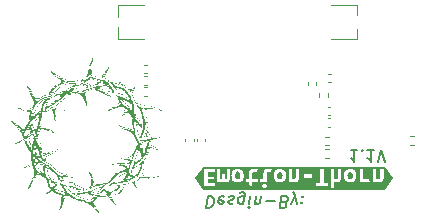
<source format=gbr>
%TF.GenerationSoftware,KiCad,Pcbnew,(7.0.0)*%
%TF.CreationDate,2023-04-19T19:20:55+08:00*%
%TF.ProjectId,Commander,436f6d6d-616e-4646-9572-2e6b69636164,rev?*%
%TF.SameCoordinates,Original*%
%TF.FileFunction,Legend,Bot*%
%TF.FilePolarity,Positive*%
%FSLAX46Y46*%
G04 Gerber Fmt 4.6, Leading zero omitted, Abs format (unit mm)*
G04 Created by KiCad (PCBNEW (7.0.0)) date 2023-04-19 19:20:55*
%MOMM*%
%LPD*%
G01*
G04 APERTURE LIST*
%ADD10C,0.150000*%
%ADD11C,0.120000*%
G04 APERTURE END LIST*
D10*
X149451904Y-75987619D02*
X148880476Y-75987619D01*
X149166190Y-75987619D02*
X149166190Y-76987619D01*
X149166190Y-76987619D02*
X149070952Y-76844761D01*
X149070952Y-76844761D02*
X148975714Y-76749523D01*
X148975714Y-76749523D02*
X148880476Y-76701904D01*
X149880476Y-76082857D02*
X149928095Y-76035238D01*
X149928095Y-76035238D02*
X149880476Y-75987619D01*
X149880476Y-75987619D02*
X149832857Y-76035238D01*
X149832857Y-76035238D02*
X149880476Y-76082857D01*
X149880476Y-76082857D02*
X149880476Y-75987619D01*
X150880475Y-75987619D02*
X150309047Y-75987619D01*
X150594761Y-75987619D02*
X150594761Y-76987619D01*
X150594761Y-76987619D02*
X150499523Y-76844761D01*
X150499523Y-76844761D02*
X150404285Y-76749523D01*
X150404285Y-76749523D02*
X150309047Y-76701904D01*
X151166190Y-76987619D02*
X151499523Y-75987619D01*
X151499523Y-75987619D02*
X151832856Y-76987619D01*
X136797142Y-79912620D02*
X136672142Y-80912620D01*
X136672142Y-80912620D02*
X136910238Y-80912620D01*
X136910238Y-80912620D02*
X137059047Y-80865001D01*
X137059047Y-80865001D02*
X137166190Y-80769762D01*
X137166190Y-80769762D02*
X137225714Y-80674524D01*
X137225714Y-80674524D02*
X137297142Y-80484048D01*
X137297142Y-80484048D02*
X137315000Y-80341191D01*
X137315000Y-80341191D02*
X137291190Y-80150715D01*
X137291190Y-80150715D02*
X137255476Y-80055477D01*
X137255476Y-80055477D02*
X137172142Y-79960239D01*
X137172142Y-79960239D02*
X137035238Y-79912620D01*
X137035238Y-79912620D02*
X136797142Y-79912620D01*
X138172142Y-79960239D02*
X138082857Y-79912620D01*
X138082857Y-79912620D02*
X137892380Y-79912620D01*
X137892380Y-79912620D02*
X137791190Y-79960239D01*
X137791190Y-79960239D02*
X137731666Y-80055477D01*
X137731666Y-80055477D02*
X137684047Y-80436429D01*
X137684047Y-80436429D02*
X137719761Y-80531667D01*
X137719761Y-80531667D02*
X137809047Y-80579286D01*
X137809047Y-80579286D02*
X137999523Y-80579286D01*
X137999523Y-80579286D02*
X138100714Y-80531667D01*
X138100714Y-80531667D02*
X138160238Y-80436429D01*
X138160238Y-80436429D02*
X138172142Y-80341191D01*
X138172142Y-80341191D02*
X137707857Y-80245953D01*
X138600714Y-79960239D02*
X138701904Y-79912620D01*
X138701904Y-79912620D02*
X138892381Y-79912620D01*
X138892381Y-79912620D02*
X138981666Y-79960239D01*
X138981666Y-79960239D02*
X139017381Y-80055477D01*
X139017381Y-80055477D02*
X139011428Y-80103096D01*
X139011428Y-80103096D02*
X138951904Y-80198334D01*
X138951904Y-80198334D02*
X138850714Y-80245953D01*
X138850714Y-80245953D02*
X138707857Y-80245953D01*
X138707857Y-80245953D02*
X138606666Y-80293572D01*
X138606666Y-80293572D02*
X138547143Y-80388810D01*
X138547143Y-80388810D02*
X138541190Y-80436429D01*
X138541190Y-80436429D02*
X138576904Y-80531667D01*
X138576904Y-80531667D02*
X138666190Y-80579286D01*
X138666190Y-80579286D02*
X138809047Y-80579286D01*
X138809047Y-80579286D02*
X138910238Y-80531667D01*
X139809047Y-80579286D02*
X139910238Y-79769762D01*
X139910238Y-79769762D02*
X139874524Y-79674524D01*
X139874524Y-79674524D02*
X139832857Y-79626905D01*
X139832857Y-79626905D02*
X139743571Y-79579286D01*
X139743571Y-79579286D02*
X139600714Y-79579286D01*
X139600714Y-79579286D02*
X139499524Y-79626905D01*
X139886428Y-79960239D02*
X139797143Y-79912620D01*
X139797143Y-79912620D02*
X139606667Y-79912620D01*
X139606667Y-79912620D02*
X139505476Y-79960239D01*
X139505476Y-79960239D02*
X139451905Y-80007858D01*
X139451905Y-80007858D02*
X139392381Y-80103096D01*
X139392381Y-80103096D02*
X139356667Y-80388810D01*
X139356667Y-80388810D02*
X139392381Y-80484048D01*
X139392381Y-80484048D02*
X139434047Y-80531667D01*
X139434047Y-80531667D02*
X139523333Y-80579286D01*
X139523333Y-80579286D02*
X139713809Y-80579286D01*
X139713809Y-80579286D02*
X139815000Y-80531667D01*
X140404285Y-79912620D02*
X140320952Y-80579286D01*
X140279285Y-80912620D02*
X140237619Y-80865001D01*
X140237619Y-80865001D02*
X140291190Y-80817381D01*
X140291190Y-80817381D02*
X140332857Y-80865001D01*
X140332857Y-80865001D02*
X140279285Y-80912620D01*
X140279285Y-80912620D02*
X140291190Y-80817381D01*
X140797142Y-80579286D02*
X140880475Y-79912620D01*
X140809047Y-80484048D02*
X140850713Y-80531667D01*
X140850713Y-80531667D02*
X140939999Y-80579286D01*
X140939999Y-80579286D02*
X141082856Y-80579286D01*
X141082856Y-80579286D02*
X141184047Y-80531667D01*
X141184047Y-80531667D02*
X141243571Y-80436429D01*
X141243571Y-80436429D02*
X141309047Y-79912620D01*
X141737618Y-80293572D02*
X142499523Y-80293572D01*
X143291190Y-80436429D02*
X143439999Y-80388810D01*
X143439999Y-80388810D02*
X143493570Y-80341191D01*
X143493570Y-80341191D02*
X143553094Y-80245953D01*
X143553094Y-80245953D02*
X143570951Y-80103096D01*
X143570951Y-80103096D02*
X143535237Y-80007858D01*
X143535237Y-80007858D02*
X143493570Y-79960239D01*
X143493570Y-79960239D02*
X143404285Y-79912620D01*
X143404285Y-79912620D02*
X143023332Y-79912620D01*
X143023332Y-79912620D02*
X142898332Y-80912620D01*
X142898332Y-80912620D02*
X143231666Y-80912620D01*
X143231666Y-80912620D02*
X143332856Y-80865001D01*
X143332856Y-80865001D02*
X143386428Y-80817381D01*
X143386428Y-80817381D02*
X143445951Y-80722143D01*
X143445951Y-80722143D02*
X143457856Y-80626905D01*
X143457856Y-80626905D02*
X143422142Y-80531667D01*
X143422142Y-80531667D02*
X143380475Y-80484048D01*
X143380475Y-80484048D02*
X143291190Y-80436429D01*
X143291190Y-80436429D02*
X142957856Y-80436429D01*
X143844761Y-80579286D02*
X144166190Y-79912620D01*
X144320951Y-80579286D02*
X144166190Y-79912620D01*
X144166190Y-79912620D02*
X144100713Y-79674524D01*
X144100713Y-79674524D02*
X144059047Y-79626905D01*
X144059047Y-79626905D02*
X143969761Y-79579286D01*
X144809047Y-80007858D02*
X144862618Y-79960239D01*
X144862618Y-79960239D02*
X144820951Y-79912620D01*
X144820951Y-79912620D02*
X144767380Y-79960239D01*
X144767380Y-79960239D02*
X144809047Y-80007858D01*
X144809047Y-80007858D02*
X144820951Y-79912620D01*
X144743570Y-80531667D02*
X144797142Y-80484048D01*
X144797142Y-80484048D02*
X144755475Y-80436429D01*
X144755475Y-80436429D02*
X144701904Y-80484048D01*
X144701904Y-80484048D02*
X144743570Y-80531667D01*
X144743570Y-80531667D02*
X144755475Y-80436429D01*
%TO.C,G\u002A\u002A\u002A*%
G36*
X121508989Y-72842296D02*
G01*
X121508990Y-72850482D01*
X121500803Y-72850482D01*
X121500803Y-72842295D01*
X121508989Y-72842296D01*
G37*
G36*
X125520225Y-73701846D02*
G01*
X125512039Y-73701845D01*
X125512039Y-73693660D01*
X125520225Y-73693659D01*
X125520225Y-73701846D01*
G37*
G36*
X126158749Y-74667817D02*
G01*
X126150562Y-74667817D01*
X126150562Y-74659631D01*
X126158748Y-74659631D01*
X126158749Y-74667817D01*
G37*
G36*
X126428892Y-74757865D02*
G01*
X126420706Y-74757866D01*
X126420706Y-74749679D01*
X126428892Y-74749679D01*
X126428892Y-74757865D01*
G37*
G36*
X126830016Y-75224478D02*
G01*
X126821829Y-75224478D01*
X126821830Y-75216292D01*
X126830016Y-75216292D01*
X126830016Y-75224478D01*
G37*
G36*
X126960995Y-75486436D02*
G01*
X126952809Y-75486437D01*
X126952809Y-75478250D01*
X126960995Y-75478250D01*
X126960995Y-75486436D01*
G37*
G36*
X127419422Y-75420947D02*
G01*
X127411236Y-75420947D01*
X127411235Y-75412761D01*
X127419422Y-75412761D01*
X127419422Y-75420947D01*
G37*
G36*
X129285875Y-77254655D02*
G01*
X129277688Y-77254655D01*
X129277689Y-77246468D01*
X129285875Y-77246468D01*
X129285875Y-77254655D01*
G37*
G36*
X127869663Y-79915169D02*
G01*
X127861477Y-79915168D01*
X127861477Y-79906983D01*
X127869663Y-79906982D01*
X127869663Y-79915169D01*
G37*
G36*
X124124479Y-69792938D02*
G01*
X124128222Y-69797862D01*
X124124479Y-69803853D01*
X124122299Y-69803633D01*
X124113564Y-69792938D01*
X124114745Y-69789195D01*
X124124479Y-69792938D01*
G37*
G36*
X126015489Y-70357785D02*
G01*
X126019233Y-70362710D01*
X126015489Y-70368700D01*
X126013310Y-70368480D01*
X126004575Y-70357785D01*
X126005756Y-70354043D01*
X126015489Y-70357785D01*
G37*
G36*
X124397352Y-72625361D02*
G01*
X124397132Y-72627541D01*
X124386437Y-72636276D01*
X124382694Y-72635095D01*
X124386437Y-72625361D01*
X124391361Y-72621619D01*
X124397352Y-72625361D01*
G37*
G36*
X124667496Y-72665269D02*
G01*
X124666222Y-72669787D01*
X124652452Y-72681606D01*
X124645717Y-72682448D01*
X124652453Y-72671714D01*
X124661334Y-72663989D01*
X124667496Y-72665269D01*
G37*
G36*
X125666212Y-73713103D02*
G01*
X125664938Y-73717620D01*
X125651168Y-73729439D01*
X125644432Y-73730280D01*
X125651168Y-73719546D01*
X125660050Y-73711823D01*
X125666212Y-73713103D01*
G37*
G36*
X125919984Y-74015992D02*
G01*
X125918711Y-74020509D01*
X125904940Y-74032328D01*
X125898204Y-74033170D01*
X125904940Y-74022436D01*
X125913822Y-74014712D01*
X125919984Y-74015992D01*
G37*
G36*
X125211624Y-73456325D02*
G01*
X125212831Y-73470473D01*
X125209338Y-73478907D01*
X125197290Y-73482944D01*
X125192423Y-73479974D01*
X125186930Y-73466411D01*
X125201496Y-73456134D01*
X125211624Y-73456325D01*
G37*
G36*
X126142829Y-74562603D02*
G01*
X126142375Y-74577769D01*
X126140484Y-74582219D01*
X126130580Y-74582345D01*
X126128518Y-74579654D01*
X126130096Y-74565489D01*
X126132043Y-74563731D01*
X126141893Y-74560914D01*
X126142829Y-74562603D01*
G37*
G36*
X124655542Y-78961511D02*
G01*
X124666657Y-78979118D01*
X124663892Y-78995098D01*
X124662097Y-78996618D01*
X124648588Y-78993859D01*
X124633145Y-78968506D01*
X124629964Y-78955275D01*
X124641208Y-78953526D01*
X124655542Y-78961511D01*
G37*
G36*
X132150559Y-75788843D02*
G01*
X132155658Y-75795944D01*
X132155136Y-75809792D01*
X132152973Y-75811513D01*
X132139246Y-75810275D01*
X132137262Y-75807665D01*
X132134670Y-75789326D01*
X132138118Y-75784338D01*
X132150559Y-75788843D01*
G37*
G36*
X125701040Y-70267019D02*
G01*
X125710835Y-70271531D01*
X125723823Y-70282756D01*
X125717648Y-70295433D01*
X125707197Y-70299749D01*
X125685669Y-70294668D01*
X125682699Y-70292718D01*
X125674054Y-70277798D01*
X125681823Y-70266254D01*
X125701040Y-70267019D01*
G37*
G36*
X125396465Y-73284566D02*
G01*
X125416042Y-73294774D01*
X125421926Y-73301115D01*
X125421449Y-73307173D01*
X125401914Y-73308324D01*
X125399037Y-73308262D01*
X125379191Y-73302878D01*
X125374503Y-73292993D01*
X125388364Y-73284558D01*
X125396465Y-73284566D01*
G37*
G36*
X125462368Y-78878872D02*
G01*
X125499078Y-78885430D01*
X125535748Y-78896621D01*
X125565239Y-78911182D01*
X125574222Y-78917409D01*
X125615179Y-78951080D01*
X125645961Y-78985134D01*
X125663354Y-79015455D01*
X125664145Y-79037923D01*
X125658742Y-79040547D01*
X125637161Y-79037576D01*
X125606160Y-79026327D01*
X125588271Y-79019085D01*
X125557534Y-79010297D01*
X125538609Y-79009884D01*
X125537236Y-79010406D01*
X125515616Y-79007002D01*
X125487779Y-78989531D01*
X125458877Y-78963291D01*
X125434058Y-78933584D01*
X125418471Y-78905711D01*
X125417265Y-78884972D01*
X125417397Y-78884721D01*
X125432761Y-78878214D01*
X125462368Y-78878872D01*
G37*
G36*
X132032919Y-72428803D02*
G01*
X132077013Y-72431934D01*
X132104073Y-72435390D01*
X132131908Y-72439437D01*
X132143531Y-72441846D01*
X132149701Y-72451010D01*
X132155496Y-72472793D01*
X132152111Y-72489017D01*
X132147927Y-72491293D01*
X132123367Y-72496683D01*
X132082404Y-72501369D01*
X132029835Y-72504883D01*
X131970466Y-72506756D01*
X131945801Y-72509563D01*
X131928233Y-72516631D01*
X131918620Y-72520000D01*
X131897271Y-72514848D01*
X131883158Y-72509723D01*
X131868200Y-72511174D01*
X131859417Y-72513559D01*
X131831284Y-72516205D01*
X131789062Y-72518009D01*
X131737904Y-72518677D01*
X131698471Y-72519061D01*
X131653651Y-72520592D01*
X131621690Y-72523021D01*
X131607734Y-72526053D01*
X131592878Y-72529187D01*
X131566483Y-72526374D01*
X131538832Y-72525854D01*
X131516907Y-72535019D01*
X131506366Y-72542904D01*
X131487425Y-72547465D01*
X131480375Y-72547071D01*
X131453923Y-72549908D01*
X131418890Y-72556588D01*
X131397026Y-72561306D01*
X131375333Y-72563676D01*
X131367526Y-72557870D01*
X131368264Y-72542388D01*
X131373660Y-72525045D01*
X131393765Y-72495400D01*
X131420988Y-72473272D01*
X131447895Y-72465811D01*
X131474848Y-72463081D01*
X131507097Y-72453425D01*
X131529758Y-72447998D01*
X131571205Y-72442802D01*
X131624062Y-72438949D01*
X131682191Y-72437016D01*
X131728735Y-72436196D01*
X131798540Y-72434392D01*
X131864515Y-72432102D01*
X131916998Y-72429632D01*
X131921355Y-72429391D01*
X131977216Y-72427901D01*
X132032919Y-72428803D01*
G37*
G36*
X129113299Y-70334842D02*
G01*
X129133779Y-70335539D01*
X129201434Y-70343185D01*
X129272650Y-70356023D01*
X129343804Y-70373653D01*
X129411277Y-70395680D01*
X129471449Y-70421706D01*
X129483410Y-70428259D01*
X129520412Y-70453930D01*
X129556920Y-70485804D01*
X129589336Y-70519850D01*
X129614060Y-70552041D01*
X129627495Y-70578350D01*
X129626040Y-70594747D01*
X129614027Y-70596561D01*
X129589211Y-70588867D01*
X129560590Y-70573786D01*
X129536171Y-70554872D01*
X129534273Y-70553093D01*
X129509405Y-70539730D01*
X129467464Y-70529681D01*
X129405444Y-70522192D01*
X129389440Y-70520723D01*
X129318920Y-70512283D01*
X129267382Y-70501878D01*
X129231345Y-70488616D01*
X129207325Y-70471611D01*
X129191878Y-70461809D01*
X129159021Y-70446658D01*
X129116045Y-70429538D01*
X129069387Y-70412861D01*
X129025480Y-70399037D01*
X128990757Y-70390478D01*
X128989636Y-70390268D01*
X128977168Y-70385126D01*
X129140990Y-70385126D01*
X129151979Y-70399078D01*
X129178867Y-70421447D01*
X129197080Y-70434045D01*
X129241117Y-70456520D01*
X129292093Y-70475365D01*
X129344471Y-70489246D01*
X129392716Y-70496832D01*
X129431292Y-70496792D01*
X129454663Y-70487793D01*
X129460596Y-70477769D01*
X129454703Y-70457757D01*
X129429742Y-70436513D01*
X129388109Y-70415811D01*
X129332200Y-70397415D01*
X129317049Y-70393367D01*
X129256316Y-70377404D01*
X129213470Y-70366963D01*
X129184846Y-70361483D01*
X129166780Y-70360405D01*
X129155609Y-70363167D01*
X129147668Y-70369210D01*
X129142924Y-70374606D01*
X129140990Y-70385126D01*
X128977168Y-70385126D01*
X128971703Y-70382872D01*
X128970599Y-70366769D01*
X128971159Y-70364800D01*
X128988373Y-70347713D01*
X129023627Y-70337406D01*
X129073303Y-70333480D01*
X129113299Y-70334842D01*
G37*
G36*
X122829370Y-76413594D02*
G01*
X122830229Y-76412758D01*
X122866058Y-76402420D01*
X122922447Y-76397723D01*
X122954954Y-76395806D01*
X123001780Y-76387611D01*
X123028880Y-76373153D01*
X123031804Y-76370534D01*
X123060214Y-76355613D01*
X123095619Y-76347480D01*
X123102056Y-76346776D01*
X123134968Y-76338897D01*
X123157014Y-76327014D01*
X123159301Y-76325011D01*
X123183985Y-76313385D01*
X123217247Y-76306649D01*
X123220390Y-76306343D01*
X123257872Y-76298635D01*
X123288616Y-76286281D01*
X123312493Y-76277060D01*
X123339028Y-76276532D01*
X123364048Y-76275547D01*
X123392943Y-76263403D01*
X123419807Y-76252382D01*
X123443099Y-76254479D01*
X123465353Y-76257796D01*
X123494021Y-76250084D01*
X123494351Y-76249927D01*
X123519374Y-76241747D01*
X123534904Y-76243491D01*
X123538600Y-76248331D01*
X123537857Y-76265767D01*
X123520151Y-76281325D01*
X123489968Y-76290331D01*
X123488198Y-76290553D01*
X123458054Y-76297505D01*
X123438640Y-76307348D01*
X123431822Y-76312057D01*
X123406024Y-76324346D01*
X123368741Y-76339246D01*
X123326539Y-76354444D01*
X123285988Y-76367626D01*
X123253653Y-76376480D01*
X123236103Y-76378691D01*
X123228185Y-76378894D01*
X123209113Y-76389373D01*
X123199017Y-76396288D01*
X123170696Y-76409928D01*
X123134130Y-76423937D01*
X123109768Y-76433015D01*
X123076430Y-76448158D01*
X123056429Y-76460843D01*
X123043903Y-76469922D01*
X123011363Y-76485948D01*
X122969949Y-76501694D01*
X122927097Y-76514725D01*
X122890245Y-76522608D01*
X122866831Y-76522907D01*
X122846947Y-76511553D01*
X122823131Y-76482830D01*
X122816079Y-76463120D01*
X122849343Y-76463120D01*
X122858074Y-76483515D01*
X122880027Y-76498574D01*
X122910345Y-76498351D01*
X122943210Y-76475329D01*
X122953711Y-76463174D01*
X122960572Y-76442072D01*
X122946310Y-76429146D01*
X122911697Y-76425619D01*
X122885029Y-76429969D01*
X122859636Y-76443860D01*
X122849343Y-76463120D01*
X122816079Y-76463120D01*
X122810732Y-76448176D01*
X122812842Y-76429692D01*
X122829370Y-76413594D01*
G37*
G36*
X131657828Y-74405536D02*
G01*
X131659727Y-74396120D01*
X131662237Y-74380872D01*
X131681656Y-74368621D01*
X131696636Y-74367432D01*
X131723331Y-74380327D01*
X131744886Y-74408461D01*
X131756468Y-74446786D01*
X131757558Y-74453285D01*
X131770639Y-74489656D01*
X131791756Y-74524219D01*
X131795423Y-74528993D01*
X131819161Y-74567300D01*
X131836207Y-74606087D01*
X131837711Y-74610712D01*
X131851259Y-74646897D01*
X131864693Y-74675837D01*
X131865178Y-74676719D01*
X131876846Y-74701503D01*
X131892892Y-74739694D01*
X131909997Y-74783406D01*
X131917271Y-74802912D01*
X131928878Y-74837602D01*
X131932049Y-74858715D01*
X131927006Y-74871819D01*
X131913974Y-74882485D01*
X131901342Y-74887680D01*
X131864854Y-74894412D01*
X131811941Y-74898806D01*
X131746711Y-74900420D01*
X131707818Y-74900059D01*
X131646485Y-74896489D01*
X131603959Y-74888162D01*
X131577485Y-74873926D01*
X131564300Y-74852629D01*
X131561648Y-74823119D01*
X131557731Y-74793321D01*
X131544581Y-74760024D01*
X131541176Y-74752826D01*
X131571852Y-74752826D01*
X131582174Y-74775448D01*
X131594223Y-74786556D01*
X131610185Y-74782993D01*
X131614760Y-74770452D01*
X131601885Y-74748997D01*
X131590782Y-74740385D01*
X131576045Y-74739362D01*
X131571852Y-74752826D01*
X131541176Y-74752826D01*
X131534123Y-74737915D01*
X131537591Y-74721335D01*
X131547916Y-74711233D01*
X131557874Y-74701492D01*
X131559632Y-74699993D01*
X131578997Y-74678133D01*
X131591079Y-74649035D01*
X131599285Y-74604742D01*
X131600329Y-74596450D01*
X131628446Y-74596450D01*
X131635619Y-74636017D01*
X131639597Y-74647748D01*
X131650934Y-74676521D01*
X131659515Y-74692100D01*
X131660391Y-74693218D01*
X131668740Y-74710968D01*
X131681120Y-74743677D01*
X131695194Y-74785239D01*
X131705815Y-74817772D01*
X131717190Y-74847962D01*
X131727714Y-74864899D01*
X131740950Y-74873737D01*
X131760459Y-74879626D01*
X131761977Y-74880006D01*
X131793422Y-74883767D01*
X131816746Y-74879965D01*
X131827538Y-74876342D01*
X131851545Y-74877890D01*
X131855776Y-74879395D01*
X131874497Y-74875402D01*
X131887001Y-74856439D01*
X131891914Y-74828982D01*
X131887863Y-74799505D01*
X131873475Y-74774480D01*
X131863045Y-74759277D01*
X131853082Y-74730035D01*
X131850048Y-74717218D01*
X131838102Y-74684354D01*
X131821160Y-74647350D01*
X131810594Y-74625771D01*
X131797200Y-74595437D01*
X131791201Y-74577418D01*
X131790356Y-74573913D01*
X131780114Y-74552269D01*
X131762561Y-74524197D01*
X131759326Y-74519417D01*
X131739040Y-74484604D01*
X131725119Y-74453199D01*
X131716580Y-74433447D01*
X131701170Y-74421082D01*
X131683599Y-74431307D01*
X131664181Y-74463871D01*
X131643229Y-74518525D01*
X131633513Y-74552468D01*
X131628446Y-74596450D01*
X131600329Y-74596450D01*
X131603353Y-74572429D01*
X131606534Y-74540978D01*
X131607110Y-74525008D01*
X131608155Y-74518938D01*
X131617479Y-74496416D01*
X131633531Y-74465785D01*
X131642149Y-74449461D01*
X131655363Y-74417758D01*
X131657828Y-74405536D01*
G37*
G36*
X121326505Y-77439239D02*
G01*
X121332881Y-77436936D01*
X121368309Y-77417939D01*
X121369424Y-77417185D01*
X121400047Y-77401165D01*
X121427293Y-77393812D01*
X121436355Y-77392180D01*
X121465817Y-77380364D01*
X121498655Y-77361182D01*
X121512480Y-77352375D01*
X121545546Y-77335651D01*
X121570964Y-77328318D01*
X121579099Y-77327082D01*
X121609626Y-77316829D01*
X121643800Y-77299994D01*
X121655033Y-77293900D01*
X121693028Y-77277556D01*
X121725481Y-77268954D01*
X121754741Y-77260801D01*
X121780776Y-77244827D01*
X121796914Y-77231871D01*
X121824984Y-77217567D01*
X121828278Y-77216582D01*
X121844233Y-77213635D01*
X121856060Y-77219079D01*
X121868460Y-77237082D01*
X121886132Y-77271814D01*
X121891462Y-77283317D01*
X121901966Y-77322074D01*
X121896276Y-77356303D01*
X121884854Y-77380262D01*
X121869791Y-77389680D01*
X121841420Y-77390505D01*
X121837406Y-77390406D01*
X121807473Y-77393027D01*
X121789138Y-77400189D01*
X121788269Y-77400959D01*
X121768363Y-77407989D01*
X121738203Y-77410192D01*
X121736071Y-77410147D01*
X121704797Y-77413978D01*
X121683485Y-77423979D01*
X121666716Y-77433068D01*
X121638069Y-77436651D01*
X121615849Y-77437510D01*
X121597846Y-77444129D01*
X121595933Y-77445610D01*
X121575401Y-77452833D01*
X121544390Y-77457717D01*
X121541363Y-77458010D01*
X121503651Y-77465819D01*
X121472465Y-77478418D01*
X121449290Y-77488125D01*
X121429178Y-77488689D01*
X121426234Y-77487878D01*
X121403930Y-77490736D01*
X121374548Y-77502320D01*
X121370677Y-77504230D01*
X121335266Y-77517065D01*
X121304007Y-77521950D01*
X121279508Y-77524137D01*
X121245027Y-77533885D01*
X121224248Y-77538829D01*
X121210108Y-77532970D01*
X121209415Y-77531375D01*
X121212561Y-77510694D01*
X121231108Y-77486888D01*
X121256510Y-77467680D01*
X121346026Y-77467680D01*
X121346876Y-77477938D01*
X121361252Y-77480251D01*
X121382415Y-77472572D01*
X121402601Y-77463741D01*
X121429734Y-77459552D01*
X121432870Y-77459622D01*
X121458172Y-77456285D01*
X121497018Y-77448079D01*
X121542375Y-77436448D01*
X121545207Y-77435663D01*
X121598390Y-77421446D01*
X121651543Y-77408056D01*
X121693562Y-77398296D01*
X121715972Y-77393250D01*
X121753282Y-77383808D01*
X121778453Y-77376094D01*
X121795526Y-77371443D01*
X121826690Y-77369116D01*
X121848389Y-77366765D01*
X121870607Y-77348067D01*
X121877501Y-77314629D01*
X121877299Y-77311743D01*
X121866489Y-77280335D01*
X121844679Y-77259642D01*
X121818152Y-77253351D01*
X121793194Y-77265153D01*
X121784960Y-77270529D01*
X121757915Y-77283794D01*
X121718154Y-77301198D01*
X121671126Y-77320464D01*
X121622281Y-77339317D01*
X121577067Y-77355477D01*
X121559928Y-77361905D01*
X121523881Y-77377109D01*
X121480686Y-77396532D01*
X121436022Y-77417491D01*
X121395568Y-77437301D01*
X121365006Y-77453281D01*
X121350014Y-77462747D01*
X121346026Y-77467680D01*
X121256510Y-77467680D01*
X121259632Y-77465319D01*
X121292708Y-77451346D01*
X121293642Y-77451109D01*
X121326505Y-77439239D01*
G37*
G36*
X128303893Y-69082034D02*
G01*
X128311099Y-69067924D01*
X128344920Y-69028659D01*
X128381658Y-69006954D01*
X128386523Y-69005915D01*
X128406323Y-69010630D01*
X128417006Y-69025221D01*
X128411895Y-69041957D01*
X128409921Y-69044872D01*
X128402893Y-69066082D01*
X128396944Y-69097839D01*
X128395542Y-69106387D01*
X128385370Y-69140650D01*
X128371644Y-69164131D01*
X128369139Y-69166918D01*
X128353875Y-69193231D01*
X128342015Y-69227231D01*
X128337666Y-69241569D01*
X128320154Y-69281920D01*
X128297597Y-69320840D01*
X128286294Y-69338758D01*
X128269701Y-69371432D01*
X128262634Y-69395231D01*
X128261382Y-69402619D01*
X128249818Y-69430893D01*
X128230390Y-69462360D01*
X128224199Y-69471186D01*
X128202248Y-69508255D01*
X128187432Y-69541767D01*
X128179939Y-69561331D01*
X128163456Y-69599267D01*
X128141411Y-69647101D01*
X128116480Y-69698914D01*
X128101597Y-69729047D01*
X128080087Y-69771090D01*
X128064333Y-69798024D01*
X128051597Y-69813614D01*
X128039141Y-69821627D01*
X128024226Y-69825828D01*
X128023749Y-69825925D01*
X127989291Y-69826117D01*
X127953137Y-69817221D01*
X127951161Y-69816434D01*
X127917959Y-69808358D01*
X127890149Y-69809303D01*
X127871581Y-69810239D01*
X127845299Y-69797227D01*
X127829822Y-69785674D01*
X127811205Y-69780931D01*
X127799202Y-69780173D01*
X127799215Y-69779812D01*
X127860629Y-69779812D01*
X127861484Y-69780557D01*
X127880766Y-69786916D01*
X127910594Y-69788845D01*
X127913626Y-69788778D01*
X127942668Y-69791000D01*
X127959870Y-69797189D01*
X127963794Y-69800047D01*
X127987687Y-69805160D01*
X128016721Y-69802318D01*
X128038147Y-69792316D01*
X128041536Y-69787995D01*
X128053924Y-69764813D01*
X128067155Y-69732566D01*
X128081599Y-69695557D01*
X128121279Y-69609398D01*
X128175855Y-69505632D01*
X128180385Y-69497390D01*
X128210615Y-69441381D01*
X128239298Y-69386689D01*
X128264020Y-69338050D01*
X128282367Y-69300202D01*
X128291924Y-69277880D01*
X128295324Y-69269422D01*
X128308363Y-69242140D01*
X128325968Y-69208645D01*
X128334346Y-69191824D01*
X128347670Y-69155917D01*
X128352181Y-69128437D01*
X128351118Y-69116773D01*
X128347407Y-69110787D01*
X128338170Y-69116312D01*
X128320322Y-69135453D01*
X128290778Y-69170313D01*
X128255115Y-69215472D01*
X128214862Y-69270876D01*
X128180665Y-69322158D01*
X128180294Y-69322751D01*
X128146135Y-69373515D01*
X128105103Y-69429121D01*
X128065999Y-69477637D01*
X128023968Y-69527926D01*
X127976814Y-69587684D01*
X127935048Y-69644134D01*
X127900608Y-69694425D01*
X127875433Y-69735702D01*
X127861460Y-69765116D01*
X127860629Y-69779812D01*
X127799215Y-69779812D01*
X127799630Y-69768111D01*
X127813810Y-69743290D01*
X127842500Y-69704393D01*
X127886456Y-69650101D01*
X127915030Y-69615673D01*
X127952915Y-69569790D01*
X127981799Y-69534220D01*
X128005319Y-69504295D01*
X128027115Y-69475343D01*
X128050827Y-69442696D01*
X128080095Y-69401684D01*
X128084595Y-69395395D01*
X128123308Y-69343259D01*
X128165875Y-69288550D01*
X128203870Y-69242134D01*
X128206052Y-69239553D01*
X128239547Y-69196162D01*
X128267695Y-69153184D01*
X128285140Y-69118751D01*
X128303893Y-69082034D01*
G37*
G36*
X121450187Y-75211132D02*
G01*
X121450682Y-75210616D01*
X121495226Y-75179303D01*
X121546193Y-75154048D01*
X121594425Y-75140089D01*
X121619390Y-75138200D01*
X121648112Y-75146167D01*
X121666768Y-75170503D01*
X121679141Y-75214534D01*
X121681942Y-75227387D01*
X121692069Y-75259588D01*
X121702797Y-75279121D01*
X121704684Y-75281262D01*
X121717152Y-75304002D01*
X121728295Y-75335778D01*
X121728643Y-75337048D01*
X121743434Y-75376797D01*
X121762555Y-75412966D01*
X121765101Y-75416963D01*
X121784394Y-75453700D01*
X121800321Y-75493250D01*
X121802971Y-75500772D01*
X121819268Y-75535488D01*
X121837058Y-75560733D01*
X121847703Y-75577129D01*
X121855448Y-75611550D01*
X121856857Y-75664378D01*
X121856787Y-75667169D01*
X121854891Y-75708087D01*
X121851916Y-75738758D01*
X121848474Y-75752729D01*
X121848338Y-75752881D01*
X121843977Y-75767593D01*
X121838773Y-75798628D01*
X121833825Y-75839493D01*
X121827284Y-75881618D01*
X121815261Y-75929283D01*
X121801243Y-75965039D01*
X121800956Y-75965576D01*
X121786630Y-76010842D01*
X121789617Y-76054748D01*
X121809424Y-76089763D01*
X121809777Y-76090138D01*
X121809167Y-76105885D01*
X121789135Y-76130871D01*
X121771244Y-76146897D01*
X121756127Y-76152646D01*
X121743917Y-76143344D01*
X121717045Y-76108613D01*
X121680337Y-76058934D01*
X121644239Y-76008019D01*
X121612136Y-75960761D01*
X121587409Y-75922052D01*
X121573441Y-75896784D01*
X121572235Y-75894098D01*
X121552289Y-75855734D01*
X121529337Y-75818660D01*
X121526579Y-75814581D01*
X121506080Y-75778938D01*
X121491762Y-75745711D01*
X121486594Y-75732364D01*
X121468830Y-75697200D01*
X121446392Y-75660676D01*
X121434516Y-75641789D01*
X121417846Y-75608726D01*
X121410749Y-75584566D01*
X121409201Y-75575772D01*
X121397511Y-75546353D01*
X121378426Y-75513594D01*
X121369622Y-75499971D01*
X121352904Y-75468758D01*
X121345323Y-75446136D01*
X121344192Y-75439831D01*
X121334500Y-75411915D01*
X121318753Y-75378932D01*
X121314926Y-75371566D01*
X121299665Y-75326558D01*
X121299825Y-75303533D01*
X121323780Y-75303533D01*
X121326871Y-75339378D01*
X121343018Y-75378770D01*
X121347178Y-75386106D01*
X121366798Y-75424356D01*
X121381529Y-75458358D01*
X121387268Y-75472625D01*
X121405460Y-75512749D01*
X121431156Y-75565947D01*
X121461931Y-75627509D01*
X121495356Y-75692725D01*
X121529005Y-75756886D01*
X121560451Y-75815282D01*
X121587266Y-75863205D01*
X121607025Y-75895945D01*
X121627576Y-75927767D01*
X121653646Y-75969112D01*
X121673385Y-76001495D01*
X121690014Y-76026833D01*
X121715565Y-76059079D01*
X121741150Y-76085821D01*
X121762352Y-76102555D01*
X121774753Y-76104782D01*
X121777818Y-76100007D01*
X121776453Y-76077383D01*
X121760877Y-76046860D01*
X121733568Y-76013904D01*
X121729403Y-76009526D01*
X121704534Y-75974669D01*
X121689001Y-75938694D01*
X121683611Y-75922896D01*
X121664572Y-75885448D01*
X121639666Y-75848954D01*
X121639436Y-75848642D01*
X121676777Y-75848642D01*
X121684992Y-75867095D01*
X121696818Y-75874363D01*
X121713644Y-75871188D01*
X121717767Y-75860988D01*
X121709551Y-75842536D01*
X121697724Y-75835268D01*
X121680899Y-75838443D01*
X121676777Y-75848642D01*
X121639436Y-75848642D01*
X121625891Y-75830270D01*
X121604902Y-75795239D01*
X121593666Y-75767091D01*
X121588459Y-75751254D01*
X121583292Y-75740836D01*
X121571479Y-75717011D01*
X121548564Y-75681022D01*
X121533668Y-75658523D01*
X121516298Y-75626004D01*
X121508967Y-75602896D01*
X121508387Y-75598327D01*
X121498455Y-75570442D01*
X121480551Y-75539434D01*
X121477970Y-75535661D01*
X121457112Y-75498321D01*
X121442730Y-75461711D01*
X121441928Y-75458922D01*
X121426685Y-75421097D01*
X121406094Y-75384610D01*
X121403495Y-75380663D01*
X121385590Y-75344988D01*
X121375968Y-75311138D01*
X121370059Y-75279773D01*
X121360254Y-75267152D01*
X121343605Y-75270056D01*
X121333710Y-75277482D01*
X121323780Y-75303533D01*
X121299825Y-75303533D01*
X121299926Y-75289090D01*
X121314055Y-75262622D01*
X121317348Y-75261121D01*
X121340399Y-75250612D01*
X121377304Y-75256517D01*
X121387984Y-75259831D01*
X121406862Y-75256920D01*
X121425821Y-75236513D01*
X121426958Y-75235329D01*
X121457908Y-75235329D01*
X121460906Y-75265047D01*
X121471042Y-75303944D01*
X121486545Y-75345542D01*
X121505643Y-75383362D01*
X121518556Y-75410471D01*
X121525441Y-75437240D01*
X121528768Y-75450243D01*
X121542633Y-75479952D01*
X121563349Y-75513938D01*
X121575811Y-75533555D01*
X121599298Y-75577406D01*
X121615527Y-75616667D01*
X121619297Y-75627449D01*
X121636125Y-75663259D01*
X121654305Y-75689055D01*
X121658094Y-75693225D01*
X121677017Y-75722581D01*
X121692378Y-75758205D01*
X121702946Y-75783542D01*
X121722127Y-75818038D01*
X121744866Y-75852052D01*
X121767507Y-75880620D01*
X121786397Y-75898777D01*
X121797881Y-75901557D01*
X121801349Y-75894469D01*
X121807554Y-75868994D01*
X121812785Y-75833444D01*
X121814675Y-75817426D01*
X121821987Y-75765431D01*
X121830047Y-75717919D01*
X121833388Y-75694319D01*
X121832930Y-75640116D01*
X121822169Y-75592425D01*
X121802437Y-75558918D01*
X121798626Y-75554205D01*
X121783589Y-75528824D01*
X121763410Y-75488985D01*
X121740467Y-75439875D01*
X121717132Y-75386681D01*
X121695779Y-75334588D01*
X121678782Y-75288783D01*
X121673217Y-75273204D01*
X121661665Y-75244694D01*
X121653645Y-75229970D01*
X121649870Y-75222239D01*
X121648155Y-75199920D01*
X121647631Y-75186330D01*
X121639647Y-75166855D01*
X121638771Y-75166218D01*
X121621422Y-75165816D01*
X121590298Y-75172130D01*
X121552084Y-75183065D01*
X121513459Y-75196526D01*
X121481105Y-75210419D01*
X121461703Y-75222648D01*
X121457908Y-75235329D01*
X121426958Y-75235329D01*
X121450187Y-75211132D01*
G37*
G36*
X130757626Y-72030722D02*
G01*
X130758861Y-72028166D01*
X130773515Y-72005450D01*
X130787436Y-71990248D01*
X130787626Y-71990139D01*
X130800555Y-71994340D01*
X130826409Y-72009182D01*
X130859802Y-72031593D01*
X130895177Y-72054316D01*
X130936784Y-72076174D01*
X130970076Y-72088657D01*
X130977265Y-72090505D01*
X131009818Y-72102383D01*
X131031443Y-72115633D01*
X131053713Y-72128394D01*
X131085142Y-72136443D01*
X131118199Y-72144687D01*
X131152256Y-72160747D01*
X131180115Y-72173759D01*
X131211420Y-72179124D01*
X131232856Y-72180996D01*
X131253104Y-72189942D01*
X131258168Y-72193414D01*
X131282973Y-72202291D01*
X131317196Y-72209011D01*
X131353831Y-72214178D01*
X131384913Y-72219971D01*
X131418543Y-72228322D01*
X131464505Y-72241381D01*
X131481349Y-72245750D01*
X131510120Y-72250328D01*
X131525141Y-72248455D01*
X131540201Y-72246413D01*
X131565537Y-72253083D01*
X131584722Y-72258644D01*
X131624007Y-72265587D01*
X131667982Y-72269925D01*
X131732196Y-72274018D01*
X131809563Y-72279646D01*
X131886219Y-72285797D01*
X131950959Y-72291613D01*
X131960906Y-72292734D01*
X131990038Y-72297951D01*
X132005493Y-72303808D01*
X132006271Y-72304442D01*
X132023873Y-72309001D01*
X132052809Y-72310193D01*
X132055218Y-72310143D01*
X132085814Y-72313486D01*
X132105855Y-72322309D01*
X132109748Y-72325282D01*
X132133956Y-72335326D01*
X132167415Y-72342938D01*
X132177248Y-72344705D01*
X132210716Y-72354733D01*
X132232674Y-72367265D01*
X132253284Y-72380314D01*
X132284202Y-72390143D01*
X132298026Y-72393379D01*
X132337706Y-72406716D01*
X132387735Y-72426868D01*
X132441413Y-72451049D01*
X132492042Y-72476480D01*
X132492605Y-72476780D01*
X132528942Y-72491892D01*
X132564289Y-72500583D01*
X132593241Y-72508698D01*
X132619515Y-72524893D01*
X132643527Y-72539963D01*
X132671440Y-72547987D01*
X132676330Y-72549393D01*
X132677698Y-72549570D01*
X132713510Y-72560000D01*
X132748390Y-72578150D01*
X132749988Y-72579233D01*
X132784587Y-72597055D01*
X132818461Y-72606861D01*
X132832021Y-72609858D01*
X132860787Y-72623457D01*
X132884719Y-72642729D01*
X132898366Y-72662673D01*
X132896275Y-72678284D01*
X132881889Y-72683944D01*
X132856174Y-72681547D01*
X132854910Y-72681163D01*
X132822852Y-72674058D01*
X132785675Y-72668926D01*
X132781401Y-72668465D01*
X132749197Y-72660879D01*
X132727488Y-72649238D01*
X132727189Y-72648946D01*
X132704823Y-72638781D01*
X132673639Y-72636096D01*
X132638661Y-72631924D01*
X132603873Y-72617056D01*
X132602227Y-72615954D01*
X132578738Y-72604860D01*
X132721043Y-72604860D01*
X132724468Y-72610901D01*
X132737379Y-72619903D01*
X132740047Y-72616982D01*
X132730934Y-72604860D01*
X132721577Y-72598125D01*
X132721043Y-72604860D01*
X132578738Y-72604860D01*
X132576003Y-72603568D01*
X132556279Y-72602432D01*
X132548330Y-72604269D01*
X132528147Y-72597248D01*
X132525012Y-72594916D01*
X132501949Y-72587257D01*
X132469216Y-72583342D01*
X132462702Y-72583049D01*
X132417343Y-72579037D01*
X132372552Y-72572633D01*
X132364552Y-72571226D01*
X132320630Y-72564526D01*
X132281596Y-72559910D01*
X132278384Y-72559623D01*
X132246835Y-72556781D01*
X132225650Y-72554847D01*
X132222889Y-72554729D01*
X132200297Y-72554921D01*
X132160644Y-72555912D01*
X132108595Y-72557571D01*
X132048817Y-72559770D01*
X132041541Y-72560054D01*
X131974268Y-72562670D01*
X131908521Y-72565211D01*
X131851502Y-72567399D01*
X131810415Y-72568959D01*
X131757745Y-72571116D01*
X131674281Y-72575513D01*
X131609183Y-72580366D01*
X131564046Y-72585547D01*
X131540468Y-72590925D01*
X131535108Y-72593896D01*
X131512473Y-72611562D01*
X131486530Y-72636676D01*
X131469837Y-72656190D01*
X131458452Y-72679222D01*
X131460804Y-72701522D01*
X131466509Y-72722524D01*
X131471905Y-72755912D01*
X131476861Y-72778974D01*
X131490522Y-72809937D01*
X131501254Y-72832807D01*
X131507257Y-72860399D01*
X131507322Y-72862751D01*
X131512063Y-72890866D01*
X131522023Y-72924548D01*
X131522634Y-72926244D01*
X131535432Y-72963732D01*
X131545840Y-72997257D01*
X131553878Y-73023626D01*
X131565904Y-73059056D01*
X131568470Y-73066139D01*
X131584846Y-73116933D01*
X131597082Y-73164308D01*
X131602812Y-73199281D01*
X131606831Y-73220509D01*
X131618893Y-73251653D01*
X131627408Y-73273711D01*
X131632569Y-73308197D01*
X131634178Y-73329715D01*
X131640476Y-73346817D01*
X131640998Y-73347398D01*
X131648232Y-73365227D01*
X131653877Y-73394176D01*
X131654008Y-73395222D01*
X131658986Y-73426815D01*
X131667134Y-73471296D01*
X131676758Y-73519385D01*
X131677005Y-73520564D01*
X131687003Y-73569783D01*
X131695935Y-73616155D01*
X131701894Y-73649787D01*
X131702664Y-73654543D01*
X131710135Y-73698081D01*
X131718170Y-73741782D01*
X131720360Y-73757632D01*
X131723080Y-73801223D01*
X131724036Y-73856939D01*
X131723265Y-73917636D01*
X131720804Y-73976173D01*
X131716691Y-74025408D01*
X131716568Y-74026412D01*
X131709099Y-74060366D01*
X131696802Y-74096836D01*
X131694939Y-74101533D01*
X131685942Y-74130962D01*
X131684111Y-74150735D01*
X131683824Y-74160119D01*
X131672810Y-74180079D01*
X131668923Y-74185203D01*
X131657547Y-74210955D01*
X131648371Y-74245449D01*
X131645517Y-74258819D01*
X131636549Y-74289542D01*
X131627867Y-74306883D01*
X131619147Y-74323756D01*
X131612355Y-74352041D01*
X131610907Y-74359837D01*
X131599607Y-74395070D01*
X131582625Y-74431805D01*
X131576204Y-74444535D01*
X131565658Y-74474149D01*
X131564880Y-74493580D01*
X131565645Y-74506935D01*
X131554166Y-74527937D01*
X131550544Y-74532334D01*
X131537697Y-74559225D01*
X131528891Y-74594141D01*
X131527013Y-74605331D01*
X131520010Y-74634920D01*
X131513048Y-74650916D01*
X131508729Y-74658102D01*
X131497715Y-74683737D01*
X131483544Y-74721278D01*
X131468402Y-74764423D01*
X131454474Y-74806867D01*
X131443946Y-74842308D01*
X131439003Y-74864445D01*
X131433330Y-74885590D01*
X131419481Y-74914506D01*
X131414130Y-74924307D01*
X131409999Y-74946293D01*
X131422316Y-74962085D01*
X131452688Y-74972356D01*
X131502728Y-74977777D01*
X131574045Y-74979022D01*
X131621269Y-74978362D01*
X131676580Y-74976838D01*
X131722217Y-74974767D01*
X131751439Y-74972400D01*
X131754914Y-74971960D01*
X131791660Y-74968264D01*
X131821343Y-74966700D01*
X131843326Y-74965695D01*
X131882911Y-74961641D01*
X131926593Y-74955492D01*
X131967588Y-74948347D01*
X131999112Y-74941304D01*
X132014380Y-74935459D01*
X132024641Y-74931439D01*
X132047864Y-74933611D01*
X132066717Y-74935521D01*
X132096381Y-74928406D01*
X132118234Y-74921274D01*
X132155881Y-74913681D01*
X132200022Y-74907736D01*
X132200848Y-74907651D01*
X132241426Y-74902642D01*
X132272097Y-74897302D01*
X132286281Y-74892772D01*
X132293420Y-74889105D01*
X132315353Y-74885920D01*
X132316507Y-74885911D01*
X132340279Y-74884575D01*
X132378650Y-74881428D01*
X132423890Y-74877097D01*
X132435878Y-74875962D01*
X132492539Y-74872282D01*
X132558377Y-74870091D01*
X132629350Y-74869297D01*
X132701418Y-74869809D01*
X132770543Y-74871534D01*
X132832684Y-74874381D01*
X132883802Y-74878259D01*
X132919858Y-74883075D01*
X132936812Y-74888739D01*
X132945717Y-74901970D01*
X132939830Y-74916936D01*
X132912168Y-74928280D01*
X132862131Y-74936391D01*
X132834625Y-74939376D01*
X132782444Y-74945318D01*
X132747620Y-74949974D01*
X132726129Y-74954039D01*
X132713944Y-74958211D01*
X132707041Y-74963183D01*
X132697310Y-74968233D01*
X132673282Y-74970551D01*
X132665013Y-74970555D01*
X132634015Y-74975287D01*
X132597434Y-74985002D01*
X132578188Y-74991168D01*
X132528690Y-75006816D01*
X132469299Y-75025416D01*
X132408007Y-75044480D01*
X132352804Y-75061518D01*
X132311678Y-75074038D01*
X132310789Y-75074306D01*
X132272409Y-75087110D01*
X132233103Y-75101883D01*
X132220022Y-75107095D01*
X132197716Y-75115177D01*
X132173454Y-75122280D01*
X132140334Y-75130321D01*
X132091456Y-75141214D01*
X132083446Y-75143231D01*
X132046331Y-75158096D01*
X132018178Y-75177248D01*
X131996274Y-75193327D01*
X131976178Y-75191685D01*
X131975603Y-75191306D01*
X131965783Y-75187524D01*
X131950657Y-75187307D01*
X131926885Y-75191384D01*
X131891129Y-75200485D01*
X131840047Y-75215340D01*
X131770304Y-75236677D01*
X131763749Y-75238683D01*
X131717519Y-75251612D01*
X131677007Y-75261065D01*
X131650337Y-75265116D01*
X131625000Y-75270051D01*
X131601470Y-75282880D01*
X131601121Y-75283220D01*
X131578262Y-75293782D01*
X131546795Y-75296624D01*
X131545484Y-75296540D01*
X131515319Y-75298734D01*
X131495336Y-75307151D01*
X131493166Y-75308959D01*
X131470574Y-75318328D01*
X131438436Y-75324112D01*
X131437294Y-75324215D01*
X131408180Y-75330355D01*
X131376948Y-75345023D01*
X131338943Y-75370928D01*
X131289510Y-75410778D01*
X131263505Y-75423428D01*
X131239374Y-75415564D01*
X131220156Y-75387188D01*
X131207368Y-75339616D01*
X131204122Y-75321923D01*
X131194586Y-75283717D01*
X131184501Y-75256664D01*
X131176381Y-75235001D01*
X131171443Y-75200632D01*
X131168331Y-75178114D01*
X131156420Y-75154895D01*
X131146643Y-75138742D01*
X131140676Y-75109880D01*
X131139190Y-75077322D01*
X131124530Y-74999770D01*
X131096424Y-74931710D01*
X131095714Y-74930457D01*
X131079426Y-74896435D01*
X131076651Y-74872965D01*
X131101204Y-74872965D01*
X131104098Y-74889733D01*
X131108631Y-74892768D01*
X131125590Y-74889379D01*
X131143877Y-74871033D01*
X131159201Y-74843089D01*
X131167270Y-74810902D01*
X131167394Y-74809636D01*
X131175710Y-74771296D01*
X131189746Y-74737981D01*
X131201920Y-74709579D01*
X131207239Y-74677067D01*
X131212734Y-74650611D01*
X131230468Y-74622420D01*
X131245028Y-74601481D01*
X131252092Y-74559866D01*
X131255179Y-74529533D01*
X131270913Y-74500114D01*
X131274912Y-74495441D01*
X131289942Y-74466466D01*
X131299679Y-74430418D01*
X131301511Y-74419946D01*
X131310174Y-74388237D01*
X131320144Y-74369020D01*
X131323092Y-74365149D01*
X131333038Y-74341034D01*
X131340609Y-74307624D01*
X131342426Y-74297335D01*
X131351489Y-74265113D01*
X131362202Y-74245101D01*
X131369761Y-74232311D01*
X131372890Y-74205761D01*
X131372414Y-74192951D01*
X131375225Y-74159168D01*
X131381695Y-74119497D01*
X131386819Y-74093605D01*
X131390790Y-74069964D01*
X131393563Y-74045661D01*
X131395417Y-74016200D01*
X131396629Y-73977081D01*
X131397479Y-73923807D01*
X131398242Y-73851877D01*
X131397482Y-73787881D01*
X131392720Y-73701282D01*
X131384302Y-73615204D01*
X131372887Y-73534172D01*
X131359141Y-73462715D01*
X131343723Y-73405356D01*
X131327295Y-73366623D01*
X131326342Y-73364376D01*
X131351779Y-73364376D01*
X131356193Y-73376269D01*
X131363391Y-73401529D01*
X131364104Y-73404400D01*
X131371894Y-73435678D01*
X131380992Y-73472083D01*
X131391943Y-73522146D01*
X131404895Y-73599763D01*
X131414941Y-73681446D01*
X131421045Y-73758386D01*
X131422168Y-73821776D01*
X131421945Y-73830570D01*
X131422584Y-73873655D01*
X131425834Y-73906766D01*
X131431121Y-73923337D01*
X131431833Y-73924018D01*
X131448013Y-73926911D01*
X131465033Y-73910997D01*
X131480183Y-73880145D01*
X131490754Y-73838217D01*
X131494504Y-73816923D01*
X131501068Y-73787664D01*
X131506305Y-73773543D01*
X131510979Y-73756070D01*
X131509594Y-73720697D01*
X131502672Y-73672245D01*
X131491022Y-73615269D01*
X131475449Y-73554323D01*
X131456762Y-73493962D01*
X131439397Y-73444971D01*
X131422045Y-73399772D01*
X131407869Y-73366734D01*
X131398860Y-73350787D01*
X131390355Y-73345688D01*
X131370948Y-73344684D01*
X131354795Y-73351865D01*
X131351779Y-73364376D01*
X131326342Y-73364376D01*
X131317375Y-73343240D01*
X131312815Y-73312591D01*
X131312598Y-73309668D01*
X131311305Y-73292260D01*
X131301052Y-73261006D01*
X131293841Y-73250791D01*
X131281490Y-73246295D01*
X131273164Y-73257133D01*
X131271473Y-73278175D01*
X131279027Y-73304291D01*
X131289780Y-73334181D01*
X131296443Y-73371162D01*
X131297098Y-73380791D01*
X131301138Y-73418548D01*
X131307016Y-73459692D01*
X131320643Y-73554171D01*
X131333891Y-73682348D01*
X131341508Y-73809162D01*
X131343323Y-73929384D01*
X131339166Y-74037786D01*
X131328865Y-74129141D01*
X131319224Y-74177209D01*
X131303353Y-74242290D01*
X131284046Y-74312460D01*
X131263571Y-74379028D01*
X131259468Y-74391598D01*
X131242431Y-74445421D01*
X131228969Y-74490557D01*
X131220359Y-74522589D01*
X131217879Y-74537100D01*
X131214331Y-74553090D01*
X131201671Y-74577414D01*
X131188516Y-74604631D01*
X131178806Y-74640892D01*
X131177713Y-74647499D01*
X131166843Y-74682284D01*
X131149771Y-74718357D01*
X131143766Y-74729364D01*
X131131401Y-74757503D01*
X131127985Y-74775156D01*
X131128206Y-74779315D01*
X131123268Y-74802391D01*
X131111934Y-74833471D01*
X131107632Y-74844636D01*
X131101204Y-74872965D01*
X131076651Y-74872965D01*
X131076278Y-74869808D01*
X131084970Y-74840212D01*
X131086979Y-74835183D01*
X131098146Y-74801468D01*
X131103509Y-74775136D01*
X131110405Y-74749683D01*
X131125541Y-74719931D01*
X131139401Y-74691464D01*
X131144061Y-74666962D01*
X131144213Y-74661374D01*
X131151708Y-74634519D01*
X131166904Y-74602717D01*
X131172008Y-74593504D01*
X131186771Y-74561359D01*
X131193649Y-74537229D01*
X131195007Y-74529387D01*
X131202614Y-74500315D01*
X131215205Y-74458714D01*
X131230946Y-74410802D01*
X131239237Y-74386427D01*
X131254331Y-74341750D01*
X131265937Y-74307005D01*
X131272047Y-74288178D01*
X131278450Y-74267017D01*
X131287728Y-74236265D01*
X131293269Y-74216645D01*
X131313286Y-74110743D01*
X131322719Y-73984586D01*
X131321555Y-73838455D01*
X131309785Y-73672635D01*
X131307385Y-73648370D01*
X131300596Y-73583569D01*
X131293938Y-73524877D01*
X131288070Y-73477943D01*
X131283650Y-73448418D01*
X131282292Y-73440876D01*
X131274361Y-73392950D01*
X131267518Y-73346331D01*
X131265261Y-73331710D01*
X131258401Y-73301469D01*
X131251404Y-73285193D01*
X131247045Y-73273747D01*
X131248368Y-73249412D01*
X131249014Y-73230110D01*
X131239640Y-73207939D01*
X131238841Y-73207081D01*
X131236250Y-73201055D01*
X131229258Y-73184794D01*
X131228944Y-73181759D01*
X131254744Y-73181759D01*
X131266933Y-73202488D01*
X131267384Y-73202935D01*
X131287064Y-73215696D01*
X131297581Y-73210797D01*
X131294040Y-73190416D01*
X131287448Y-73177227D01*
X131273561Y-73163223D01*
X131258748Y-73169743D01*
X131254744Y-73181759D01*
X131228944Y-73181759D01*
X131226003Y-73153371D01*
X131226049Y-73151156D01*
X131224150Y-73135146D01*
X131222364Y-73120085D01*
X131212719Y-73099155D01*
X131211139Y-73097336D01*
X131201415Y-73074315D01*
X131201179Y-73072744D01*
X131226753Y-73072744D01*
X131238766Y-73092457D01*
X131253530Y-73101894D01*
X131264364Y-73096453D01*
X131261295Y-73075808D01*
X131256330Y-73064890D01*
X131249335Y-73055144D01*
X131238727Y-73053772D01*
X131229094Y-73057452D01*
X131226753Y-73072744D01*
X131201179Y-73072744D01*
X131196577Y-73042084D01*
X131196319Y-73037432D01*
X131193467Y-73021824D01*
X131190517Y-73005685D01*
X131180248Y-72984822D01*
X131172424Y-72971017D01*
X131171209Y-72956902D01*
X131201444Y-72956902D01*
X131202471Y-72966995D01*
X131214690Y-72986520D01*
X131225246Y-72993711D01*
X131234189Y-72989647D01*
X131233162Y-72979554D01*
X131220944Y-72960029D01*
X131210388Y-72952838D01*
X131201444Y-72956902D01*
X131171209Y-72956902D01*
X131170110Y-72944140D01*
X131170205Y-72943564D01*
X131167880Y-72923337D01*
X131166995Y-72915642D01*
X131153493Y-72885047D01*
X131152043Y-72882721D01*
X131140218Y-72856030D01*
X131140065Y-72853252D01*
X131168689Y-72853252D01*
X131174721Y-72875046D01*
X131187918Y-72894153D01*
X131202772Y-72904409D01*
X131213775Y-72899650D01*
X131214237Y-72898494D01*
X131210855Y-72880037D01*
X131195826Y-72855878D01*
X131180554Y-72838650D01*
X131172020Y-72835606D01*
X131168807Y-72849324D01*
X131168689Y-72853252D01*
X131140065Y-72853252D01*
X131139147Y-72836550D01*
X131139682Y-72835043D01*
X131138262Y-72813496D01*
X131131463Y-72795049D01*
X131127722Y-72784900D01*
X131126715Y-72782862D01*
X131115094Y-72752086D01*
X131111396Y-72727689D01*
X131111474Y-72724478D01*
X131105994Y-72698374D01*
X131093196Y-72666810D01*
X131092032Y-72664459D01*
X131076825Y-72626131D01*
X131067410Y-72589423D01*
X131065928Y-72581252D01*
X131059112Y-72561817D01*
X131045196Y-72541181D01*
X131020660Y-72514750D01*
X130981987Y-72477933D01*
X130971401Y-72468159D01*
X130957607Y-72456001D01*
X131016329Y-72456001D01*
X131017898Y-72466426D01*
X131029125Y-72485548D01*
X131049857Y-72510612D01*
X131059588Y-72524507D01*
X131076289Y-72558639D01*
X131094729Y-72604484D01*
X131112626Y-72655820D01*
X131127700Y-72706426D01*
X131137671Y-72750082D01*
X131145821Y-72777554D01*
X131158842Y-72799693D01*
X131158858Y-72799709D01*
X131174864Y-72807178D01*
X131185267Y-72797741D01*
X131187495Y-72777443D01*
X131178980Y-72752328D01*
X131168834Y-72725279D01*
X131166825Y-72693971D01*
X131167674Y-72673356D01*
X131161639Y-72655139D01*
X131159192Y-72651672D01*
X131150979Y-72629218D01*
X131144141Y-72596710D01*
X131143213Y-72590988D01*
X131134817Y-72560965D01*
X131118659Y-72534749D01*
X131090665Y-72507171D01*
X131063455Y-72486028D01*
X131127937Y-72486028D01*
X131130961Y-72497526D01*
X131142075Y-72526671D01*
X131158062Y-72562322D01*
X131168955Y-72586836D01*
X131178380Y-72613839D01*
X131179362Y-72626979D01*
X131177725Y-72631361D01*
X131185071Y-72645827D01*
X131192225Y-72650127D01*
X131209631Y-72645827D01*
X131213931Y-72638674D01*
X131209630Y-72621268D01*
X131205330Y-72614116D01*
X131209631Y-72596710D01*
X131214356Y-72590137D01*
X131213723Y-72576245D01*
X131211363Y-72572068D01*
X131216390Y-72557206D01*
X131216446Y-72557148D01*
X131223733Y-72538666D01*
X131226095Y-72509607D01*
X131226023Y-72507430D01*
X131222554Y-72478463D01*
X131210365Y-72461699D01*
X131182770Y-72447567D01*
X131182599Y-72447494D01*
X131155171Y-72445772D01*
X131134279Y-72460490D01*
X131127937Y-72486028D01*
X131063455Y-72486028D01*
X131046765Y-72473059D01*
X131027905Y-72460068D01*
X131016329Y-72456001D01*
X130957607Y-72456001D01*
X130933965Y-72435164D01*
X130906354Y-72414815D01*
X130883514Y-72403826D01*
X130860391Y-72398915D01*
X130829032Y-72390633D01*
X130796589Y-72369458D01*
X130776713Y-72341095D01*
X130775653Y-72333379D01*
X130799997Y-72333379D01*
X130808811Y-72348735D01*
X130829115Y-72358210D01*
X130839220Y-72354771D01*
X130901773Y-72354771D01*
X130906316Y-72366173D01*
X130922175Y-72379162D01*
X130943579Y-72387962D01*
X130949240Y-72388912D01*
X130949682Y-72388986D01*
X130954683Y-72385405D01*
X130941890Y-72370151D01*
X130923970Y-72356226D01*
X130906741Y-72351124D01*
X130901773Y-72354771D01*
X130839220Y-72354771D01*
X130849181Y-72351381D01*
X130856101Y-72341597D01*
X130850293Y-72329461D01*
X130822360Y-72321547D01*
X130803598Y-72321810D01*
X130799997Y-72333379D01*
X130775653Y-72333379D01*
X130772507Y-72310470D01*
X130779272Y-72297484D01*
X130787073Y-72282510D01*
X130796364Y-72265001D01*
X130793986Y-72246984D01*
X130792071Y-72232487D01*
X130786227Y-72215031D01*
X130775883Y-72176479D01*
X130766418Y-72133510D01*
X130760210Y-72104128D01*
X130752630Y-72074536D01*
X130751127Y-72070674D01*
X130778409Y-72070674D01*
X130781166Y-72096040D01*
X130787354Y-72122504D01*
X130791710Y-72158484D01*
X130794461Y-72177431D01*
X130807198Y-72200629D01*
X130835075Y-72226297D01*
X130846329Y-72234559D01*
X130879606Y-72253022D01*
X130907530Y-72261115D01*
X130918087Y-72262938D01*
X130953948Y-72280159D01*
X130954772Y-72280555D01*
X131003204Y-72316222D01*
X131024869Y-72333109D01*
X131118353Y-72389300D01*
X131229737Y-72433540D01*
X131243598Y-72439184D01*
X131268526Y-72458048D01*
X131280049Y-72480126D01*
X131274144Y-72499452D01*
X131267482Y-72508664D01*
X131255141Y-72538194D01*
X131245651Y-72574913D01*
X131241173Y-72609358D01*
X131243867Y-72632073D01*
X131248039Y-72646985D01*
X131246211Y-72675330D01*
X131243715Y-72691626D01*
X131248362Y-72709118D01*
X131250825Y-72712623D01*
X131259489Y-72734728D01*
X131267723Y-72766951D01*
X131272217Y-72788479D01*
X131282284Y-72834999D01*
X131292776Y-72881943D01*
X131298827Y-72910321D01*
X131306535Y-72952750D01*
X131310661Y-72984148D01*
X131315498Y-73011902D01*
X131323737Y-73030078D01*
X131325046Y-73031706D01*
X131332039Y-73052161D01*
X131335742Y-73083015D01*
X131336020Y-73088218D01*
X131340800Y-73118579D01*
X131348854Y-73137057D01*
X131352101Y-73141657D01*
X131361647Y-73165639D01*
X131370040Y-73199174D01*
X131372856Y-73212036D01*
X131383083Y-73244342D01*
X131393960Y-73264024D01*
X131400780Y-73273991D01*
X131406189Y-73299760D01*
X131410742Y-73324121D01*
X131424640Y-73352896D01*
X131434144Y-73370062D01*
X131453073Y-73413540D01*
X131473650Y-73469336D01*
X131493802Y-73530954D01*
X131511455Y-73591900D01*
X131524533Y-73645682D01*
X131530965Y-73685803D01*
X131531520Y-73694821D01*
X131530367Y-73750847D01*
X131523093Y-73810751D01*
X131511126Y-73865548D01*
X131495897Y-73906250D01*
X131495425Y-73907147D01*
X131482603Y-73937859D01*
X131471556Y-73973891D01*
X131470490Y-73978032D01*
X131460050Y-74008204D01*
X131449097Y-74027228D01*
X131444313Y-74040236D01*
X131441931Y-74070712D01*
X131443772Y-74110019D01*
X131445263Y-74126275D01*
X131448335Y-74180337D01*
X131448377Y-74227907D01*
X131445512Y-74263484D01*
X131439868Y-74281562D01*
X131439627Y-74281838D01*
X131433123Y-74298034D01*
X131426811Y-74325808D01*
X131417322Y-74358739D01*
X131400254Y-74394223D01*
X131386805Y-74424084D01*
X131381585Y-74455860D01*
X131377419Y-74480315D01*
X131360910Y-74508351D01*
X131345039Y-74532064D01*
X131334507Y-74565366D01*
X131334478Y-74565603D01*
X131324828Y-74600310D01*
X131307682Y-74634889D01*
X131307000Y-74635948D01*
X131290954Y-74669147D01*
X131283306Y-74700562D01*
X131276533Y-74730294D01*
X131261086Y-74762950D01*
X131246573Y-74793350D01*
X131238206Y-74828530D01*
X131232452Y-74855699D01*
X131220164Y-74878311D01*
X131210235Y-74893263D01*
X131195085Y-74924724D01*
X131179610Y-74963889D01*
X131167044Y-75007327D01*
X131162455Y-75055596D01*
X131169108Y-75108286D01*
X131187290Y-75173142D01*
X131192148Y-75189090D01*
X131203658Y-75232612D01*
X131213839Y-75277572D01*
X131218711Y-75301240D01*
X131227120Y-75337781D01*
X131234502Y-75359204D01*
X131242991Y-75370733D01*
X131254723Y-75377591D01*
X131271357Y-75378301D01*
X131288501Y-75359665D01*
X131303261Y-75342847D01*
X131341618Y-75326981D01*
X131374757Y-75317833D01*
X131407108Y-75303256D01*
X131412792Y-75299505D01*
X131426602Y-75283557D01*
X131421959Y-75272541D01*
X131402705Y-75269386D01*
X131372686Y-75277020D01*
X131330767Y-75287762D01*
X131292525Y-75285171D01*
X131263991Y-75271035D01*
X131261543Y-75267430D01*
X131461094Y-75267430D01*
X131462783Y-75281163D01*
X131471478Y-75285862D01*
X131495334Y-75282610D01*
X131521376Y-75264740D01*
X131525695Y-75255231D01*
X131554815Y-75255231D01*
X131560042Y-75261081D01*
X131578866Y-75262541D01*
X131602277Y-75257620D01*
X131620505Y-75247472D01*
X131624056Y-75241214D01*
X131619096Y-75224634D01*
X131607822Y-75220994D01*
X131585310Y-75226431D01*
X131564173Y-75239494D01*
X131554815Y-75255231D01*
X131525695Y-75255231D01*
X131527410Y-75251456D01*
X131518699Y-75241878D01*
X131499984Y-75244687D01*
X131493386Y-75248144D01*
X131467753Y-75261573D01*
X131461094Y-75267430D01*
X131261543Y-75267430D01*
X131248524Y-75248260D01*
X131248578Y-75246653D01*
X131270151Y-75246653D01*
X131270982Y-75248304D01*
X131289907Y-75261662D01*
X131320067Y-75265148D01*
X131352657Y-75259015D01*
X131378875Y-75243517D01*
X131387239Y-75233924D01*
X131391054Y-75220626D01*
X131677062Y-75220626D01*
X131682518Y-75230262D01*
X131704895Y-75228571D01*
X131721596Y-75221303D01*
X131731698Y-75205393D01*
X131768018Y-75205393D01*
X131782418Y-75207275D01*
X131804617Y-75203008D01*
X131834176Y-75190036D01*
X131847561Y-75179298D01*
X131884836Y-75179298D01*
X131896286Y-75180853D01*
X131918029Y-75172263D01*
X131922342Y-75169607D01*
X131944768Y-75151565D01*
X131948460Y-75141033D01*
X131980497Y-75141033D01*
X131986976Y-75147627D01*
X132006611Y-75147752D01*
X132030705Y-75140941D01*
X132050280Y-75128773D01*
X132059061Y-75114310D01*
X132053384Y-75102975D01*
X132035497Y-75100742D01*
X132011164Y-75110328D01*
X132010558Y-75110718D01*
X131989306Y-75127641D01*
X131980497Y-75141033D01*
X131948460Y-75141033D01*
X131949317Y-75138589D01*
X131934723Y-75133612D01*
X131919446Y-75137153D01*
X131898828Y-75150044D01*
X131884907Y-75166276D01*
X131884836Y-75179298D01*
X131847561Y-75179298D01*
X131851640Y-75176026D01*
X131854772Y-75165607D01*
X131839671Y-75158493D01*
X131812018Y-75163154D01*
X131783366Y-75182845D01*
X131770861Y-75196218D01*
X131768018Y-75205393D01*
X131731698Y-75205393D01*
X131732728Y-75203771D01*
X131727273Y-75194136D01*
X131704895Y-75195826D01*
X131688195Y-75203095D01*
X131677062Y-75220626D01*
X131391054Y-75220626D01*
X131392794Y-75214559D01*
X131376368Y-75202074D01*
X131338103Y-75196632D01*
X131320934Y-75197215D01*
X131288964Y-75206604D01*
X131270419Y-75224273D01*
X131270151Y-75246653D01*
X131248578Y-75246653D01*
X131249487Y-75219754D01*
X131256027Y-75209881D01*
X131270241Y-75188426D01*
X131283052Y-75178728D01*
X131311646Y-75171145D01*
X131355309Y-75172942D01*
X131367820Y-75174156D01*
X131380219Y-75175358D01*
X131411534Y-75176964D01*
X131428001Y-75175817D01*
X131432180Y-75174650D01*
X131455446Y-75171220D01*
X131488735Y-75168294D01*
X131492618Y-75167939D01*
X131501476Y-75167128D01*
X131532883Y-75161205D01*
X131551058Y-75153196D01*
X131551931Y-75152413D01*
X131572210Y-75144983D01*
X131602568Y-75142616D01*
X131604765Y-75142662D01*
X131625309Y-75140210D01*
X131635879Y-75138948D01*
X131656886Y-75129229D01*
X131672912Y-75120109D01*
X131701376Y-75115176D01*
X131713844Y-75113323D01*
X131727908Y-75111233D01*
X131760182Y-75098026D01*
X131763228Y-75096585D01*
X132110946Y-75096585D01*
X132111908Y-75106753D01*
X132126056Y-75105760D01*
X132148125Y-75093411D01*
X132162500Y-75079197D01*
X132165062Y-75067478D01*
X132152389Y-75066673D01*
X132128578Y-75079661D01*
X132110946Y-75096585D01*
X131763228Y-75096585D01*
X131789042Y-75084374D01*
X131823018Y-75074234D01*
X131825651Y-75073448D01*
X131883510Y-75062025D01*
X131916479Y-75054814D01*
X131983324Y-75040191D01*
X131998379Y-75036717D01*
X132041451Y-75027090D01*
X132055525Y-75023945D01*
X132095932Y-75015878D01*
X132124275Y-75011658D01*
X132145229Y-75010423D01*
X132165824Y-75008871D01*
X132200154Y-75001695D01*
X132225984Y-74998398D01*
X132236384Y-75009450D01*
X132228081Y-75033285D01*
X132224246Y-75040061D01*
X132218881Y-75062723D01*
X132229994Y-75071371D01*
X132254600Y-75062698D01*
X132259387Y-75060005D01*
X132292504Y-75046279D01*
X132330587Y-75035644D01*
X132355356Y-75029778D01*
X132399352Y-75018122D01*
X132453248Y-75003023D01*
X132510448Y-74986291D01*
X132557409Y-74972784D01*
X132617769Y-74956779D01*
X132671592Y-74943898D01*
X132711113Y-74936085D01*
X132741686Y-74929847D01*
X132773592Y-74919425D01*
X132790193Y-74908744D01*
X132791115Y-74906118D01*
X132782986Y-74899768D01*
X132757075Y-74895674D01*
X132711610Y-74893651D01*
X132644823Y-74893512D01*
X132635152Y-74893610D01*
X132533140Y-74895526D01*
X132448535Y-74899150D01*
X132376068Y-74904891D01*
X132310476Y-74913158D01*
X132246495Y-74924356D01*
X132246433Y-74924368D01*
X132168745Y-74938945D01*
X132087468Y-74952918D01*
X132007860Y-74965495D01*
X131935179Y-74975884D01*
X131874680Y-74983290D01*
X131831624Y-74986921D01*
X131820264Y-74987449D01*
X131773821Y-74989727D01*
X131717224Y-74992622D01*
X131660246Y-74995639D01*
X131640450Y-74996711D01*
X131551703Y-75001349D01*
X131483571Y-75003704D01*
X131433947Y-75002691D01*
X131400723Y-74997222D01*
X131381791Y-74986210D01*
X131375044Y-74968571D01*
X131378374Y-74943217D01*
X131389672Y-74909061D01*
X131406831Y-74865017D01*
X131422637Y-74823503D01*
X131436878Y-74783665D01*
X131445584Y-74756420D01*
X131446126Y-74754457D01*
X131456958Y-74720132D01*
X131470376Y-74682977D01*
X131474442Y-74672374D01*
X131489738Y-74630687D01*
X131506393Y-74583284D01*
X131522069Y-74537028D01*
X131534427Y-74498778D01*
X131541127Y-74475397D01*
X131541743Y-74472878D01*
X131549927Y-74446903D01*
X131562000Y-74414408D01*
X131563890Y-74409620D01*
X131575790Y-74377436D01*
X131583286Y-74353832D01*
X131584218Y-74350514D01*
X131591663Y-74327022D01*
X131604683Y-74287637D01*
X131621753Y-74236941D01*
X131641347Y-74179514D01*
X131661014Y-74119730D01*
X131680502Y-74050210D01*
X131693427Y-73985372D01*
X131699975Y-73920686D01*
X131700330Y-73851620D01*
X131694677Y-73773644D01*
X131683200Y-73682227D01*
X131666085Y-73572839D01*
X131657415Y-73525511D01*
X131647999Y-73481866D01*
X131639928Y-73451646D01*
X131635407Y-73436763D01*
X131624905Y-73396731D01*
X131615129Y-73353651D01*
X131610477Y-73332586D01*
X131599288Y-73288785D01*
X131588653Y-73254360D01*
X131587553Y-73251252D01*
X131579600Y-73221698D01*
X131578221Y-73201592D01*
X131578467Y-73195682D01*
X131573832Y-73170474D01*
X131563586Y-73137339D01*
X131556574Y-73117020D01*
X131541776Y-73069877D01*
X131528449Y-73022836D01*
X131521122Y-72995900D01*
X131509713Y-72956772D01*
X131500851Y-72929594D01*
X131491703Y-72898897D01*
X131483786Y-72862271D01*
X131483379Y-72859939D01*
X131475943Y-72830960D01*
X131467375Y-72813524D01*
X131466387Y-72812476D01*
X131453475Y-72786551D01*
X131444015Y-72746346D01*
X131438935Y-72700044D01*
X131439162Y-72655829D01*
X131445628Y-72621881D01*
X131463081Y-72575861D01*
X131522759Y-72568034D01*
X131541483Y-72565758D01*
X131586928Y-72561342D01*
X131624173Y-72559067D01*
X131662299Y-72557733D01*
X131723477Y-72555087D01*
X131800527Y-72551408D01*
X131889628Y-72546886D01*
X131986954Y-72541709D01*
X132088685Y-72536066D01*
X132103499Y-72535350D01*
X132171036Y-72534249D01*
X132241693Y-72535809D01*
X132302383Y-72539805D01*
X132313347Y-72540966D01*
X132364477Y-72547562D01*
X132421796Y-72556414D01*
X132480451Y-72566601D01*
X132535593Y-72577202D01*
X132582367Y-72587295D01*
X132615922Y-72595961D01*
X132631408Y-72602275D01*
X132635860Y-72603978D01*
X132650400Y-72596710D01*
X132653813Y-72592080D01*
X132650723Y-72574654D01*
X132626836Y-72554701D01*
X132583708Y-72533260D01*
X132522895Y-72511375D01*
X132514726Y-72508765D01*
X132463549Y-72490961D01*
X132415851Y-72472238D01*
X132381022Y-72456245D01*
X132371341Y-72451298D01*
X132326144Y-72431184D01*
X132282846Y-72415498D01*
X132269466Y-72411211D01*
X132239698Y-72399751D01*
X132223156Y-72390493D01*
X132218822Y-72387566D01*
X132195643Y-72378850D01*
X132162543Y-72370810D01*
X132149641Y-72367991D01*
X132117457Y-72357861D01*
X132097959Y-72347158D01*
X132081299Y-72338442D01*
X132052808Y-72334751D01*
X132029745Y-72333278D01*
X132011611Y-72326299D01*
X132001235Y-72320956D01*
X131976762Y-72318661D01*
X131950584Y-72318001D01*
X131916761Y-72312512D01*
X131898049Y-72309415D01*
X131858519Y-72305269D01*
X131807311Y-72301396D01*
X131750836Y-72298342D01*
X131709404Y-72296236D01*
X131648775Y-72292176D01*
X131594990Y-72287510D01*
X131556198Y-72282887D01*
X131533314Y-72279062D01*
X131483215Y-72269427D01*
X131424935Y-72257081D01*
X131362885Y-72243084D01*
X131301470Y-72228494D01*
X131245098Y-72214370D01*
X131198176Y-72201771D01*
X131165111Y-72191756D01*
X131150310Y-72185383D01*
X131145788Y-72182221D01*
X131122015Y-72172888D01*
X131088596Y-72164600D01*
X131075362Y-72161770D01*
X131044340Y-72152580D01*
X131026554Y-72143488D01*
X131025125Y-72142230D01*
X131004549Y-72131696D01*
X130974081Y-72121994D01*
X130935646Y-72108737D01*
X130900734Y-72090915D01*
X130873249Y-72075094D01*
X130834757Y-72059045D01*
X130802779Y-72052309D01*
X130783636Y-72056733D01*
X130778409Y-72070674D01*
X130751127Y-72070674D01*
X130747215Y-72060618D01*
X130748519Y-72049577D01*
X130757626Y-72030722D01*
G37*
G36*
X127018424Y-68292567D02*
G01*
X127024925Y-68265563D01*
X127028894Y-68241743D01*
X127037204Y-68228666D01*
X127054291Y-68225866D01*
X127054642Y-68225867D01*
X127067545Y-68228444D01*
X127074875Y-68239330D01*
X127078154Y-68263465D01*
X127078904Y-68305790D01*
X127075059Y-68358647D01*
X127059228Y-68437895D01*
X127033805Y-68516901D01*
X127001677Y-68585224D01*
X126997812Y-68592160D01*
X126982155Y-68626411D01*
X126973889Y-68654707D01*
X126968724Y-68674596D01*
X126956088Y-68696802D01*
X126950264Y-68705870D01*
X126940944Y-68739073D01*
X126934638Y-68789437D01*
X126931593Y-68853095D01*
X126932059Y-68926174D01*
X126936285Y-69004805D01*
X126939763Y-69051450D01*
X126943957Y-69112058D01*
X126947289Y-69165171D01*
X126949249Y-69202999D01*
X126950228Y-69221961D01*
X126954563Y-69276514D01*
X126960274Y-69326642D01*
X126962747Y-69349545D01*
X126963556Y-69383860D01*
X126960177Y-69404795D01*
X126959417Y-69406688D01*
X126955379Y-69429432D01*
X126952448Y-69467029D01*
X126951216Y-69512393D01*
X126951117Y-69520560D01*
X126948251Y-69564894D01*
X126942272Y-69600063D01*
X126934290Y-69619081D01*
X126926604Y-69630849D01*
X126927087Y-69656033D01*
X126943428Y-69681449D01*
X126971771Y-69702180D01*
X127008253Y-69713310D01*
X127009442Y-69713455D01*
X127037131Y-69718719D01*
X127052754Y-69725066D01*
X127053713Y-69725764D01*
X127071119Y-69731876D01*
X127104089Y-69740208D01*
X127146440Y-69749168D01*
X127147244Y-69749325D01*
X127196460Y-69759207D01*
X127242774Y-69769020D01*
X127276258Y-69776660D01*
X127283329Y-69778228D01*
X127318113Y-69784367D01*
X127369556Y-69792176D01*
X127432889Y-69801036D01*
X127503342Y-69810331D01*
X127576148Y-69819442D01*
X127646533Y-69827751D01*
X127709732Y-69834639D01*
X127760974Y-69839489D01*
X127770840Y-69840582D01*
X127803863Y-69846068D01*
X127843076Y-69854151D01*
X127881233Y-69863167D01*
X127911088Y-69871447D01*
X127925395Y-69877323D01*
X127925929Y-69877788D01*
X127942762Y-69884094D01*
X127971133Y-69889441D01*
X127982375Y-69890924D01*
X128046620Y-69901933D01*
X128096336Y-69916757D01*
X128139024Y-69938231D01*
X128182190Y-69969190D01*
X128216535Y-69995033D01*
X128267562Y-70029903D01*
X128314101Y-70058339D01*
X128322403Y-70063069D01*
X128342900Y-70075878D01*
X128364502Y-70091533D01*
X128389349Y-70112006D01*
X128419584Y-70139268D01*
X128457350Y-70175288D01*
X128504788Y-70222037D01*
X128564041Y-70281487D01*
X128637250Y-70355608D01*
X128678060Y-70397130D01*
X128751957Y-70473064D01*
X128811788Y-70535809D01*
X128859324Y-70587306D01*
X128896334Y-70629493D01*
X128924592Y-70664311D01*
X128945867Y-70693699D01*
X128972620Y-70733212D01*
X129017866Y-70798411D01*
X129052464Y-70845773D01*
X129075937Y-70874659D01*
X129087810Y-70884431D01*
X129091961Y-70890452D01*
X129091386Y-70910734D01*
X129092341Y-70926014D01*
X129106268Y-70962644D01*
X129134590Y-71012256D01*
X129182430Y-71087474D01*
X129155138Y-71114766D01*
X129141829Y-71126730D01*
X129120970Y-71134501D01*
X129094657Y-71126027D01*
X129067249Y-71116966D01*
X129025265Y-71108061D01*
X128978499Y-71101519D01*
X128976810Y-71101344D01*
X128933228Y-71094658D01*
X128897638Y-71085441D01*
X128877601Y-71075634D01*
X128861294Y-71063646D01*
X128823560Y-71055372D01*
X128783620Y-71068098D01*
X128783479Y-71068183D01*
X128768967Y-71075432D01*
X128755940Y-71076107D01*
X128741457Y-71067719D01*
X128722584Y-71047777D01*
X128696382Y-71013795D01*
X128659912Y-70963282D01*
X128645488Y-70943881D01*
X128597829Y-70886001D01*
X128538177Y-70820187D01*
X128470823Y-70751248D01*
X128417640Y-70697460D01*
X128373920Y-70650499D01*
X128343356Y-70614293D01*
X128328021Y-70591160D01*
X128319270Y-70574880D01*
X128291820Y-70543747D01*
X128259046Y-70524079D01*
X128226738Y-70518644D01*
X128200684Y-70530215D01*
X128191432Y-70542490D01*
X128191589Y-70560968D01*
X128211057Y-70580501D01*
X128251411Y-70603363D01*
X128284222Y-70620116D01*
X128302193Y-70632559D01*
X128309605Y-70645506D01*
X128311691Y-70664241D01*
X128311831Y-70682294D01*
X128305252Y-70694440D01*
X128284628Y-70697638D01*
X128264740Y-70696914D01*
X128248877Y-70691975D01*
X128234584Y-70688297D01*
X128203790Y-70685449D01*
X128163193Y-70684060D01*
X128156948Y-70683992D01*
X128103832Y-70683268D01*
X128041548Y-70682242D01*
X127982301Y-70681113D01*
X127972943Y-70680923D01*
X127913552Y-70680199D01*
X127871100Y-70681089D01*
X127840113Y-70684083D01*
X127815119Y-70689677D01*
X127790646Y-70698361D01*
X127759084Y-70706574D01*
X127728417Y-70707378D01*
X127709260Y-70706251D01*
X127692330Y-70711120D01*
X127690199Y-70712648D01*
X127669951Y-70719024D01*
X127638956Y-70723564D01*
X127602999Y-70731134D01*
X127575849Y-70745996D01*
X127563765Y-70764523D01*
X127570678Y-70783279D01*
X127591144Y-70792462D01*
X127620737Y-70792407D01*
X127647018Y-70791926D01*
X127673507Y-70804246D01*
X127676369Y-70806755D01*
X127702837Y-70819702D01*
X127737190Y-70826998D01*
X127743628Y-70827702D01*
X127776540Y-70835582D01*
X127798588Y-70847464D01*
X127801355Y-70849829D01*
X127826400Y-70861268D01*
X127859984Y-70867930D01*
X127868041Y-70868724D01*
X127896647Y-70873342D01*
X127911703Y-70878717D01*
X127920180Y-70883321D01*
X127949112Y-70894524D01*
X127995161Y-70910324D01*
X128055304Y-70929729D01*
X128126514Y-70951744D01*
X128205766Y-70975373D01*
X128234794Y-70983921D01*
X128288910Y-71000055D01*
X128336330Y-71014429D01*
X128369283Y-71024698D01*
X128383765Y-71029348D01*
X128430400Y-71044288D01*
X128476125Y-71058897D01*
X128497346Y-71064795D01*
X128530523Y-71070448D01*
X128551239Y-71069225D01*
X128561458Y-71066974D01*
X128581728Y-71073945D01*
X128594742Y-71082370D01*
X128624648Y-71094303D01*
X128662059Y-71105240D01*
X128699679Y-71113396D01*
X128730214Y-71116987D01*
X128746367Y-71114227D01*
X128757858Y-71111036D01*
X128777346Y-71122210D01*
X128777994Y-71122823D01*
X128799882Y-71133909D01*
X128836792Y-71144467D01*
X128881103Y-71152292D01*
X128886646Y-71152998D01*
X128927279Y-71158739D01*
X128957165Y-71163927D01*
X128970178Y-71167516D01*
X128982167Y-71170159D01*
X129011171Y-71172973D01*
X129050491Y-71175191D01*
X129087385Y-71177394D01*
X129131930Y-71181741D01*
X129164259Y-71186807D01*
X129187646Y-71191860D01*
X129229953Y-71200645D01*
X129275511Y-71209824D01*
X129318449Y-71218576D01*
X129404629Y-71238451D01*
X129474557Y-71258868D01*
X129533013Y-71281571D01*
X129584776Y-71308303D01*
X129634625Y-71340808D01*
X129636861Y-71342398D01*
X129675664Y-71368925D01*
X129710407Y-71390945D01*
X129733808Y-71403832D01*
X129753220Y-71414436D01*
X129786441Y-71435847D01*
X129822856Y-71461747D01*
X129823670Y-71462355D01*
X129865764Y-71491107D01*
X129917487Y-71522887D01*
X129967832Y-71550923D01*
X129980892Y-71557890D01*
X130057426Y-71607205D01*
X130117540Y-71661619D01*
X130157872Y-71718175D01*
X130167010Y-71737101D01*
X130186714Y-71784436D01*
X130205601Y-71836800D01*
X130220656Y-71885536D01*
X130228862Y-71921982D01*
X130237378Y-71950169D01*
X130254884Y-71977821D01*
X130272075Y-71996240D01*
X130290163Y-72023466D01*
X130290235Y-72044318D01*
X130273174Y-72062918D01*
X130257122Y-72072613D01*
X130222249Y-72078247D01*
X130184162Y-72063263D01*
X130140615Y-72027051D01*
X130125200Y-72012354D01*
X130090411Y-71986838D01*
X130058280Y-71976542D01*
X130042759Y-71972657D01*
X130007786Y-71956564D01*
X129972424Y-71933306D01*
X129955157Y-71920685D01*
X129913317Y-71894754D01*
X129875285Y-71876321D01*
X129867013Y-71872772D01*
X129831793Y-71853389D01*
X129788738Y-71825347D01*
X129745337Y-71793426D01*
X129711783Y-71767788D01*
X129653146Y-71726384D01*
X129599594Y-71692693D01*
X129564500Y-71673954D01*
X129672221Y-71673954D01*
X129681995Y-71692568D01*
X129691236Y-71705671D01*
X129721662Y-71737540D01*
X129759959Y-71769050D01*
X129798605Y-71794356D01*
X129830077Y-71807614D01*
X129857218Y-71818008D01*
X129886869Y-71838796D01*
X129905193Y-71855240D01*
X129940848Y-71881984D01*
X129979653Y-71906885D01*
X130014646Y-71925595D01*
X130038868Y-71933765D01*
X130050982Y-71937350D01*
X130079369Y-71952368D01*
X130111697Y-71974700D01*
X130151368Y-72001214D01*
X130191526Y-72020045D01*
X130224639Y-72027566D01*
X130245424Y-72021911D01*
X130247417Y-72006819D01*
X130227506Y-71988038D01*
X130186356Y-71966373D01*
X130183060Y-71964879D01*
X130151154Y-71947743D01*
X130127629Y-71930959D01*
X130108300Y-71919622D01*
X130077384Y-71913163D01*
X130076754Y-71913158D01*
X130051856Y-71907240D01*
X130019663Y-71888532D01*
X129976185Y-71854731D01*
X129940339Y-71826992D01*
X129898813Y-71800425D01*
X129866844Y-71786527D01*
X129863801Y-71785674D01*
X129833599Y-71772216D01*
X129794299Y-71749104D01*
X129753589Y-71720801D01*
X129714816Y-71691959D01*
X129686790Y-71672923D01*
X129673205Y-71667163D01*
X129672221Y-71673954D01*
X129564500Y-71673954D01*
X129554294Y-71668504D01*
X129520415Y-71655601D01*
X129501124Y-71655772D01*
X129498123Y-71657897D01*
X129491836Y-71665319D01*
X129492205Y-71675710D01*
X129501046Y-71691876D01*
X129520174Y-71716618D01*
X129551405Y-71752739D01*
X129596557Y-71803042D01*
X129598658Y-71805364D01*
X129670478Y-71882912D01*
X129737263Y-71951490D01*
X129796652Y-72008819D01*
X129846291Y-72052623D01*
X129883823Y-72080623D01*
X129895751Y-72088798D01*
X129934308Y-72120303D01*
X129978833Y-72161735D01*
X130023328Y-72207086D01*
X130061800Y-72250346D01*
X130088251Y-72285506D01*
X130114539Y-72331293D01*
X130144370Y-72390061D01*
X130172716Y-72451591D01*
X130194932Y-72506271D01*
X130198275Y-72515004D01*
X130217858Y-72559138D01*
X130239634Y-72600735D01*
X130258851Y-72633879D01*
X130284432Y-72678290D01*
X130310327Y-72723468D01*
X130313571Y-72729086D01*
X130336600Y-72766018D01*
X130356808Y-72793845D01*
X130370139Y-72806914D01*
X130372764Y-72807955D01*
X130393086Y-72806079D01*
X130404375Y-72788498D01*
X130402127Y-72761596D01*
X130398429Y-72739678D01*
X130397909Y-72720884D01*
X130417313Y-72720884D01*
X130424239Y-72736358D01*
X130431264Y-72741027D01*
X130440128Y-72735875D01*
X130440689Y-72731964D01*
X130435552Y-72714926D01*
X130433490Y-72713333D01*
X130419663Y-72715410D01*
X130417313Y-72720884D01*
X130397909Y-72720884D01*
X130397369Y-72701378D01*
X130397794Y-72693540D01*
X130399757Y-72657251D01*
X130400887Y-72644179D01*
X130427190Y-72644179D01*
X130427592Y-72657849D01*
X130432718Y-72659499D01*
X130443088Y-72648787D01*
X130446315Y-72640258D01*
X130447438Y-72628578D01*
X130444615Y-72628469D01*
X130431942Y-72637641D01*
X130427190Y-72644179D01*
X130400887Y-72644179D01*
X130401244Y-72640048D01*
X130402957Y-72608656D01*
X130404851Y-72573944D01*
X130405313Y-72547592D01*
X130440128Y-72547592D01*
X130443576Y-72552580D01*
X130456017Y-72548076D01*
X130461115Y-72540975D01*
X130460593Y-72527127D01*
X130458431Y-72525406D01*
X130444704Y-72526644D01*
X130442720Y-72529253D01*
X130440128Y-72547592D01*
X130405313Y-72547592D01*
X130406111Y-72502050D01*
X130405941Y-72487881D01*
X130405339Y-72437562D01*
X130439763Y-72437562D01*
X130440128Y-72457545D01*
X130440343Y-72459710D01*
X130444658Y-72473267D01*
X130455498Y-72466733D01*
X130460488Y-72458417D01*
X130456500Y-72441172D01*
X130450565Y-72435920D01*
X130441130Y-72431983D01*
X130439763Y-72437562D01*
X130405339Y-72437562D01*
X130405230Y-72428498D01*
X130403892Y-72394746D01*
X130402413Y-72357420D01*
X130397868Y-72292951D01*
X130391802Y-72239220D01*
X130384420Y-72200361D01*
X130375931Y-72180505D01*
X130371300Y-72168907D01*
X130372409Y-72144430D01*
X130372500Y-72144026D01*
X130369188Y-72114534D01*
X130351021Y-72080018D01*
X130345292Y-72071536D01*
X130333454Y-72046683D01*
X130333898Y-72031671D01*
X130334520Y-72030829D01*
X130334730Y-72013098D01*
X130327161Y-71979531D01*
X130313272Y-71934871D01*
X130294518Y-71883865D01*
X130272356Y-71831256D01*
X130270661Y-71827426D01*
X130265847Y-71814645D01*
X130296363Y-71814645D01*
X130301293Y-71837823D01*
X130311834Y-71864117D01*
X130324638Y-71883627D01*
X130331164Y-71897793D01*
X130333752Y-71924558D01*
X130337004Y-71950696D01*
X130350079Y-71982745D01*
X130361258Y-72007775D01*
X130366452Y-72040048D01*
X130370140Y-72066768D01*
X130383540Y-72098470D01*
X130394178Y-72124573D01*
X130394795Y-72151583D01*
X130392676Y-72167939D01*
X130398790Y-72186992D01*
X130407493Y-72204588D01*
X130413281Y-72233322D01*
X130414164Y-72243080D01*
X130417563Y-72281390D01*
X130421197Y-72323099D01*
X130422638Y-72336502D01*
X130430054Y-72371862D01*
X130440156Y-72392740D01*
X130450989Y-72396316D01*
X130460593Y-72379776D01*
X130462799Y-72362220D01*
X130456501Y-72342938D01*
X130450994Y-72330847D01*
X130452362Y-72306248D01*
X130453871Y-72285744D01*
X130445099Y-72256494D01*
X130437046Y-72232207D01*
X130437056Y-72199142D01*
X130437438Y-72172914D01*
X130427948Y-72150661D01*
X130420065Y-72136795D01*
X130419405Y-72110482D01*
X130421262Y-72091672D01*
X130413918Y-72062183D01*
X130405623Y-72040798D01*
X130399254Y-72007246D01*
X130392527Y-71977752D01*
X130377114Y-71945129D01*
X130363575Y-71915368D01*
X130358310Y-71883627D01*
X130356345Y-71869596D01*
X130345142Y-71844446D01*
X130328398Y-71821055D01*
X130311087Y-71805892D01*
X130298183Y-71805428D01*
X130296363Y-71814645D01*
X130265847Y-71814645D01*
X130258427Y-71794945D01*
X130252091Y-71769658D01*
X130250087Y-71761788D01*
X130245814Y-71753058D01*
X130236966Y-71734984D01*
X130216303Y-71704296D01*
X130208937Y-71694047D01*
X130186545Y-71654595D01*
X130172350Y-71617268D01*
X130158086Y-71581347D01*
X130122073Y-71533772D01*
X130111756Y-71522697D01*
X130098772Y-71505603D01*
X130141484Y-71505603D01*
X130147373Y-71523000D01*
X130163164Y-71548504D01*
X130181964Y-71571519D01*
X130201418Y-71588179D01*
X130213472Y-71590083D01*
X130214733Y-71575458D01*
X130209821Y-71563968D01*
X130193901Y-71541909D01*
X130173300Y-71520290D01*
X130172881Y-71519961D01*
X130215097Y-71519961D01*
X130227288Y-71540690D01*
X130243039Y-71551636D01*
X130260031Y-71548876D01*
X130264036Y-71536862D01*
X130251846Y-71516132D01*
X130236093Y-71505186D01*
X130219101Y-71507946D01*
X130215097Y-71519961D01*
X130172881Y-71519961D01*
X130154098Y-71505220D01*
X130142378Y-71502806D01*
X130141484Y-71505603D01*
X130098772Y-71505603D01*
X130085516Y-71488150D01*
X130068369Y-71456496D01*
X130040617Y-71401045D01*
X130025701Y-71371241D01*
X129960285Y-71290152D01*
X129958074Y-71287910D01*
X129953416Y-71282825D01*
X130002167Y-71282825D01*
X130003935Y-71292066D01*
X130019262Y-71313354D01*
X130045719Y-71341600D01*
X130048807Y-71344609D01*
X130075617Y-71369196D01*
X130087887Y-71376732D01*
X130088374Y-71377031D01*
X130088122Y-71368780D01*
X130077423Y-71349629D01*
X130057302Y-71324014D01*
X130034405Y-71300695D01*
X130014202Y-71285140D01*
X130002167Y-71282825D01*
X129953416Y-71282825D01*
X129931963Y-71259407D01*
X129896542Y-71218348D01*
X129856184Y-71169884D01*
X129815259Y-71119169D01*
X129792301Y-71090443D01*
X129754598Y-71044875D01*
X129727283Y-71014799D01*
X129708262Y-70997994D01*
X129695438Y-70992239D01*
X129677202Y-70985199D01*
X129646899Y-70967444D01*
X129623045Y-70950818D01*
X129731871Y-70950818D01*
X129743131Y-70968760D01*
X129768447Y-70998432D01*
X129805698Y-71037239D01*
X129824764Y-71055959D01*
X129859634Y-71087909D01*
X129884160Y-71106935D01*
X129895746Y-71110915D01*
X129895898Y-71107289D01*
X129884638Y-71089347D01*
X129859321Y-71059674D01*
X129822071Y-71020867D01*
X129803004Y-71002149D01*
X129768133Y-70970198D01*
X129743608Y-70951171D01*
X129732022Y-70947191D01*
X129731871Y-70950818D01*
X129623045Y-70950818D01*
X129611857Y-70943020D01*
X129578332Y-70920106D01*
X129539165Y-70898007D01*
X129508513Y-70885614D01*
X129508413Y-70885588D01*
X129471211Y-70873087D01*
X129438509Y-70857245D01*
X129409852Y-70844071D01*
X129372911Y-70834680D01*
X129343751Y-70827523D01*
X129322030Y-70815530D01*
X129320202Y-70813935D01*
X129296976Y-70803995D01*
X129264636Y-70799066D01*
X129258763Y-70798776D01*
X129230157Y-70795306D01*
X129214617Y-70789978D01*
X129209668Y-70787385D01*
X129186451Y-70781516D01*
X129152739Y-70776478D01*
X129140967Y-70774907D01*
X129094893Y-70765262D01*
X129054677Y-70752428D01*
X129039871Y-70746222D01*
X129027596Y-70739541D01*
X129100098Y-70739541D01*
X129116773Y-70747847D01*
X129150086Y-70750006D01*
X129152349Y-70749941D01*
X129182725Y-70752975D01*
X129202483Y-70761473D01*
X129204245Y-70762966D01*
X129226290Y-70771649D01*
X129257997Y-70776055D01*
X129262741Y-70776317D01*
X129294257Y-70781949D01*
X129314719Y-70791846D01*
X129324770Y-70798683D01*
X129350543Y-70804009D01*
X129360711Y-70804845D01*
X129390152Y-70813429D01*
X129425040Y-70828492D01*
X129443886Y-70837260D01*
X129476235Y-70849249D01*
X129497616Y-70853152D01*
X129497826Y-70853134D01*
X129520802Y-70858406D01*
X129548242Y-70873369D01*
X129577516Y-70891918D01*
X129612796Y-70910324D01*
X129626749Y-70915990D01*
X129636277Y-70916935D01*
X129641021Y-70917405D01*
X129642041Y-70905638D01*
X129638625Y-70895637D01*
X129624250Y-70874867D01*
X129583962Y-70843673D01*
X129554727Y-70827436D01*
X129532871Y-70824202D01*
X129526592Y-70824133D01*
X129499506Y-70816259D01*
X129473584Y-70802899D01*
X129584464Y-70802899D01*
X129588764Y-70820305D01*
X129595917Y-70824605D01*
X129606758Y-70821927D01*
X129613322Y-70820305D01*
X129617623Y-70813152D01*
X129613322Y-70795746D01*
X129606170Y-70791446D01*
X129588764Y-70795747D01*
X129584464Y-70802899D01*
X129473584Y-70802899D01*
X129468000Y-70800021D01*
X129457825Y-70794131D01*
X129424627Y-70780768D01*
X129398080Y-70777751D01*
X129377910Y-70776864D01*
X129352376Y-70764014D01*
X129352150Y-70763791D01*
X129327827Y-70751652D01*
X129295592Y-70748160D01*
X129294827Y-70748210D01*
X129263326Y-70745069D01*
X129240702Y-70734202D01*
X129225180Y-70726086D01*
X129196692Y-70729868D01*
X129175427Y-70734276D01*
X129147861Y-70726062D01*
X129130967Y-70718612D01*
X129109355Y-70721554D01*
X129102778Y-70726988D01*
X129100098Y-70739541D01*
X129027596Y-70739541D01*
X129020741Y-70735810D01*
X129016773Y-70724676D01*
X129023616Y-70706369D01*
X129027957Y-70695264D01*
X129028602Y-70681910D01*
X129020695Y-70666412D01*
X129001555Y-70644102D01*
X128968507Y-70610311D01*
X128956835Y-70598546D01*
X128904376Y-70544808D01*
X128852045Y-70489971D01*
X128802528Y-70436967D01*
X128758511Y-70388731D01*
X128722677Y-70348198D01*
X128698902Y-70319724D01*
X128732537Y-70319724D01*
X128743586Y-70334289D01*
X128770148Y-70357781D01*
X128792885Y-70379468D01*
X128827289Y-70416390D01*
X128866565Y-70461529D01*
X128905896Y-70509499D01*
X128995036Y-70621871D01*
X128997884Y-70622094D01*
X129075518Y-70628193D01*
X129118238Y-70632708D01*
X129159735Y-70639322D01*
X129187459Y-70646281D01*
X129210964Y-70652793D01*
X129224799Y-70652167D01*
X129225059Y-70651945D01*
X129239432Y-70652249D01*
X129264572Y-70660327D01*
X129295355Y-70669424D01*
X129328230Y-70672883D01*
X129350016Y-70674694D01*
X129369870Y-70683273D01*
X129372320Y-70685205D01*
X129394497Y-70693615D01*
X129426533Y-70699005D01*
X129433314Y-70699737D01*
X129465359Y-70706965D01*
X129485961Y-70717502D01*
X129507195Y-70729124D01*
X129526943Y-70733927D01*
X129537950Y-70736604D01*
X129572599Y-70745723D01*
X129607866Y-70763037D01*
X129610212Y-70764582D01*
X129645428Y-70783308D01*
X129684060Y-70798443D01*
X129688348Y-70799828D01*
X129706066Y-70807343D01*
X129725491Y-70819422D01*
X129749491Y-70838489D01*
X129780938Y-70866966D01*
X129822702Y-70907277D01*
X129877655Y-70961845D01*
X129907028Y-70991292D01*
X129953798Y-71038844D01*
X129987830Y-71074930D01*
X130011697Y-71102643D01*
X130027974Y-71125071D01*
X130039237Y-71145309D01*
X130048059Y-71166445D01*
X130064853Y-71201144D01*
X130097326Y-71251841D01*
X130139722Y-71307192D01*
X130148729Y-71318217D01*
X130190449Y-71372625D01*
X130229502Y-71428554D01*
X130263513Y-71482099D01*
X130290101Y-71529354D01*
X130306891Y-71566413D01*
X130311505Y-71589370D01*
X130311324Y-71590833D01*
X130314714Y-71617267D01*
X130326271Y-71648623D01*
X130326824Y-71649747D01*
X130336526Y-71683183D01*
X130329505Y-71702848D01*
X130308982Y-71705979D01*
X130278179Y-71689818D01*
X130277554Y-71689339D01*
X130249585Y-71672287D01*
X130235971Y-71672439D01*
X130238320Y-71687690D01*
X130258240Y-71715933D01*
X130272781Y-71731574D01*
X130294852Y-71746361D01*
X130318199Y-71747240D01*
X130338539Y-71748669D01*
X130371790Y-71766700D01*
X130405141Y-71800114D01*
X130434782Y-71844811D01*
X130456906Y-71896686D01*
X130462087Y-71913404D01*
X130480967Y-71981460D01*
X130493463Y-72039350D01*
X130498319Y-72081465D01*
X130500355Y-72098067D01*
X130508069Y-72116175D01*
X130510057Y-72119159D01*
X130516107Y-72140779D01*
X130519704Y-72172835D01*
X130519871Y-72176033D01*
X130523002Y-72221820D01*
X130527053Y-72266139D01*
X130528557Y-72282519D01*
X130531477Y-72343119D01*
X130532220Y-72415748D01*
X130530894Y-72492187D01*
X130527601Y-72564219D01*
X130522452Y-72623624D01*
X130521645Y-72630539D01*
X130517907Y-72671737D01*
X130516892Y-72702411D01*
X130518843Y-72716356D01*
X130521083Y-72728488D01*
X130516829Y-72752792D01*
X130514535Y-72763465D01*
X130511476Y-72799030D01*
X130512124Y-72839464D01*
X130512351Y-72842573D01*
X130515530Y-72868990D01*
X130522442Y-72891831D01*
X130535924Y-72916379D01*
X130558818Y-72947921D01*
X130593963Y-72991739D01*
X130601373Y-73000769D01*
X130642543Y-73048563D01*
X130671508Y-73077401D01*
X130688049Y-73087063D01*
X130689720Y-73084758D01*
X130693106Y-73064179D01*
X130696020Y-73024636D01*
X130698433Y-72969014D01*
X130700316Y-72900201D01*
X130701639Y-72821082D01*
X130702373Y-72734542D01*
X130702489Y-72643467D01*
X130701956Y-72550746D01*
X130700744Y-72459261D01*
X130698827Y-72371899D01*
X130696172Y-72291548D01*
X130695873Y-72284475D01*
X130676511Y-72103662D01*
X130634965Y-71929059D01*
X130571408Y-71761416D01*
X130567579Y-71752792D01*
X130552779Y-71717912D01*
X130533852Y-71671917D01*
X130513946Y-71622411D01*
X130506185Y-71603166D01*
X130486087Y-71555706D01*
X130467878Y-71515699D01*
X130454734Y-71490237D01*
X130453577Y-71488276D01*
X130437147Y-71452975D01*
X130424441Y-71414110D01*
X130423677Y-71411095D01*
X130410415Y-71372743D01*
X130393970Y-71340104D01*
X130373744Y-71296076D01*
X130368533Y-71242771D01*
X130380865Y-71180721D01*
X130410950Y-71106998D01*
X130419131Y-71090267D01*
X130444141Y-71040600D01*
X130467654Y-70995794D01*
X130485480Y-70963892D01*
X130492504Y-70951660D01*
X130515421Y-70907371D01*
X130535392Y-70863418D01*
X130543109Y-70846205D01*
X130562792Y-70810426D01*
X130581293Y-70785561D01*
X130597671Y-70763704D01*
X130608934Y-70735517D01*
X130610747Y-70721671D01*
X130606942Y-70712503D01*
X130588849Y-70716397D01*
X130579481Y-70721136D01*
X130553369Y-70739714D01*
X130518525Y-70768220D01*
X130479876Y-70802749D01*
X130441846Y-70838627D01*
X130418008Y-70862907D01*
X130406423Y-70878431D01*
X130404583Y-70888572D01*
X130409978Y-70896700D01*
X130414986Y-70902671D01*
X130420002Y-70919438D01*
X130413574Y-70942194D01*
X130394245Y-70974581D01*
X130360559Y-71020238D01*
X130357602Y-71024076D01*
X130331116Y-71059491D01*
X130310525Y-71088780D01*
X130300073Y-71105933D01*
X130297845Y-71110393D01*
X130279584Y-71125547D01*
X130255668Y-71124114D01*
X130230416Y-71109461D01*
X130208144Y-71084958D01*
X130193172Y-71053977D01*
X130192350Y-71045625D01*
X130216398Y-71045625D01*
X130236715Y-71075320D01*
X130240002Y-71078592D01*
X130258731Y-71094666D01*
X130270505Y-71093939D01*
X130283053Y-71076634D01*
X130301710Y-71046851D01*
X130322920Y-71014172D01*
X130327261Y-71007059D01*
X130336477Y-70976120D01*
X130328745Y-70954154D01*
X130308645Y-70943935D01*
X130280761Y-70948237D01*
X130249670Y-70969832D01*
X130238523Y-70981659D01*
X130216866Y-71015499D01*
X130216398Y-71045625D01*
X130192350Y-71045625D01*
X130189815Y-71019885D01*
X130189819Y-71019856D01*
X130188694Y-70988653D01*
X130177781Y-70973733D01*
X130158767Y-70967952D01*
X130129125Y-70959561D01*
X130128749Y-70959456D01*
X130116992Y-70954052D01*
X130100268Y-70942493D01*
X130076973Y-70923293D01*
X130066065Y-70913477D01*
X130231354Y-70913477D01*
X130236913Y-70926812D01*
X130259183Y-70930601D01*
X130295339Y-70923129D01*
X130308240Y-70918566D01*
X130333303Y-70906816D01*
X130343258Y-70897372D01*
X130342187Y-70890001D01*
X130327724Y-70874346D01*
X130301950Y-70869324D01*
X130272013Y-70875286D01*
X130245061Y-70892579D01*
X130231354Y-70913477D01*
X130066065Y-70913477D01*
X130045501Y-70894972D01*
X130004248Y-70856045D01*
X129951606Y-70805029D01*
X129885971Y-70740441D01*
X129805738Y-70660797D01*
X129746514Y-70602076D01*
X129681121Y-70537802D01*
X129621595Y-70479886D01*
X129570030Y-70430337D01*
X129528519Y-70391167D01*
X129499156Y-70364383D01*
X129484036Y-70351998D01*
X129464726Y-70342248D01*
X129418213Y-70325502D01*
X129358398Y-70308987D01*
X129291332Y-70294135D01*
X129223067Y-70282382D01*
X129159656Y-70275161D01*
X129114511Y-70272688D01*
X129048760Y-70271554D01*
X128979838Y-70272586D01*
X128912131Y-70275512D01*
X128850025Y-70280065D01*
X128797908Y-70285975D01*
X128760164Y-70292973D01*
X128741182Y-70300793D01*
X128734282Y-70308738D01*
X128732537Y-70319724D01*
X128698902Y-70319724D01*
X128697713Y-70318300D01*
X128686305Y-70301971D01*
X128684886Y-70298197D01*
X128687195Y-70280347D01*
X128707972Y-70267679D01*
X128708053Y-70267663D01*
X128748688Y-70259644D01*
X128810815Y-70255698D01*
X128839448Y-70254889D01*
X128898958Y-70253227D01*
X128965847Y-70251376D01*
X129030343Y-70249606D01*
X129077791Y-70249007D01*
X129123894Y-70249991D01*
X129157035Y-70252509D01*
X129172130Y-70256320D01*
X129173239Y-70257236D01*
X129192621Y-70261733D01*
X129222162Y-70259940D01*
X129238266Y-70258833D01*
X129278782Y-70262619D01*
X129320953Y-70272777D01*
X129342533Y-70279454D01*
X129382161Y-70289714D01*
X129411639Y-70294882D01*
X129422022Y-70297352D01*
X129453160Y-70311008D01*
X129494555Y-70333952D01*
X129540706Y-70363268D01*
X129556133Y-70373852D01*
X129587510Y-70396675D01*
X129619935Y-70422412D01*
X129655932Y-70453337D01*
X129698024Y-70491723D01*
X129748735Y-70539844D01*
X129810589Y-70599972D01*
X129886108Y-70674379D01*
X129904103Y-70692189D01*
X129972380Y-70759778D01*
X130026526Y-70812902D01*
X130068571Y-70852897D01*
X130100546Y-70881101D01*
X130124478Y-70898851D01*
X130142401Y-70907483D01*
X130156340Y-70908335D01*
X130168328Y-70902746D01*
X130175884Y-70896046D01*
X130180393Y-70892049D01*
X130194565Y-70877585D01*
X130215055Y-70862573D01*
X130217071Y-70861096D01*
X130247462Y-70852611D01*
X130293087Y-70850249D01*
X130364273Y-70850249D01*
X130488558Y-70737973D01*
X130505272Y-70722994D01*
X130550201Y-70683915D01*
X130589352Y-70651518D01*
X130618995Y-70628827D01*
X130635400Y-70618866D01*
X130636065Y-70618668D01*
X130655064Y-70618511D01*
X130665409Y-70636644D01*
X130668789Y-70671763D01*
X130654596Y-70716991D01*
X130619998Y-70768940D01*
X130606164Y-70787624D01*
X130585202Y-70822410D01*
X130574025Y-70850232D01*
X130569654Y-70864230D01*
X130553672Y-70898230D01*
X130531887Y-70934125D01*
X130520795Y-70951375D01*
X130497328Y-70994550D01*
X130480915Y-71033587D01*
X130477050Y-71044698D01*
X130463118Y-71076627D01*
X130450152Y-71096798D01*
X130442196Y-71107995D01*
X130427209Y-71137163D01*
X130411826Y-71174173D01*
X130407428Y-71186397D01*
X130397704Y-71224595D01*
X130398746Y-71259350D01*
X130410421Y-71302699D01*
X130420949Y-71332690D01*
X130433471Y-71363321D01*
X130442322Y-71379160D01*
X130444928Y-71382585D01*
X130455497Y-71404547D01*
X130466642Y-71436225D01*
X130470018Y-71446796D01*
X130481645Y-71476665D01*
X130491545Y-71493873D01*
X130496742Y-71501939D01*
X130508141Y-71528169D01*
X130520253Y-71563513D01*
X130527589Y-71585956D01*
X130539322Y-71616260D01*
X130548097Y-71632287D01*
X130553026Y-71640131D01*
X130564032Y-71665972D01*
X130575986Y-71701107D01*
X130583352Y-71723595D01*
X130595124Y-71753928D01*
X130603939Y-71769991D01*
X130614798Y-71786714D01*
X130630776Y-71822841D01*
X130648377Y-71871239D01*
X130665829Y-71926273D01*
X130681365Y-71982305D01*
X130693216Y-72033698D01*
X130699612Y-72074815D01*
X130709762Y-72195075D01*
X130717141Y-72302660D01*
X130721335Y-72394310D01*
X130722549Y-72473584D01*
X130722827Y-72509125D01*
X130724416Y-72553939D01*
X130727109Y-72586210D01*
X130730571Y-72600635D01*
X130732428Y-72602880D01*
X130732623Y-72615290D01*
X130731314Y-72619873D01*
X130729180Y-72643893D01*
X130727471Y-72684383D01*
X130726214Y-72736994D01*
X130725438Y-72797375D01*
X130725171Y-72861179D01*
X130725439Y-72924056D01*
X130726272Y-72981657D01*
X130727698Y-73029633D01*
X130729744Y-73063635D01*
X130732553Y-73098796D01*
X130731134Y-73116377D01*
X130723317Y-73120724D01*
X130706984Y-73116777D01*
X130702420Y-73114978D01*
X130675772Y-73097272D01*
X130637578Y-73064342D01*
X130590364Y-73018319D01*
X130570323Y-72997639D01*
X130525477Y-72948229D01*
X130496647Y-72910225D01*
X130482290Y-72881389D01*
X130480867Y-72859485D01*
X130476448Y-72843055D01*
X130460111Y-72821347D01*
X130447247Y-72809859D01*
X130431161Y-72806367D01*
X130411792Y-72821514D01*
X130398125Y-72838605D01*
X130396942Y-72857158D01*
X130410209Y-72884494D01*
X130435241Y-72924304D01*
X130479047Y-72983598D01*
X130533610Y-73046712D01*
X130601051Y-73115908D01*
X130683496Y-73193448D01*
X130783066Y-73281591D01*
X130851340Y-73341162D01*
X130915338Y-73398516D01*
X130969355Y-73449162D01*
X131017668Y-73497240D01*
X131064557Y-73546894D01*
X131114301Y-73602265D01*
X131138506Y-73629757D01*
X131179282Y-73676755D01*
X131208023Y-73711601D01*
X131227094Y-73737704D01*
X131238864Y-73758475D01*
X131245698Y-73777323D01*
X131249966Y-73797658D01*
X131254727Y-73832274D01*
X131258852Y-73888936D01*
X131259349Y-73945204D01*
X131256418Y-73995433D01*
X131250250Y-74033975D01*
X131241042Y-74055185D01*
X131229623Y-74079041D01*
X131232117Y-74121212D01*
X131234012Y-74132061D01*
X131233504Y-74166317D01*
X131222912Y-74188578D01*
X131204226Y-74193674D01*
X131194217Y-74186166D01*
X131172259Y-74163467D01*
X131142382Y-74129560D01*
X131134683Y-74120400D01*
X131178599Y-74120400D01*
X131185072Y-74135714D01*
X131191645Y-74140440D01*
X131205537Y-74139807D01*
X131207917Y-74134656D01*
X131201444Y-74119342D01*
X131194872Y-74114616D01*
X131180979Y-74115248D01*
X131178599Y-74120400D01*
X131134683Y-74120400D01*
X131107804Y-74088420D01*
X131083054Y-74057945D01*
X131129133Y-74057945D01*
X131129353Y-74060125D01*
X131140048Y-74068860D01*
X131143791Y-74067678D01*
X131140048Y-74057945D01*
X131135123Y-74054202D01*
X131129133Y-74057945D01*
X131083054Y-74057945D01*
X131071744Y-74044019D01*
X131037423Y-74000331D01*
X131008056Y-73961330D01*
X130986867Y-73930990D01*
X130977072Y-73913283D01*
X130976544Y-73911776D01*
X130975089Y-73909359D01*
X130966829Y-73895641D01*
X130963654Y-73890369D01*
X130937845Y-73856406D01*
X130902003Y-73813504D01*
X130859018Y-73765286D01*
X130824189Y-73727545D01*
X130797045Y-73698922D01*
X130853044Y-73698922D01*
X130859438Y-73711378D01*
X130880996Y-73739247D01*
X130917803Y-73781929D01*
X130935069Y-73801031D01*
X130964180Y-73830972D01*
X130981415Y-73844348D01*
X130988267Y-73842438D01*
X130988382Y-73841264D01*
X130980037Y-73823990D01*
X130956867Y-73794990D01*
X130921266Y-73757302D01*
X130885412Y-73722655D01*
X130861731Y-73702481D01*
X130853044Y-73698922D01*
X130797045Y-73698922D01*
X130790460Y-73691978D01*
X130767444Y-73669673D01*
X130752495Y-73658354D01*
X130742962Y-73655739D01*
X130736199Y-73659548D01*
X130734658Y-73661487D01*
X130730809Y-73682809D01*
X130736549Y-73712407D01*
X130736882Y-73713363D01*
X130757410Y-73777227D01*
X130769544Y-73826392D01*
X130772512Y-73857749D01*
X130772387Y-73859827D01*
X130772864Y-73884158D01*
X130775185Y-73922951D01*
X130778926Y-73968826D01*
X130782390Y-74003735D01*
X130786847Y-74040261D01*
X130792775Y-74079663D01*
X130800984Y-74126891D01*
X130812290Y-74186891D01*
X130827503Y-74264612D01*
X130829018Y-74272746D01*
X130833158Y-74303936D01*
X130833183Y-74323501D01*
X130835009Y-74335576D01*
X130848494Y-74355798D01*
X130848642Y-74355947D01*
X130861293Y-74380317D01*
X130865852Y-74412701D01*
X130869472Y-74446751D01*
X130880451Y-74477433D01*
X130892140Y-74504417D01*
X130900552Y-74539850D01*
X130906618Y-74568185D01*
X130915379Y-74586408D01*
X130919230Y-74592301D01*
X130930080Y-74616841D01*
X130943609Y-74653155D01*
X130957611Y-74694570D01*
X130969874Y-74734413D01*
X130978192Y-74766011D01*
X130980353Y-74782691D01*
X130984217Y-74799301D01*
X130997149Y-74823916D01*
X130997198Y-74823993D01*
X131011310Y-74857418D01*
X131018087Y-74895231D01*
X131018213Y-74897714D01*
X131025114Y-74930905D01*
X131038432Y-74955046D01*
X131049114Y-74969485D01*
X131053743Y-74988558D01*
X131054212Y-74999909D01*
X131060611Y-75028784D01*
X131071982Y-75065426D01*
X131083026Y-75097331D01*
X131102856Y-75157297D01*
X131115208Y-75199918D01*
X131120870Y-75228089D01*
X131120626Y-75244714D01*
X131119863Y-75253223D01*
X131127548Y-75273374D01*
X131129408Y-75275769D01*
X131137423Y-75297573D01*
X131142648Y-75329406D01*
X131143435Y-75337183D01*
X131148656Y-75366579D01*
X131155191Y-75382881D01*
X131157829Y-75386974D01*
X131165835Y-75409464D01*
X131173572Y-75442192D01*
X131176432Y-75455695D01*
X131185050Y-75485981D01*
X131193132Y-75502683D01*
X131199252Y-75516989D01*
X131201444Y-75543740D01*
X131203006Y-75566866D01*
X131210271Y-75585312D01*
X131212030Y-75587626D01*
X131219510Y-75608922D01*
X131224510Y-75640481D01*
X131225301Y-75648392D01*
X131230236Y-75677415D01*
X131236222Y-75693125D01*
X131236749Y-75693732D01*
X131242626Y-75711175D01*
X131246247Y-75739987D01*
X131246378Y-75742125D01*
X131251251Y-75781854D01*
X131259435Y-75822758D01*
X131260455Y-75826849D01*
X131269204Y-75864593D01*
X131275574Y-75896200D01*
X131284504Y-75947527D01*
X131295375Y-76008075D01*
X131305466Y-76061294D01*
X131316479Y-76116346D01*
X131321929Y-76144580D01*
X131332647Y-76215855D01*
X131337126Y-76275699D01*
X131335204Y-76320538D01*
X131326723Y-76346795D01*
X131320415Y-76361307D01*
X131323721Y-76383341D01*
X131337136Y-76389643D01*
X131356537Y-76379491D01*
X131377549Y-76355805D01*
X131396564Y-76322721D01*
X131409979Y-76284377D01*
X131414044Y-76269272D01*
X131420487Y-76251846D01*
X131459309Y-76251846D01*
X131466087Y-76246103D01*
X131516755Y-76246103D01*
X131525318Y-76260550D01*
X131534116Y-76267647D01*
X131547771Y-76266869D01*
X131566181Y-76248338D01*
X131580422Y-76224694D01*
X131578542Y-76202195D01*
X131572127Y-76195399D01*
X131558892Y-76196392D01*
X131537679Y-76214408D01*
X131523814Y-76229584D01*
X131516755Y-76246103D01*
X131466087Y-76246103D01*
X131492702Y-76223552D01*
X131512209Y-76202414D01*
X131516492Y-76193221D01*
X131528513Y-76167415D01*
X131536243Y-76119221D01*
X131536573Y-76053280D01*
X131536161Y-76040674D01*
X131535683Y-76001987D01*
X131558980Y-76001987D01*
X131559545Y-76011433D01*
X131566722Y-76051672D01*
X131579250Y-76071223D01*
X131595114Y-76071052D01*
X131612302Y-76052125D01*
X131628799Y-76015408D01*
X131642593Y-75961868D01*
X131652610Y-75918763D01*
X131668357Y-75866908D01*
X131684743Y-75825616D01*
X131692850Y-75806989D01*
X131702283Y-75773607D01*
X131700911Y-75752379D01*
X131700892Y-75752348D01*
X131699471Y-75731934D01*
X131718130Y-75706509D01*
X131729144Y-75694605D01*
X131737552Y-75677211D01*
X131729454Y-75662440D01*
X131721126Y-75655985D01*
X131706008Y-75656803D01*
X131684430Y-75674719D01*
X131681842Y-75677350D01*
X131665188Y-75700355D01*
X131668057Y-75715649D01*
X131671850Y-75728638D01*
X131658186Y-75750803D01*
X131620125Y-75800333D01*
X131586634Y-75866501D01*
X131565106Y-75936621D01*
X131558980Y-76001987D01*
X131535683Y-76001987D01*
X131535641Y-75998568D01*
X131536348Y-75964598D01*
X131535724Y-75938153D01*
X131531508Y-75922922D01*
X131529730Y-75921340D01*
X131518915Y-75922141D01*
X131509679Y-75943293D01*
X131501754Y-75985726D01*
X131494874Y-76050370D01*
X131492416Y-76076642D01*
X131486075Y-76130433D01*
X131478989Y-76176788D01*
X131472280Y-76207873D01*
X131459309Y-76251846D01*
X131420487Y-76251846D01*
X131426374Y-76235922D01*
X131438866Y-76215030D01*
X131446118Y-76198620D01*
X131454568Y-76163872D01*
X131462884Y-76116264D01*
X131470014Y-76061006D01*
X131476332Y-76007361D01*
X131482721Y-75961774D01*
X131488374Y-75929626D01*
X131492545Y-75915720D01*
X131497764Y-75901765D01*
X131497830Y-75901056D01*
X131500240Y-75875281D01*
X131504785Y-75849229D01*
X131511331Y-75837340D01*
X131541510Y-75837340D01*
X131542126Y-75851677D01*
X131548101Y-75853302D01*
X131563558Y-75844457D01*
X131568584Y-75838687D01*
X131579628Y-75818504D01*
X131581842Y-75801786D01*
X131573536Y-75796635D01*
X131566403Y-75800218D01*
X131551530Y-75816810D01*
X131541510Y-75837340D01*
X131511331Y-75837340D01*
X131518629Y-75824086D01*
X131520281Y-75822307D01*
X131535430Y-75796965D01*
X131542668Y-75776483D01*
X131547180Y-75763714D01*
X131555561Y-75740043D01*
X131575180Y-75700515D01*
X131585489Y-75683854D01*
X131613834Y-75683854D01*
X131616186Y-75695178D01*
X131631157Y-75690917D01*
X131655778Y-75670626D01*
X131664969Y-75660989D01*
X131667272Y-75657562D01*
X131679374Y-75639547D01*
X131676243Y-75625602D01*
X131665557Y-75620906D01*
X131645737Y-75632313D01*
X131622054Y-75665553D01*
X131613834Y-75683854D01*
X131585489Y-75683854D01*
X131599773Y-75660770D01*
X131618956Y-75630085D01*
X131627030Y-75613606D01*
X131636412Y-75594461D01*
X131643735Y-75568534D01*
X131648312Y-75547833D01*
X131680337Y-75547833D01*
X131688165Y-75549521D01*
X131704895Y-75539647D01*
X131712876Y-75528596D01*
X131713081Y-75515089D01*
X131705253Y-75513401D01*
X131688523Y-75523275D01*
X131680542Y-75534326D01*
X131680337Y-75547833D01*
X131648312Y-75547833D01*
X131650341Y-75538657D01*
X131665711Y-75505923D01*
X131666265Y-75505060D01*
X131667515Y-75502267D01*
X131678134Y-75478530D01*
X131678896Y-75458226D01*
X131676970Y-75449789D01*
X131681527Y-75436659D01*
X131712051Y-75436659D01*
X131717391Y-75445556D01*
X131722223Y-75445891D01*
X131733763Y-75436405D01*
X131734759Y-75431120D01*
X131731217Y-75420487D01*
X131716692Y-75429616D01*
X131712051Y-75436659D01*
X131681527Y-75436659D01*
X131683985Y-75429579D01*
X131690557Y-75411538D01*
X131690173Y-75403097D01*
X131689275Y-75383357D01*
X131689082Y-75382401D01*
X131691145Y-75354644D01*
X131713171Y-75354644D01*
X131717857Y-75372512D01*
X131725386Y-75377300D01*
X131737298Y-75372512D01*
X131739983Y-75353645D01*
X131731594Y-75342396D01*
X131717857Y-75346589D01*
X131713171Y-75354644D01*
X131691145Y-75354644D01*
X131691736Y-75346700D01*
X131704013Y-75332745D01*
X131714100Y-75321278D01*
X131754169Y-75308447D01*
X131755892Y-75308222D01*
X131791240Y-75298770D01*
X131819023Y-75286395D01*
X131827126Y-75282785D01*
X131829514Y-75281467D01*
X131865484Y-75267192D01*
X131899541Y-75261316D01*
X131926677Y-75256090D01*
X131958667Y-75236758D01*
X131958935Y-75236491D01*
X131977438Y-75220663D01*
X131987725Y-75216699D01*
X131988340Y-75217360D01*
X131998186Y-75237725D01*
X132007759Y-75271441D01*
X132014904Y-75309401D01*
X132017469Y-75342497D01*
X132017386Y-75351902D01*
X132017893Y-75394726D01*
X132019395Y-75438805D01*
X132019753Y-75448262D01*
X132019661Y-75498604D01*
X132017117Y-75546687D01*
X132016077Y-75559969D01*
X132017084Y-75591317D01*
X132027564Y-75613380D01*
X132051626Y-75631852D01*
X132093380Y-75652431D01*
X132107223Y-75658725D01*
X132203302Y-75704090D01*
X132284541Y-75745526D01*
X132347409Y-75781242D01*
X132367677Y-75793295D01*
X132412144Y-75817864D01*
X132451027Y-75837249D01*
X132462980Y-75843485D01*
X132498569Y-75866510D01*
X132541191Y-75898221D01*
X132584052Y-75933692D01*
X132603325Y-75950719D01*
X132636702Y-75981584D01*
X132656416Y-76003051D01*
X132665510Y-76018730D01*
X132667022Y-76032234D01*
X132663913Y-76046670D01*
X132651382Y-76057647D01*
X132626921Y-76053772D01*
X132587522Y-76035157D01*
X132575313Y-76028829D01*
X132529975Y-76008396D01*
X132487501Y-75992865D01*
X132476176Y-75989074D01*
X132440712Y-75972993D01*
X132415652Y-75955700D01*
X132397359Y-75941805D01*
X132379549Y-75936845D01*
X132364815Y-75936099D01*
X132328218Y-75927444D01*
X132273237Y-75910580D01*
X132201514Y-75885975D01*
X132189900Y-75882126D01*
X132154576Y-75873387D01*
X132128531Y-75870997D01*
X132112762Y-75870638D01*
X132094696Y-75864133D01*
X132085766Y-75859814D01*
X132057054Y-75856374D01*
X132017945Y-75857538D01*
X131976097Y-75862910D01*
X131939173Y-75872100D01*
X131907363Y-75887213D01*
X131870315Y-75923676D01*
X131854590Y-75952968D01*
X131836577Y-75998970D01*
X131819720Y-76052427D01*
X131806509Y-76105393D01*
X131799435Y-76149916D01*
X131792975Y-76177744D01*
X131778200Y-76210453D01*
X131764912Y-76236626D01*
X131757665Y-76260681D01*
X131753272Y-76279771D01*
X131739212Y-76319546D01*
X131717166Y-76372958D01*
X131688736Y-76436174D01*
X131655519Y-76505360D01*
X131628748Y-76555287D01*
X131565450Y-76651785D01*
X131484318Y-76752464D01*
X131383564Y-76859648D01*
X131347657Y-76896007D01*
X131318612Y-76927089D01*
X131302402Y-76947571D01*
X131296826Y-76960305D01*
X131299679Y-76968138D01*
X131312586Y-76971943D01*
X131334596Y-76958030D01*
X131353612Y-76942481D01*
X131374731Y-76931727D01*
X131391420Y-76934914D01*
X131408079Y-76955117D01*
X131417984Y-76987796D01*
X131418455Y-77027110D01*
X131418323Y-77028172D01*
X131415186Y-77063674D01*
X131412454Y-77111807D01*
X131410708Y-77162473D01*
X131410412Y-77174399D01*
X131407396Y-77246707D01*
X131402391Y-77324883D01*
X131395809Y-77405304D01*
X131388060Y-77484348D01*
X131379553Y-77558390D01*
X131370700Y-77623809D01*
X131361911Y-77676978D01*
X131353596Y-77714278D01*
X131346168Y-77732082D01*
X131342164Y-77741068D01*
X131340800Y-77764245D01*
X131340861Y-77770924D01*
X131335960Y-77801241D01*
X131325368Y-77836774D01*
X131321194Y-77848269D01*
X131309766Y-77881628D01*
X131302875Y-77904561D01*
X131302619Y-77905578D01*
X131295869Y-77927377D01*
X131283751Y-77963069D01*
X131268701Y-78005459D01*
X131254929Y-78046611D01*
X131249359Y-78080275D01*
X131257630Y-78102273D01*
X131281998Y-78117691D01*
X131324721Y-78131611D01*
X131341431Y-78136447D01*
X131383468Y-78149411D01*
X131416889Y-78160719D01*
X131453998Y-78172214D01*
X131502103Y-78183974D01*
X131549214Y-78193149D01*
X131584822Y-78197440D01*
X131602466Y-78198902D01*
X131638038Y-78202990D01*
X131680094Y-78208589D01*
X131713917Y-78213079D01*
X131751789Y-78217341D01*
X131775977Y-78219126D01*
X131790021Y-78219271D01*
X131825210Y-78219579D01*
X131878249Y-78220021D01*
X131946337Y-78220572D01*
X132026671Y-78221212D01*
X132116446Y-78221916D01*
X132212863Y-78222663D01*
X132328109Y-78223800D01*
X132429037Y-78225466D01*
X132509960Y-78227748D01*
X132572498Y-78230788D01*
X132618269Y-78234726D01*
X132648889Y-78239705D01*
X132665976Y-78245865D01*
X132671152Y-78253349D01*
X132666032Y-78262297D01*
X132651034Y-78272992D01*
X132613076Y-78287021D01*
X132567608Y-78293371D01*
X132517229Y-78296868D01*
X132461196Y-78304560D01*
X132417011Y-78314683D01*
X132390988Y-78319921D01*
X132360074Y-78320072D01*
X132342543Y-78319581D01*
X132323660Y-78326339D01*
X132321695Y-78327732D01*
X132301245Y-78334880D01*
X132265670Y-78343124D01*
X132221281Y-78350949D01*
X132199447Y-78354281D01*
X132134936Y-78364290D01*
X132089469Y-78371704D01*
X132060011Y-78377063D01*
X132043534Y-78380908D01*
X132037007Y-78383778D01*
X132032142Y-78385857D01*
X132009617Y-78391564D01*
X131975751Y-78398577D01*
X131937985Y-78405491D01*
X131903758Y-78410897D01*
X131880512Y-78413387D01*
X131868586Y-78414967D01*
X131850696Y-78422738D01*
X131840194Y-78427346D01*
X131806992Y-78433477D01*
X131753906Y-78439120D01*
X131682845Y-78444121D01*
X131595710Y-78448324D01*
X131494409Y-78451577D01*
X131466135Y-78452825D01*
X131411535Y-78456637D01*
X131348674Y-78462175D01*
X131286259Y-78468722D01*
X131240125Y-78473878D01*
X131184738Y-78479700D01*
X131138701Y-78484141D01*
X131108835Y-78486515D01*
X131100886Y-78487083D01*
X131071837Y-78491255D01*
X131056121Y-78496928D01*
X131054071Y-78498353D01*
X131034248Y-78504281D01*
X131003483Y-78508635D01*
X130996609Y-78509373D01*
X130964799Y-78516425D01*
X130944589Y-78526599D01*
X130936382Y-78533213D01*
X130915725Y-78541503D01*
X130911647Y-78542191D01*
X130886643Y-78552728D01*
X130850328Y-78573353D01*
X130808173Y-78600777D01*
X130765643Y-78631714D01*
X130751343Y-78642118D01*
X130725277Y-78657666D01*
X130709307Y-78662452D01*
X130707313Y-78662137D01*
X130683740Y-78666151D01*
X130651117Y-78678563D01*
X130618431Y-78695427D01*
X130594666Y-78712797D01*
X130590243Y-78717447D01*
X130583577Y-78730440D01*
X130590157Y-78745437D01*
X130612038Y-78769101D01*
X130622675Y-78780480D01*
X130638297Y-78801884D01*
X130640793Y-78814022D01*
X130638771Y-78816891D01*
X130636955Y-78839903D01*
X130644972Y-78876498D01*
X130661085Y-78921626D01*
X130683558Y-78970229D01*
X130710653Y-79017256D01*
X130712841Y-79020667D01*
X130740401Y-79068714D01*
X130762954Y-79116709D01*
X130776107Y-79155378D01*
X130781307Y-79179611D01*
X130783502Y-79201035D01*
X130777646Y-79208766D01*
X130762371Y-79208059D01*
X130742799Y-79199738D01*
X130708022Y-79173387D01*
X130660565Y-79128703D01*
X130634445Y-79101893D01*
X130599670Y-79061682D01*
X130573936Y-79023261D01*
X130551429Y-78978636D01*
X130531841Y-78938638D01*
X130512349Y-78904295D01*
X130497532Y-78883809D01*
X130492064Y-78877504D01*
X130484018Y-78850407D01*
X130492501Y-78828181D01*
X130518355Y-78828181D01*
X130519089Y-78849771D01*
X130520086Y-78851707D01*
X130531529Y-78876718D01*
X130544798Y-78908831D01*
X130553313Y-78926585D01*
X130573556Y-78960286D01*
X130599766Y-78998793D01*
X130628278Y-79037230D01*
X130655427Y-79070720D01*
X130677546Y-79094385D01*
X130690972Y-79103348D01*
X130695720Y-79101949D01*
X130701138Y-79086801D01*
X130697269Y-79059983D01*
X130685498Y-79027738D01*
X130667209Y-78996307D01*
X130652735Y-78971575D01*
X130634105Y-78928142D01*
X130619644Y-78881821D01*
X130609796Y-78844660D01*
X130600377Y-78814493D01*
X130594023Y-78800202D01*
X130580987Y-78793050D01*
X130556589Y-78795002D01*
X130533284Y-78808318D01*
X130518355Y-78828181D01*
X130492501Y-78828181D01*
X130496600Y-78817443D01*
X130517464Y-78792498D01*
X130530238Y-78777225D01*
X130552765Y-78750562D01*
X130556993Y-78733458D01*
X130541737Y-78727690D01*
X130507445Y-78733416D01*
X130454564Y-78750792D01*
X130443081Y-78755018D01*
X130381498Y-78776028D01*
X130306854Y-78799506D01*
X130224979Y-78823797D01*
X130141704Y-78847252D01*
X130062860Y-78868216D01*
X129994280Y-78885040D01*
X129941792Y-78896069D01*
X129935747Y-78897173D01*
X129893243Y-78906367D01*
X129860197Y-78915891D01*
X129843324Y-78923850D01*
X129828923Y-78931678D01*
X129801613Y-78936289D01*
X129781169Y-78937278D01*
X129737433Y-78941774D01*
X129684131Y-78949012D01*
X129629067Y-78958011D01*
X129619876Y-78959649D01*
X129584759Y-78965843D01*
X129544988Y-78972802D01*
X129465241Y-78987331D01*
X129389625Y-79002662D01*
X129330736Y-79016479D01*
X129290649Y-79028293D01*
X129271445Y-79037609D01*
X129262555Y-79058906D01*
X129273437Y-79080898D01*
X129301518Y-79098322D01*
X129303776Y-79099134D01*
X129330716Y-79100934D01*
X129356248Y-79083479D01*
X129384962Y-79064810D01*
X129431418Y-79053334D01*
X129437781Y-79052726D01*
X129485134Y-79046915D01*
X129531069Y-79039636D01*
X129537355Y-79038496D01*
X129585408Y-79030477D01*
X129632010Y-79023594D01*
X129645156Y-79021690D01*
X129676654Y-79015894D01*
X129695033Y-79010670D01*
X129695064Y-79010654D01*
X129707734Y-79012139D01*
X129712707Y-79030058D01*
X129711009Y-79059405D01*
X129703668Y-79095177D01*
X129691709Y-79132369D01*
X129676158Y-79165975D01*
X129658045Y-79190992D01*
X129657602Y-79191442D01*
X129641279Y-79215081D01*
X129626686Y-79246603D01*
X129614833Y-79276263D01*
X129590157Y-79330995D01*
X129556583Y-79400512D01*
X129515553Y-79481765D01*
X129500189Y-79512867D01*
X129484416Y-79547855D01*
X129475822Y-79570922D01*
X129466750Y-79593057D01*
X129444411Y-79627156D01*
X129415917Y-79659485D01*
X129386955Y-79683825D01*
X129363217Y-79693960D01*
X129352808Y-79695232D01*
X129319784Y-79702885D01*
X129281992Y-79714816D01*
X129249783Y-79726126D01*
X129191617Y-79744094D01*
X129135558Y-79756930D01*
X129068989Y-79767769D01*
X129066482Y-79768130D01*
X129025630Y-79774925D01*
X128994711Y-79781661D01*
X128980244Y-79786930D01*
X128971884Y-79790789D01*
X128949146Y-79792274D01*
X128942349Y-79792150D01*
X128912018Y-79795883D01*
X128875811Y-79804212D01*
X128825110Y-79818524D01*
X128786727Y-79829028D01*
X128758697Y-79836077D01*
X128734878Y-79841209D01*
X128709126Y-79845963D01*
X128697837Y-79847825D01*
X128665767Y-79851694D01*
X128645824Y-79851994D01*
X128644887Y-79851815D01*
X128618060Y-79836309D01*
X128595589Y-79806375D01*
X128583802Y-79770347D01*
X128582599Y-79763192D01*
X128570848Y-79727266D01*
X128552408Y-79691132D01*
X128545829Y-79680288D01*
X128534850Y-79658996D01*
X128567419Y-79658996D01*
X128571324Y-79682520D01*
X128587592Y-79711762D01*
X128589662Y-79714995D01*
X128607085Y-79748501D01*
X128617096Y-79778521D01*
X128625555Y-79806532D01*
X128642719Y-79822965D01*
X128672392Y-79826512D01*
X128718882Y-79818882D01*
X128737341Y-79814820D01*
X128783617Y-79804918D01*
X128843521Y-79792321D01*
X128911336Y-79778226D01*
X128981341Y-79763836D01*
X129005594Y-79758821D01*
X129080902Y-79742034D01*
X129136489Y-79726964D01*
X129174882Y-79712487D01*
X129198613Y-79697482D01*
X129210187Y-79680855D01*
X129245777Y-79680855D01*
X129246740Y-79691022D01*
X129260887Y-79690029D01*
X129282956Y-79677681D01*
X129297332Y-79663466D01*
X129299894Y-79651747D01*
X129287222Y-79650942D01*
X129263410Y-79663931D01*
X129245777Y-79680855D01*
X129210187Y-79680855D01*
X129210208Y-79680825D01*
X129212199Y-79661396D01*
X129212133Y-79656827D01*
X129214876Y-79649953D01*
X129223238Y-79629000D01*
X129249526Y-79601874D01*
X129285120Y-79581863D01*
X129291229Y-79579304D01*
X129307837Y-79566988D01*
X129321885Y-79544208D01*
X129322485Y-79542697D01*
X129420947Y-79542697D01*
X129421645Y-79543241D01*
X129435391Y-79540142D01*
X129455613Y-79524151D01*
X129475477Y-79499507D01*
X129486437Y-79477207D01*
X129485993Y-79469673D01*
X129475351Y-79474176D01*
X129451770Y-79495751D01*
X129439320Y-79509046D01*
X129423538Y-79530608D01*
X129420947Y-79542697D01*
X129322485Y-79542697D01*
X129337459Y-79504965D01*
X129349414Y-79475429D01*
X129379370Y-79475429D01*
X129386767Y-79490673D01*
X129405268Y-79492349D01*
X129429133Y-79477207D01*
X129430869Y-79474850D01*
X129443598Y-79457563D01*
X129442517Y-79436698D01*
X129429033Y-79425252D01*
X129408101Y-79428891D01*
X129386715Y-79453179D01*
X129379370Y-79475429D01*
X129349414Y-79475429D01*
X129352542Y-79467700D01*
X129380304Y-79420902D01*
X129391104Y-79411895D01*
X129409948Y-79396176D01*
X129440935Y-79393881D01*
X129472725Y-79414377D01*
X129488493Y-79428173D01*
X129501298Y-79427819D01*
X129516538Y-79408519D01*
X129528965Y-79387431D01*
X129548317Y-79350239D01*
X129568106Y-79308642D01*
X129588764Y-79264584D01*
X129615824Y-79209371D01*
X129642028Y-79157999D01*
X129645993Y-79150354D01*
X129665595Y-79109962D01*
X129679648Y-79076707D01*
X129685333Y-79057158D01*
X129683358Y-79047722D01*
X129673250Y-79042522D01*
X129651353Y-79042395D01*
X129614067Y-79047351D01*
X129557794Y-79057393D01*
X129538666Y-79060909D01*
X129498800Y-79068052D01*
X129454957Y-79075754D01*
X129445778Y-79077356D01*
X129411498Y-79084232D01*
X129392494Y-79092089D01*
X129382465Y-79104961D01*
X129375109Y-79126886D01*
X129374819Y-79127863D01*
X129368209Y-79144421D01*
X129356722Y-79162970D01*
X129337955Y-79186275D01*
X129309502Y-79217106D01*
X129268958Y-79258230D01*
X129213921Y-79312416D01*
X129184123Y-79341278D01*
X129117776Y-79403141D01*
X129066232Y-79447208D01*
X129029483Y-79473486D01*
X129007526Y-79481977D01*
X129000356Y-79472685D01*
X129001589Y-79469225D01*
X129014617Y-79450130D01*
X129039603Y-79418969D01*
X129073728Y-79379169D01*
X129114176Y-79334160D01*
X129145090Y-79300375D01*
X129194191Y-79245864D01*
X129229271Y-79205294D01*
X129251694Y-79176869D01*
X129262826Y-79158790D01*
X129264031Y-79149262D01*
X129256672Y-79146484D01*
X129252431Y-79147768D01*
X129231060Y-79162384D01*
X129195466Y-79192489D01*
X129146810Y-79237071D01*
X129086250Y-79295119D01*
X129078750Y-79302420D01*
X129020324Y-79358497D01*
X128975295Y-79399897D01*
X128941395Y-79428548D01*
X128916364Y-79446377D01*
X128897935Y-79455309D01*
X128889834Y-79458280D01*
X128854778Y-79475581D01*
X128819564Y-79497975D01*
X128808659Y-79505422D01*
X128772095Y-79527492D01*
X128725230Y-79553309D01*
X128675498Y-79578708D01*
X128650876Y-79590962D01*
X128605096Y-79616393D01*
X128577976Y-79638013D01*
X128567419Y-79658996D01*
X128534850Y-79658996D01*
X128531210Y-79651936D01*
X128525377Y-79633457D01*
X128526696Y-79630322D01*
X128542759Y-79616037D01*
X128550708Y-79610745D01*
X128573261Y-79595732D01*
X128613378Y-79572154D01*
X128658288Y-79548056D01*
X128703164Y-79526186D01*
X128743185Y-79509293D01*
X128754295Y-79504070D01*
X128786266Y-79484561D01*
X128826578Y-79456280D01*
X128869114Y-79423399D01*
X128889608Y-79406992D01*
X128932787Y-79373769D01*
X128971102Y-79345927D01*
X128998113Y-79328215D01*
X129012872Y-79317737D01*
X129043393Y-79291299D01*
X129081265Y-79255222D01*
X129122427Y-79213729D01*
X129162815Y-79171042D01*
X129198370Y-79131386D01*
X129225029Y-79098983D01*
X129238729Y-79078055D01*
X129238889Y-79077675D01*
X129240846Y-79052217D01*
X129224201Y-79035874D01*
X129192181Y-79030125D01*
X129148005Y-79036448D01*
X129124393Y-79041808D01*
X129083290Y-79047899D01*
X129052492Y-79048544D01*
X129026455Y-79048420D01*
X129008899Y-79054068D01*
X128996323Y-79058611D01*
X128966360Y-79062865D01*
X128926939Y-79065062D01*
X128893609Y-79066402D01*
X128839199Y-79069819D01*
X128776369Y-79074675D01*
X128713065Y-79080400D01*
X128712916Y-79080415D01*
X128656176Y-79085609D01*
X128606324Y-79089498D01*
X128568737Y-79091706D01*
X128548797Y-79091858D01*
X128529285Y-79084885D01*
X128524637Y-79066315D01*
X128529551Y-79056811D01*
X128564261Y-79056811D01*
X128576171Y-79065244D01*
X128607336Y-79066773D01*
X128658129Y-79063381D01*
X128681678Y-79061372D01*
X128736637Y-79056701D01*
X128799869Y-79051340D01*
X128861874Y-79046098D01*
X128902138Y-79042564D01*
X128953022Y-79037699D01*
X128993360Y-79033381D01*
X129016883Y-79030254D01*
X129037790Y-79027004D01*
X129076505Y-79021741D01*
X129120543Y-79016295D01*
X129155265Y-79011899D01*
X129205237Y-79004715D01*
X129245230Y-78998027D01*
X129256320Y-78996018D01*
X129294502Y-78990195D01*
X129323599Y-78987254D01*
X129325536Y-78987148D01*
X129354164Y-78983786D01*
X129404111Y-78976030D01*
X129475720Y-78963820D01*
X129569332Y-78947100D01*
X129685289Y-78925810D01*
X129699670Y-78923096D01*
X129752240Y-78912457D01*
X129799590Y-78901897D01*
X129832924Y-78893349D01*
X129850120Y-78888621D01*
X129895633Y-78877761D01*
X129941824Y-78868380D01*
X129987213Y-78858958D01*
X130051943Y-78843471D01*
X130126024Y-78824285D01*
X130202830Y-78803176D01*
X130275733Y-78781918D01*
X130338107Y-78762285D01*
X130407768Y-78738944D01*
X130506064Y-78705016D01*
X130582114Y-78677303D01*
X130635954Y-78655790D01*
X130667614Y-78640467D01*
X130672665Y-78637527D01*
X130708120Y-78618648D01*
X130746196Y-78600369D01*
X130751735Y-78597755D01*
X130791774Y-78573602D01*
X130827113Y-78545121D01*
X130860138Y-78519826D01*
X130910107Y-78503777D01*
X130920714Y-78502214D01*
X130949225Y-78496470D01*
X130963737Y-78491078D01*
X130966873Y-78489362D01*
X130987683Y-78484396D01*
X131019539Y-78480299D01*
X131026091Y-78479673D01*
X131073421Y-78473814D01*
X131119345Y-78466449D01*
X131129421Y-78464610D01*
X131188414Y-78455550D01*
X131255222Y-78448295D01*
X131334956Y-78442373D01*
X131432729Y-78437306D01*
X131485146Y-78434952D01*
X131542066Y-78432317D01*
X131589387Y-78430043D01*
X131620341Y-78428450D01*
X131626870Y-78428098D01*
X131668245Y-78426281D01*
X131703539Y-78425302D01*
X131713401Y-78424475D01*
X131736466Y-78416331D01*
X131749933Y-78403559D01*
X131750126Y-78391211D01*
X131733370Y-78384333D01*
X131720216Y-78384263D01*
X131704532Y-78388807D01*
X131697018Y-78390432D01*
X131669489Y-78392482D01*
X131625659Y-78394187D01*
X131569496Y-78395405D01*
X131504972Y-78395991D01*
X131415317Y-78396689D01*
X131320990Y-78398764D01*
X131243354Y-78402399D01*
X131178829Y-78407835D01*
X131123835Y-78415315D01*
X131074795Y-78425081D01*
X131063424Y-78427482D01*
X131016145Y-78430766D01*
X130984591Y-78421407D01*
X130970518Y-78401493D01*
X130974632Y-78378904D01*
X131017007Y-78378904D01*
X131025231Y-78396419D01*
X131038561Y-78402445D01*
X131067520Y-78402668D01*
X131099198Y-78394855D01*
X131121610Y-78381642D01*
X131809732Y-78381642D01*
X131811316Y-78396629D01*
X131826071Y-78398270D01*
X131845226Y-78389166D01*
X131856622Y-78374968D01*
X131857058Y-78372275D01*
X131852247Y-78355698D01*
X131850460Y-78354245D01*
X131832976Y-78351323D01*
X131818932Y-78362509D01*
X131809732Y-78381642D01*
X131121610Y-78381642D01*
X131123269Y-78380664D01*
X131123758Y-78369795D01*
X131111194Y-78351403D01*
X131110546Y-78351011D01*
X131376971Y-78351011D01*
X131389161Y-78364363D01*
X131408477Y-78371915D01*
X131427082Y-78368494D01*
X131435596Y-78358355D01*
X131428529Y-78341290D01*
X131424875Y-78337817D01*
X131401402Y-78326327D01*
X131379607Y-78337166D01*
X131376971Y-78351011D01*
X131110546Y-78351011D01*
X131090740Y-78339030D01*
X131061543Y-78343749D01*
X131029460Y-78361582D01*
X131017007Y-78378904D01*
X130974632Y-78378904D01*
X130975686Y-78373114D01*
X131001850Y-78338357D01*
X131004099Y-78336221D01*
X131019157Y-78321925D01*
X131047299Y-78302656D01*
X131073054Y-78299602D01*
X131103534Y-78310837D01*
X131106152Y-78312073D01*
X131141033Y-78320369D01*
X131194950Y-78322361D01*
X131269545Y-78318125D01*
X131306744Y-78315311D01*
X131355140Y-78312699D01*
X131373154Y-78311727D01*
X131436073Y-78309886D01*
X131485737Y-78310149D01*
X131505297Y-78310789D01*
X131563395Y-78312256D01*
X131629270Y-78313482D01*
X131692102Y-78314253D01*
X131728587Y-78314917D01*
X131773311Y-78316889D01*
X131773345Y-78316890D01*
X131805455Y-78319744D01*
X131819665Y-78323116D01*
X131830377Y-78326677D01*
X131854147Y-78324853D01*
X131878420Y-78323983D01*
X131895171Y-78335399D01*
X131894310Y-78356830D01*
X131893992Y-78357556D01*
X131891744Y-78377169D01*
X131906267Y-78382714D01*
X131935336Y-78373297D01*
X131936719Y-78372638D01*
X131961362Y-78363965D01*
X131975556Y-78364400D01*
X131978503Y-78365375D01*
X131999520Y-78364785D01*
X132035316Y-78360199D01*
X132080221Y-78352276D01*
X132161978Y-78336230D01*
X132226491Y-78323750D01*
X132275291Y-78314581D01*
X132311903Y-78308078D01*
X132339853Y-78303593D01*
X132362671Y-78300480D01*
X132363085Y-78300429D01*
X132417595Y-78292121D01*
X132463161Y-78282311D01*
X132497496Y-78272055D01*
X132518321Y-78262409D01*
X132523349Y-78254426D01*
X132510301Y-78249164D01*
X132476890Y-78247676D01*
X132474105Y-78247723D01*
X132408100Y-78248355D01*
X132330702Y-78248374D01*
X132245053Y-78247846D01*
X132154293Y-78246838D01*
X132061563Y-78245417D01*
X131970002Y-78243648D01*
X131882752Y-78241600D01*
X131802953Y-78239338D01*
X131733746Y-78236929D01*
X131678271Y-78234442D01*
X131639669Y-78231941D01*
X131621080Y-78229493D01*
X131616095Y-78227989D01*
X131588970Y-78222814D01*
X131573706Y-78224929D01*
X131568845Y-78227224D01*
X131553735Y-78220910D01*
X131549569Y-78218001D01*
X131525635Y-78209986D01*
X131492088Y-78204790D01*
X131467314Y-78201479D01*
X131420594Y-78191870D01*
X131373860Y-78179189D01*
X131342529Y-78169823D01*
X131299395Y-78158164D01*
X131267052Y-78150830D01*
X131265662Y-78150570D01*
X131236141Y-78140783D01*
X131217523Y-78127260D01*
X131217031Y-78126493D01*
X131211828Y-78100533D01*
X131216273Y-78061951D01*
X131228883Y-78018060D01*
X131248175Y-77976167D01*
X131250629Y-77971768D01*
X131269571Y-77929952D01*
X131283551Y-77887129D01*
X131285634Y-77878524D01*
X131294587Y-77841470D01*
X131301422Y-77813059D01*
X131307708Y-77790112D01*
X131318594Y-77756556D01*
X131323087Y-77742593D01*
X131335202Y-77691398D01*
X131347212Y-77623019D01*
X131358604Y-77541785D01*
X131368863Y-77452023D01*
X131377474Y-77358062D01*
X131383925Y-77264232D01*
X131387700Y-77174858D01*
X131388203Y-77153580D01*
X131388930Y-77096848D01*
X131388631Y-77050200D01*
X131387373Y-77017987D01*
X131385218Y-77004560D01*
X131381521Y-77001655D01*
X131365083Y-77001894D01*
X131342002Y-77019776D01*
X131310219Y-77056733D01*
X131307276Y-77060510D01*
X131289648Y-77085335D01*
X131277621Y-77109505D01*
X131269482Y-77138966D01*
X131263511Y-77179658D01*
X131257991Y-77237526D01*
X131252643Y-77296900D01*
X131246554Y-77353297D01*
X131239845Y-77399909D01*
X131231441Y-77444019D01*
X131220267Y-77492916D01*
X131214319Y-77517380D01*
X131206823Y-77545771D01*
X131199517Y-77568057D01*
X131189274Y-77594490D01*
X131180016Y-77620021D01*
X131168930Y-77656008D01*
X131155606Y-77685611D01*
X131133381Y-77715414D01*
X131112159Y-77743051D01*
X131095640Y-77776634D01*
X131086791Y-77798630D01*
X131068508Y-77835976D01*
X131046382Y-77875998D01*
X131028376Y-77908874D01*
X131010642Y-77946681D01*
X131001151Y-77974023D01*
X131000412Y-77976897D01*
X130987584Y-78003851D01*
X130963838Y-78040400D01*
X130933302Y-78080092D01*
X130930327Y-78083691D01*
X130896672Y-78127434D01*
X130865797Y-78172313D01*
X130844051Y-78209149D01*
X130815828Y-78264885D01*
X130730029Y-78299460D01*
X130721552Y-78302835D01*
X130678127Y-78318886D01*
X130641690Y-78330471D01*
X130619392Y-78335274D01*
X130611087Y-78336827D01*
X130582788Y-78349098D01*
X130551359Y-78369293D01*
X130539860Y-78377320D01*
X130506358Y-78394533D01*
X130479018Y-78400620D01*
X130472374Y-78400662D01*
X130451920Y-78406531D01*
X130427401Y-78423675D01*
X130393573Y-78455464D01*
X130367949Y-78479184D01*
X130328004Y-78510087D01*
X130294111Y-78529468D01*
X130263260Y-78545493D01*
X130223051Y-78570955D01*
X130182515Y-78600187D01*
X130179050Y-78602849D01*
X130142453Y-78628541D01*
X130110456Y-78647099D01*
X130089639Y-78654662D01*
X130087040Y-78654886D01*
X130058272Y-78661175D01*
X130024494Y-78672728D01*
X130005129Y-78679530D01*
X129954815Y-78692484D01*
X129895542Y-78703734D01*
X129836667Y-78711626D01*
X129787548Y-78714513D01*
X129783740Y-78714555D01*
X129746704Y-78719545D01*
X129716899Y-78730346D01*
X129694875Y-78740142D01*
X129669155Y-78744406D01*
X129657133Y-78745316D01*
X129633414Y-78757196D01*
X129630752Y-78759411D01*
X129606850Y-78769642D01*
X129573884Y-78775794D01*
X129566178Y-78776578D01*
X129536586Y-78781949D01*
X129519971Y-78788777D01*
X129516093Y-78791092D01*
X129493505Y-78796389D01*
X129460589Y-78799041D01*
X129447755Y-78799619D01*
X129417534Y-78803485D01*
X129401086Y-78809426D01*
X129387609Y-78814894D01*
X129361449Y-78816318D01*
X129339060Y-78817419D01*
X129320176Y-78824848D01*
X129302476Y-78832041D01*
X129273852Y-78834333D01*
X129268999Y-78834270D01*
X129236691Y-78836112D01*
X129191645Y-78840777D01*
X129142041Y-78847446D01*
X129115238Y-78851037D01*
X129052482Y-78857505D01*
X128982982Y-78862798D01*
X128917467Y-78866031D01*
X128874823Y-78867811D01*
X128823652Y-78871099D01*
X128783236Y-78875010D01*
X128759775Y-78879036D01*
X128747445Y-78885111D01*
X128718372Y-78905091D01*
X128681081Y-78934678D01*
X128640642Y-78970004D01*
X128640359Y-78970263D01*
X128596727Y-79011302D01*
X128571238Y-79039491D01*
X128564261Y-79056811D01*
X128529551Y-79056811D01*
X128539808Y-79036975D01*
X128574678Y-78997312D01*
X128578640Y-78993216D01*
X128602111Y-78968957D01*
X128615851Y-78950772D01*
X128617526Y-78938693D01*
X128609600Y-78927819D01*
X128607922Y-78926160D01*
X128600533Y-78920668D01*
X128592035Y-78920864D01*
X128579565Y-78929063D01*
X128560261Y-78947583D01*
X128531259Y-78978739D01*
X128489696Y-79024849D01*
X128489503Y-79025063D01*
X128446243Y-79074016D01*
X128416647Y-79109739D01*
X128398303Y-79135639D01*
X128388794Y-79155121D01*
X128385708Y-79171594D01*
X128381650Y-79196296D01*
X128371969Y-79216393D01*
X128369241Y-79221655D01*
X128366143Y-79247200D01*
X128366904Y-79286561D01*
X128370909Y-79333588D01*
X128377543Y-79382130D01*
X128386191Y-79426034D01*
X128396236Y-79459149D01*
X128398926Y-79465956D01*
X128408054Y-79494778D01*
X128410240Y-79512825D01*
X128410168Y-79513171D01*
X128414239Y-79531242D01*
X128427448Y-79556732D01*
X128433859Y-79567959D01*
X128450322Y-79604145D01*
X128464781Y-79644442D01*
X128471253Y-79664072D01*
X128483588Y-79694991D01*
X128493481Y-79712182D01*
X128498008Y-79718331D01*
X128510787Y-79742952D01*
X128524721Y-79776437D01*
X128529334Y-79787815D01*
X128552392Y-79833028D01*
X128578699Y-79873005D01*
X128587484Y-79885179D01*
X128608181Y-79921953D01*
X128619585Y-79954551D01*
X128632606Y-79989095D01*
X128662140Y-80028191D01*
X128686127Y-80057684D01*
X128700504Y-80098541D01*
X128702135Y-80108458D01*
X128714913Y-80142289D01*
X128735533Y-80176529D01*
X128749986Y-80198090D01*
X128774449Y-80241560D01*
X128795489Y-80286360D01*
X128809210Y-80316202D01*
X128830467Y-80354034D01*
X128849534Y-80379668D01*
X128855160Y-80385965D01*
X128876728Y-80418226D01*
X128894533Y-80455522D01*
X128909206Y-80487149D01*
X128933708Y-80530313D01*
X128961509Y-80572736D01*
X128967780Y-80581672D01*
X128991933Y-80620847D01*
X128999686Y-80645829D01*
X128991135Y-80658337D01*
X128966375Y-80660090D01*
X128965548Y-80659976D01*
X128946078Y-80649150D01*
X128915229Y-80623322D01*
X128875727Y-80585507D01*
X128830296Y-80538724D01*
X128781662Y-80485991D01*
X128732549Y-80430323D01*
X128685684Y-80374739D01*
X128643788Y-80322256D01*
X128609590Y-80275893D01*
X128585812Y-80238666D01*
X128567244Y-80208525D01*
X128536800Y-80164708D01*
X128504837Y-80123173D01*
X128478794Y-80088884D01*
X128450225Y-80045686D01*
X128430401Y-80009326D01*
X128408878Y-79966674D01*
X128381599Y-79923848D01*
X128355309Y-79892867D01*
X128333634Y-79878625D01*
X128319259Y-79879987D01*
X128303168Y-79896548D01*
X128285515Y-79932511D01*
X128275379Y-79943932D01*
X128254279Y-79939657D01*
X128229260Y-79935646D01*
X128198935Y-79943097D01*
X128198466Y-79943321D01*
X128173885Y-79951872D01*
X128159352Y-79951085D01*
X128157770Y-79950079D01*
X128139328Y-79948922D01*
X128110279Y-79953708D01*
X128109168Y-79953973D01*
X128074477Y-79959338D01*
X128021853Y-79964156D01*
X127956281Y-79968248D01*
X127882741Y-79971435D01*
X127806219Y-79973541D01*
X127731696Y-79974389D01*
X127664155Y-79973799D01*
X127608581Y-79971595D01*
X127585696Y-79969932D01*
X127538162Y-79965750D01*
X127486149Y-79960534D01*
X127436545Y-79955025D01*
X127396238Y-79949966D01*
X127372117Y-79946100D01*
X127343983Y-79939823D01*
X127308726Y-79931827D01*
X127307868Y-79931635D01*
X127278296Y-79930156D01*
X127257797Y-79937732D01*
X127244448Y-79943819D01*
X127223581Y-79932168D01*
X127221663Y-79930403D01*
X127195163Y-79916396D01*
X127161005Y-79908651D01*
X127159921Y-79908554D01*
X127117876Y-79901347D01*
X127076577Y-79889495D01*
X127046198Y-79879080D01*
X127001581Y-79864982D01*
X126954272Y-79850924D01*
X126950937Y-79849964D01*
X126910406Y-79837383D01*
X126879208Y-79826132D01*
X126863859Y-79818545D01*
X126854981Y-79813169D01*
X126828542Y-79801576D01*
X126792997Y-79788463D01*
X126768776Y-79779358D01*
X126734831Y-79763570D01*
X126714023Y-79749908D01*
X126699622Y-79739988D01*
X126670511Y-79732148D01*
X126647486Y-79725976D01*
X126644348Y-79714384D01*
X126708042Y-79714384D01*
X126708284Y-79717322D01*
X126720605Y-79735696D01*
X126743995Y-79747121D01*
X126767918Y-79746026D01*
X126770527Y-79744693D01*
X126770638Y-79744429D01*
X126799364Y-79744429D01*
X126804976Y-79755127D01*
X126827869Y-79772331D01*
X126829834Y-79773653D01*
X126867069Y-79793678D01*
X126904758Y-79807348D01*
X126907498Y-79808036D01*
X126938103Y-79818704D01*
X126958290Y-79830662D01*
X126960884Y-79832776D01*
X126984171Y-79842320D01*
X127016806Y-79848186D01*
X127023950Y-79848941D01*
X127055056Y-79855461D01*
X127074109Y-79864558D01*
X127075708Y-79865936D01*
X127097315Y-79875217D01*
X127128734Y-79881245D01*
X127169002Y-79888724D01*
X127207292Y-79901000D01*
X127209627Y-79901972D01*
X127238815Y-79910092D01*
X127259695Y-79909481D01*
X127267551Y-79907336D01*
X127285059Y-79911784D01*
X127288690Y-79914132D01*
X127311088Y-79920765D01*
X127343774Y-79925475D01*
X127350844Y-79926111D01*
X127393877Y-79930632D01*
X127431531Y-79935463D01*
X127467331Y-79939740D01*
X127508134Y-79942865D01*
X127541513Y-79946150D01*
X127571144Y-79952090D01*
X127588431Y-79954194D01*
X127607992Y-79947625D01*
X127613622Y-79935164D01*
X127603341Y-79920322D01*
X127577237Y-79909126D01*
X127539410Y-79904177D01*
X127526459Y-79903622D01*
X127496679Y-79900101D01*
X127480893Y-79894777D01*
X127476081Y-79892351D01*
X127460905Y-79898244D01*
X127448185Y-79902781D01*
X127424999Y-79897313D01*
X127402315Y-79889180D01*
X127368550Y-79884178D01*
X127351382Y-79883555D01*
X127307837Y-79879535D01*
X127265594Y-79872957D01*
X127231926Y-79865090D01*
X127214106Y-79857204D01*
X127202422Y-79851701D01*
X127177446Y-79851089D01*
X127177301Y-79851114D01*
X127149442Y-79848176D01*
X127118946Y-79834850D01*
X127118223Y-79834393D01*
X127088475Y-79822197D01*
X127062302Y-79821336D01*
X127043654Y-79821855D01*
X127017620Y-79808068D01*
X127017583Y-79808031D01*
X126990716Y-79793791D01*
X126954296Y-79789125D01*
X126950812Y-79789214D01*
X126909985Y-79781963D01*
X126868825Y-79756864D01*
X126850478Y-79743309D01*
X126825843Y-79731543D01*
X126808445Y-79734970D01*
X126808336Y-79735045D01*
X126799364Y-79744429D01*
X126770638Y-79744429D01*
X126775096Y-79733780D01*
X126760659Y-79714833D01*
X126758001Y-79712264D01*
X126733818Y-79696762D01*
X126715378Y-79697454D01*
X126708042Y-79714384D01*
X126644348Y-79714384D01*
X126642949Y-79709216D01*
X126658589Y-79685471D01*
X126669039Y-79670146D01*
X126667413Y-79657850D01*
X126687785Y-79657850D01*
X126707120Y-79671472D01*
X126748495Y-79684678D01*
X126752826Y-79685763D01*
X126759952Y-79686660D01*
X126788939Y-79690312D01*
X126808549Y-79681213D01*
X126814462Y-79657303D01*
X126810502Y-79640717D01*
X126810320Y-79640479D01*
X126875062Y-79640479D01*
X126886934Y-79661010D01*
X126905200Y-79675329D01*
X126932830Y-79690209D01*
X126958453Y-79698929D01*
X126973617Y-79697892D01*
X126977308Y-79697339D01*
X126996255Y-79703886D01*
X127024199Y-79718698D01*
X127035959Y-79725236D01*
X127068016Y-79738863D01*
X127091663Y-79743287D01*
X127105576Y-79743759D01*
X127124579Y-79751304D01*
X127128940Y-79754262D01*
X127152195Y-79763057D01*
X127185337Y-79771130D01*
X127198608Y-79773979D01*
X127229647Y-79783199D01*
X127247454Y-79792317D01*
X127249145Y-79793712D01*
X127270279Y-79801426D01*
X127301496Y-79805428D01*
X127307306Y-79805718D01*
X127336080Y-79809315D01*
X127351899Y-79814901D01*
X127353949Y-79816326D01*
X127373776Y-79822258D01*
X127404543Y-79826613D01*
X127411832Y-79827377D01*
X127442553Y-79833605D01*
X127460981Y-79842121D01*
X127466748Y-79846456D01*
X127479831Y-79846573D01*
X127480233Y-79846260D01*
X127496430Y-79844302D01*
X127530077Y-79845313D01*
X127576165Y-79848717D01*
X127629683Y-79853940D01*
X127685624Y-79860406D01*
X127738977Y-79867539D01*
X127784731Y-79874764D01*
X127817879Y-79881505D01*
X127833411Y-79887188D01*
X127833520Y-79887311D01*
X127828309Y-79896860D01*
X127810013Y-79912821D01*
X127809656Y-79913086D01*
X127787722Y-79925424D01*
X127774187Y-79926113D01*
X127768808Y-79923621D01*
X127745048Y-79919588D01*
X127710846Y-79917636D01*
X127696492Y-79917691D01*
X127659375Y-79921700D01*
X127641643Y-79930682D01*
X127644538Y-79943408D01*
X127669308Y-79958647D01*
X127679483Y-79961119D01*
X127698340Y-79955511D01*
X127710204Y-79950351D01*
X127734591Y-79952006D01*
X127751992Y-79954419D01*
X127770403Y-79948939D01*
X127785402Y-79944672D01*
X127810870Y-79949403D01*
X127833132Y-79954809D01*
X127848686Y-79952517D01*
X127853636Y-79950578D01*
X127877869Y-79947118D01*
X127916762Y-79944403D01*
X127964727Y-79942896D01*
X127990653Y-79942336D01*
X128034134Y-79940487D01*
X128065408Y-79937931D01*
X128079001Y-79935043D01*
X128079115Y-79934939D01*
X128093596Y-79930935D01*
X128124479Y-79926461D01*
X128165255Y-79922466D01*
X128166003Y-79922406D01*
X128207241Y-79917960D01*
X128239002Y-79912406D01*
X128254465Y-79906931D01*
X128255981Y-79897323D01*
X128250652Y-79871321D01*
X128238423Y-79836701D01*
X128224139Y-79804172D01*
X128202159Y-79766691D01*
X128177598Y-79745972D01*
X128145363Y-79738473D01*
X128100361Y-79740649D01*
X128069859Y-79743454D01*
X127979703Y-79747360D01*
X127879644Y-79746685D01*
X127778848Y-79741614D01*
X127686477Y-79732329D01*
X127678062Y-79731208D01*
X127629825Y-79724700D01*
X127592746Y-79719300D01*
X127560070Y-79713795D01*
X127525044Y-79706963D01*
X127480912Y-79697589D01*
X127420923Y-79684454D01*
X127410959Y-79682270D01*
X127362181Y-79671734D01*
X127319418Y-79662724D01*
X127290960Y-79656993D01*
X127290272Y-79656863D01*
X127253185Y-79647637D01*
X127214549Y-79635171D01*
X127194627Y-79628072D01*
X127156744Y-79616240D01*
X127109399Y-79603607D01*
X127045965Y-79588330D01*
X127010447Y-79584961D01*
X126961113Y-79590650D01*
X126914925Y-79605113D01*
X126881688Y-79626096D01*
X126875062Y-79640479D01*
X126810320Y-79640479D01*
X126791154Y-79615416D01*
X126781711Y-79610331D01*
X126808997Y-79610331D01*
X126817207Y-79620995D01*
X126823358Y-79623957D01*
X126843087Y-79620814D01*
X126862473Y-79606880D01*
X126871488Y-79600400D01*
X126884838Y-79588212D01*
X126899611Y-79569159D01*
X126897341Y-79556811D01*
X126895629Y-79555152D01*
X126879000Y-79546457D01*
X126859606Y-79553317D01*
X126832144Y-79577406D01*
X126815803Y-79595218D01*
X126808997Y-79610331D01*
X126781711Y-79610331D01*
X126763449Y-79600497D01*
X126760915Y-79600211D01*
X126738754Y-79606139D01*
X126711339Y-79621813D01*
X126710945Y-79622097D01*
X126689417Y-79641996D01*
X126687785Y-79657850D01*
X126667413Y-79657850D01*
X126666877Y-79653795D01*
X126644762Y-79643956D01*
X126615523Y-79643382D01*
X126593284Y-79652542D01*
X126576065Y-79660506D01*
X126547592Y-79665489D01*
X126520389Y-79669730D01*
X126503134Y-79676747D01*
X126496980Y-79680051D01*
X126472191Y-79687092D01*
X126437439Y-79693325D01*
X126418581Y-79696441D01*
X126387266Y-79704134D01*
X126370131Y-79711972D01*
X126365166Y-79715608D01*
X126351290Y-79714773D01*
X126346975Y-79713159D01*
X126325247Y-79714758D01*
X126293821Y-79722793D01*
X126279418Y-79727076D01*
X126251601Y-79732783D01*
X126237343Y-79731806D01*
X126237060Y-79731555D01*
X126221918Y-79731056D01*
X126196418Y-79738820D01*
X126167855Y-79746640D01*
X126146564Y-79745757D01*
X126138584Y-79743816D01*
X126119199Y-79750061D01*
X126114286Y-79753288D01*
X126088732Y-79761526D01*
X126050073Y-79768942D01*
X126005493Y-79774327D01*
X125962176Y-79776475D01*
X125936858Y-79779384D01*
X125918262Y-79787275D01*
X125904126Y-79794779D01*
X125870433Y-79802900D01*
X125825901Y-79808118D01*
X125777496Y-79809342D01*
X125741310Y-79813438D01*
X125715695Y-79826065D01*
X125705608Y-79843955D01*
X125714841Y-79863810D01*
X125731326Y-79875369D01*
X125763983Y-79892651D01*
X125803591Y-79910133D01*
X125836463Y-79923420D01*
X125885682Y-79943639D01*
X125926366Y-79960699D01*
X125929522Y-79962036D01*
X125968490Y-79977775D01*
X126018253Y-79996948D01*
X126068848Y-80015710D01*
X126078821Y-80019362D01*
X126124055Y-80036824D01*
X126162174Y-80052890D01*
X126185792Y-80064481D01*
X126208148Y-80074525D01*
X126233127Y-80078826D01*
X126236229Y-80078756D01*
X126261861Y-80084244D01*
X126293176Y-80097002D01*
X126321543Y-80108784D01*
X126365452Y-80123339D01*
X126412520Y-80136195D01*
X126454922Y-80147654D01*
X126499597Y-80162191D01*
X126531864Y-80175389D01*
X126537242Y-80177988D01*
X126569020Y-80189718D01*
X126593382Y-80193427D01*
X126606110Y-80193922D01*
X126625735Y-80202060D01*
X126627366Y-80203397D01*
X126647958Y-80211280D01*
X126678870Y-80216503D01*
X126681576Y-80216765D01*
X126717418Y-80223275D01*
X126745727Y-80233049D01*
X126751923Y-80235676D01*
X126783156Y-80242361D01*
X126820622Y-80244307D01*
X126871144Y-80242813D01*
X127005090Y-80107365D01*
X127139036Y-79971915D01*
X127175538Y-79977651D01*
X127176081Y-79977734D01*
X127204958Y-79978265D01*
X127223636Y-79971789D01*
X127238803Y-79969877D01*
X127263469Y-79988428D01*
X127295921Y-80010022D01*
X127338389Y-80015837D01*
X127361861Y-80016448D01*
X127399927Y-80024050D01*
X127420685Y-80039030D01*
X127421434Y-80059951D01*
X127412966Y-80072005D01*
X127390580Y-80098716D01*
X127357285Y-80136252D01*
X127315842Y-80181507D01*
X127269014Y-80231373D01*
X127229813Y-80272861D01*
X127183691Y-80322302D01*
X127143731Y-80365817D01*
X127113225Y-80399815D01*
X127095464Y-80420705D01*
X127065519Y-80458939D01*
X127131324Y-80535600D01*
X127137484Y-80542881D01*
X127172768Y-80588005D01*
X127204824Y-80634042D01*
X127227371Y-80672067D01*
X127245774Y-80704580D01*
X127276705Y-80751821D01*
X127308980Y-80795078D01*
X127334970Y-80830092D01*
X127359729Y-80869732D01*
X127374675Y-80901293D01*
X127378713Y-80911969D01*
X127398469Y-80951213D01*
X127422910Y-80988448D01*
X127431423Y-81000176D01*
X127453993Y-81037234D01*
X127468706Y-81069945D01*
X127475871Y-81087798D01*
X127495124Y-81124792D01*
X127518874Y-81162753D01*
X127534526Y-81187263D01*
X127551411Y-81219424D01*
X127558523Y-81241396D01*
X127561585Y-81255863D01*
X127572904Y-81287821D01*
X127589438Y-81325089D01*
X127604834Y-81360624D01*
X127610128Y-81387609D01*
X127603648Y-81406168D01*
X127602790Y-81407278D01*
X127582092Y-81419419D01*
X127561487Y-81413657D01*
X127550516Y-81392453D01*
X127543894Y-81376695D01*
X127525994Y-81348425D01*
X127501094Y-81315197D01*
X127479147Y-81286360D01*
X127450644Y-81244647D01*
X127430090Y-81209626D01*
X127418269Y-81191644D01*
X127390584Y-81157450D01*
X127351549Y-81113332D01*
X127304318Y-81062510D01*
X127252047Y-81008200D01*
X127197889Y-80953621D01*
X127145002Y-80901991D01*
X127096538Y-80856527D01*
X127055654Y-80820448D01*
X127025504Y-80796970D01*
X127024436Y-80796241D01*
X126996607Y-80775807D01*
X126956594Y-80744718D01*
X126909585Y-80707067D01*
X126860771Y-80666950D01*
X126840886Y-80650602D01*
X126953131Y-80650602D01*
X126953306Y-80655522D01*
X126959922Y-80664685D01*
X126981957Y-80684173D01*
X126985045Y-80685731D01*
X126985415Y-80681851D01*
X126971375Y-80666104D01*
X126965742Y-80660630D01*
X126953131Y-80650602D01*
X126840886Y-80650602D01*
X126818855Y-80632490D01*
X126778947Y-80601448D01*
X126750314Y-80582140D01*
X126729698Y-80572420D01*
X126713839Y-80570143D01*
X126711616Y-80570184D01*
X126681518Y-80563494D01*
X126649869Y-80547402D01*
X126649196Y-80546940D01*
X126613865Y-80528220D01*
X126577939Y-80516724D01*
X126576768Y-80516516D01*
X126549203Y-80509827D01*
X126533594Y-80502854D01*
X126530571Y-80500947D01*
X126509675Y-80494355D01*
X126478009Y-80488202D01*
X126467727Y-80486387D01*
X126435485Y-80477308D01*
X126415445Y-80466567D01*
X126413631Y-80464997D01*
X126390712Y-80455383D01*
X126358536Y-80450590D01*
X126354116Y-80450342D01*
X126321804Y-80444123D01*
X126299946Y-80432931D01*
X126297208Y-80430609D01*
X126272513Y-80419539D01*
X126239117Y-80413033D01*
X126232307Y-80412300D01*
X126200335Y-80405126D01*
X126179854Y-80394702D01*
X126163526Y-80385790D01*
X126135073Y-80381738D01*
X126105680Y-80377191D01*
X126073571Y-80362933D01*
X126043947Y-80348610D01*
X126011397Y-80340851D01*
X125980961Y-80333770D01*
X125948246Y-80318142D01*
X125947227Y-80317488D01*
X125919408Y-80304772D01*
X125897058Y-80302572D01*
X125890895Y-80303042D01*
X125865490Y-80296281D01*
X125834826Y-80280583D01*
X125826094Y-80275387D01*
X125788565Y-80258042D01*
X125755095Y-80248863D01*
X125724761Y-80240737D01*
X125700219Y-80226142D01*
X125685460Y-80215919D01*
X125659438Y-80209867D01*
X125648204Y-80208754D01*
X125618353Y-80199228D01*
X125583435Y-80182908D01*
X125563666Y-80172884D01*
X125529576Y-80158542D01*
X125505612Y-80152180D01*
X125501433Y-80151605D01*
X125474051Y-80141702D01*
X125443255Y-80123988D01*
X125438765Y-80120994D01*
X125403109Y-80102889D01*
X125369484Y-80093222D01*
X125340021Y-80085147D01*
X125314628Y-80069764D01*
X125297036Y-80056900D01*
X125264034Y-80038171D01*
X125224360Y-80018981D01*
X125190974Y-80002846D01*
X125139494Y-79974392D01*
X125095908Y-79946547D01*
X125091437Y-79943388D01*
X125045137Y-79913144D01*
X124999714Y-79887309D01*
X124959701Y-79868083D01*
X124929634Y-79857668D01*
X124914046Y-79858264D01*
X124908190Y-79872968D01*
X124906315Y-79899890D01*
X124907925Y-79932173D01*
X124861864Y-79927559D01*
X124842398Y-79926821D01*
X124805413Y-79934628D01*
X124771339Y-79957189D01*
X124737041Y-79996994D01*
X124699381Y-80056533D01*
X124692032Y-80069594D01*
X124671296Y-80109999D01*
X124657258Y-80142919D01*
X124652625Y-80162230D01*
X124651816Y-80174229D01*
X124640797Y-80197004D01*
X124637756Y-80200949D01*
X124627463Y-80225398D01*
X124619743Y-80258988D01*
X124617911Y-80269460D01*
X124609248Y-80301168D01*
X124599278Y-80320385D01*
X124596330Y-80324257D01*
X124586383Y-80348372D01*
X124578812Y-80381781D01*
X124576925Y-80393198D01*
X124570481Y-80422077D01*
X124564508Y-80437016D01*
X124562263Y-80440772D01*
X124555162Y-80462382D01*
X124547826Y-80494629D01*
X124545014Y-80507605D01*
X124535182Y-80539435D01*
X124524971Y-80558416D01*
X124516841Y-80574035D01*
X124513279Y-80601925D01*
X124508766Y-80631364D01*
X124494609Y-80663561D01*
X124479450Y-80694130D01*
X124468053Y-80731976D01*
X124459222Y-80762442D01*
X124446674Y-80784273D01*
X124444534Y-80786738D01*
X124430403Y-80807928D01*
X124410450Y-80842257D01*
X124388276Y-80883602D01*
X124362794Y-80928578D01*
X124327723Y-80979369D01*
X124292773Y-81019353D01*
X124261046Y-81045081D01*
X124235649Y-81053110D01*
X124216625Y-81046011D01*
X124211519Y-81028151D01*
X124226146Y-81004591D01*
X124229727Y-81000370D01*
X124243811Y-80973190D01*
X124254081Y-80938254D01*
X124254273Y-80937335D01*
X124292240Y-80937335D01*
X124295480Y-80957853D01*
X124301082Y-80962047D01*
X124307515Y-80954246D01*
X124326844Y-80926364D01*
X124351710Y-80887230D01*
X124378474Y-80842937D01*
X124403496Y-80799577D01*
X124423135Y-80763239D01*
X124433752Y-80740017D01*
X124434573Y-80737593D01*
X124445405Y-80710259D01*
X124454372Y-80694504D01*
X124455515Y-80692971D01*
X124464143Y-80674548D01*
X124477022Y-80641382D01*
X124491818Y-80599393D01*
X124505499Y-80558520D01*
X124516712Y-80523377D01*
X124525680Y-80491881D01*
X124534874Y-80455289D01*
X124546759Y-80404866D01*
X124550052Y-80391605D01*
X124564694Y-80340479D01*
X124584829Y-80276937D01*
X124608131Y-80207767D01*
X124632273Y-80139756D01*
X124654926Y-80079693D01*
X124673766Y-80034364D01*
X124689999Y-80001507D01*
X124724083Y-79951781D01*
X124763375Y-79920264D01*
X124811340Y-79903668D01*
X124825659Y-79900805D01*
X124853089Y-79894481D01*
X124865692Y-79890246D01*
X124863801Y-79883654D01*
X124850563Y-79867657D01*
X124850105Y-79867210D01*
X124823699Y-79855099D01*
X124782737Y-79850710D01*
X124734329Y-79854138D01*
X124685585Y-79865475D01*
X124681378Y-79866911D01*
X124653138Y-79880532D01*
X124625954Y-79903013D01*
X124593138Y-79939726D01*
X124581729Y-79953883D01*
X124556101Y-79991282D01*
X124538142Y-80030115D01*
X124526269Y-80075805D01*
X124518904Y-80133770D01*
X124514464Y-80209431D01*
X124511987Y-80255692D01*
X124505969Y-80323316D01*
X124497961Y-80379362D01*
X124488565Y-80419969D01*
X124478380Y-80441283D01*
X124474204Y-80453042D01*
X124476862Y-80477168D01*
X124478367Y-80484701D01*
X124471859Y-80508247D01*
X124446602Y-80532558D01*
X124400661Y-80559730D01*
X124390407Y-80565708D01*
X124384826Y-80576997D01*
X124398313Y-80594219D01*
X124405116Y-80601449D01*
X124411811Y-80616079D01*
X124399666Y-80626874D01*
X124388768Y-80640439D01*
X124373129Y-80671791D01*
X124355111Y-80715486D01*
X124336512Y-80766329D01*
X124319129Y-80819129D01*
X124304758Y-80868692D01*
X124295196Y-80909824D01*
X124292240Y-80937335D01*
X124254273Y-80937335D01*
X124255658Y-80930691D01*
X124266601Y-80892928D01*
X124279467Y-80863545D01*
X124282916Y-80857093D01*
X124295535Y-80824221D01*
X124305402Y-80785965D01*
X124308223Y-80772265D01*
X124315646Y-80743482D01*
X124321726Y-80728916D01*
X124331150Y-80710043D01*
X124341003Y-80671404D01*
X124350131Y-80617968D01*
X124358078Y-80554061D01*
X124364391Y-80484011D01*
X124364574Y-80480892D01*
X124399592Y-80480892D01*
X124402415Y-80481000D01*
X124415089Y-80471829D01*
X124419840Y-80465291D01*
X124419438Y-80451621D01*
X124414313Y-80449971D01*
X124403942Y-80460682D01*
X124400715Y-80469212D01*
X124399592Y-80480892D01*
X124364574Y-80480892D01*
X124368612Y-80412146D01*
X124368797Y-80404455D01*
X124370285Y-80342792D01*
X124368957Y-80280277D01*
X124367855Y-80251882D01*
X124389014Y-80251882D01*
X124389396Y-80302860D01*
X124391853Y-80349013D01*
X124396412Y-80384263D01*
X124403098Y-80402536D01*
X124408651Y-80406081D01*
X124420389Y-80401478D01*
X124426725Y-80385231D01*
X124423275Y-80365409D01*
X124418291Y-80351179D01*
X124420317Y-80335621D01*
X124422119Y-80331223D01*
X124425357Y-80307644D01*
X124427543Y-80269307D01*
X124428277Y-80221891D01*
X124428105Y-80198006D01*
X124427147Y-80155212D01*
X124425568Y-80124722D01*
X124423600Y-80111961D01*
X124418817Y-80111957D01*
X124404302Y-80122423D01*
X124400055Y-80130753D01*
X124394369Y-80159753D01*
X124390680Y-80202155D01*
X124389014Y-80251882D01*
X124367855Y-80251882D01*
X124367633Y-80246168D01*
X124367316Y-80196963D01*
X124369006Y-80158324D01*
X124372547Y-80136514D01*
X124376878Y-80122110D01*
X124381625Y-80099746D01*
X124384267Y-80087301D01*
X124385115Y-80081875D01*
X124408633Y-80081875D01*
X124410994Y-80094550D01*
X124420286Y-80089522D01*
X124426608Y-80082565D01*
X124442194Y-80058221D01*
X124443563Y-80054226D01*
X124442098Y-80035828D01*
X124432375Y-80023139D01*
X124420088Y-80024775D01*
X124414038Y-80040166D01*
X124409583Y-80067480D01*
X124408633Y-80081875D01*
X124385115Y-80081875D01*
X124390677Y-80046294D01*
X124394534Y-80021181D01*
X124398332Y-80003019D01*
X124403202Y-79979730D01*
X124431242Y-79979730D01*
X124433392Y-79983639D01*
X124444964Y-79981831D01*
X124456065Y-79971321D01*
X124486589Y-79971321D01*
X124489293Y-79994928D01*
X124498747Y-80004020D01*
X124509922Y-79998779D01*
X124527998Y-79976427D01*
X124530327Y-79973255D01*
X124556759Y-79937330D01*
X124583251Y-79901432D01*
X124588939Y-79894053D01*
X124603522Y-79880581D01*
X124620001Y-79865356D01*
X124662545Y-79846306D01*
X124676705Y-79841396D01*
X124707655Y-79828336D01*
X124725838Y-79817260D01*
X124731562Y-79804535D01*
X124731072Y-79803623D01*
X124753785Y-79803623D01*
X124761013Y-79807620D01*
X124785858Y-79816937D01*
X124820629Y-79827668D01*
X124835027Y-79831414D01*
X124872283Y-79836129D01*
X124891175Y-79828630D01*
X124892442Y-79826234D01*
X124890256Y-79806050D01*
X124885717Y-79798764D01*
X124975543Y-79798764D01*
X124976678Y-79802296D01*
X124992091Y-79823773D01*
X125020724Y-79852300D01*
X125057376Y-79883633D01*
X125096846Y-79913530D01*
X125133934Y-79937748D01*
X125163439Y-79952046D01*
X125176098Y-79956870D01*
X125215766Y-79976804D01*
X125253662Y-80001209D01*
X125266332Y-80009940D01*
X125311628Y-80034960D01*
X125357000Y-80053279D01*
X125376481Y-80059848D01*
X125409799Y-80074071D01*
X125430237Y-80086887D01*
X125454001Y-80103290D01*
X125475512Y-80107089D01*
X125487130Y-80096745D01*
X125483945Y-80078365D01*
X125464964Y-80056709D01*
X125436060Y-80040338D01*
X125404213Y-80034492D01*
X125377285Y-80031340D01*
X125346835Y-80017116D01*
X125307562Y-79988665D01*
X125277357Y-79966769D01*
X125239300Y-79944134D01*
X125209200Y-79931490D01*
X125187333Y-79922847D01*
X125142602Y-79894405D01*
X125084462Y-79847503D01*
X125059969Y-79826757D01*
X125018240Y-79794769D01*
X124990750Y-79779659D01*
X124976763Y-79781101D01*
X124975543Y-79798764D01*
X124885717Y-79798764D01*
X124874858Y-79781335D01*
X124851642Y-79758949D01*
X124825999Y-79745750D01*
X124813648Y-79746387D01*
X124790903Y-79756647D01*
X124768848Y-79773211D01*
X124754227Y-79790672D01*
X124753785Y-79803623D01*
X124731072Y-79803623D01*
X124722207Y-79787111D01*
X124697825Y-79771354D01*
X124662919Y-79759937D01*
X124621988Y-79755537D01*
X124599604Y-79753499D01*
X124582906Y-79747351D01*
X124573221Y-79744795D01*
X124557945Y-79756563D01*
X124544098Y-79780454D01*
X124536022Y-79810607D01*
X124535963Y-79811095D01*
X124529656Y-79840240D01*
X124520812Y-79858562D01*
X124516106Y-79866994D01*
X124515789Y-79889682D01*
X124516125Y-79891123D01*
X124512967Y-79915114D01*
X124499385Y-79943576D01*
X124486589Y-79971321D01*
X124456065Y-79971321D01*
X124460721Y-79966913D01*
X124474940Y-79943613D01*
X124477452Y-79936423D01*
X124475209Y-79918419D01*
X124459510Y-79914566D01*
X124456153Y-79916193D01*
X124443134Y-79933027D01*
X124433153Y-79958072D01*
X124431242Y-79979730D01*
X124403202Y-79979730D01*
X124403994Y-79975941D01*
X124414342Y-79940658D01*
X124423236Y-79909720D01*
X124424158Y-79884197D01*
X124424743Y-79867966D01*
X124411578Y-79838503D01*
X124402560Y-79833571D01*
X124374879Y-79826110D01*
X124337822Y-79820595D01*
X124314364Y-79817428D01*
X124275388Y-79808734D01*
X124256442Y-79801435D01*
X124441062Y-79801435D01*
X124447904Y-79833530D01*
X124456013Y-79856103D01*
X124464601Y-79866003D01*
X124477222Y-79863267D01*
X124485231Y-79858431D01*
X124502176Y-79838532D01*
X124503390Y-79832968D01*
X124496605Y-79811669D01*
X124479702Y-79791675D01*
X124460113Y-79782825D01*
X124447364Y-79785743D01*
X124441062Y-79801435D01*
X124256442Y-79801435D01*
X124248509Y-79798379D01*
X124226612Y-79788550D01*
X124225048Y-79788282D01*
X124350963Y-79788282D01*
X124355031Y-79795641D01*
X124371149Y-79800880D01*
X124386919Y-79795985D01*
X124388295Y-79794304D01*
X124386920Y-79780579D01*
X124377510Y-79776108D01*
X124359920Y-79778090D01*
X124350963Y-79788282D01*
X124225048Y-79788282D01*
X124201544Y-79784254D01*
X124198415Y-79784320D01*
X124172831Y-79778711D01*
X124141626Y-79765732D01*
X124136706Y-79763274D01*
X124120748Y-79756703D01*
X124254895Y-79756703D01*
X124262678Y-79770944D01*
X124273975Y-79779483D01*
X124292296Y-79784189D01*
X124296951Y-79778931D01*
X124289169Y-79764690D01*
X124277871Y-79756150D01*
X124259551Y-79751444D01*
X124254895Y-79756703D01*
X124120748Y-79756703D01*
X124104390Y-79749967D01*
X124079058Y-79743655D01*
X124055314Y-79737507D01*
X124025712Y-79723324D01*
X124014654Y-79717257D01*
X123984920Y-79704070D01*
X124106052Y-79704070D01*
X124115623Y-79722123D01*
X124133660Y-79736918D01*
X124158047Y-79748419D01*
X124174472Y-79746475D01*
X124174630Y-79746306D01*
X124172336Y-79734205D01*
X124158529Y-79716219D01*
X124140236Y-79699894D01*
X124124479Y-79692777D01*
X124116449Y-79693640D01*
X124106052Y-79704070D01*
X123984920Y-79704070D01*
X123979091Y-79701485D01*
X123939185Y-79687190D01*
X123920571Y-79680725D01*
X123886260Y-79665380D01*
X123864306Y-79650902D01*
X123860185Y-79647287D01*
X123833443Y-79631181D01*
X123799263Y-79617096D01*
X123774847Y-79607893D01*
X123733908Y-79585583D01*
X123724677Y-79577838D01*
X123828478Y-79577838D01*
X123833662Y-79595508D01*
X123839814Y-79604159D01*
X123861339Y-79622876D01*
X123888458Y-79639369D01*
X123913462Y-79649338D01*
X123928644Y-79648482D01*
X123929505Y-79647266D01*
X123928140Y-79642568D01*
X123962198Y-79642568D01*
X123976751Y-79662002D01*
X123996905Y-79681208D01*
X124022375Y-79696210D01*
X124043996Y-79701199D01*
X124055053Y-79693476D01*
X124052134Y-79678859D01*
X124034672Y-79658072D01*
X124008844Y-79640968D01*
X123982298Y-79633822D01*
X123963956Y-79635028D01*
X123962198Y-79642568D01*
X123928140Y-79642568D01*
X123925479Y-79633412D01*
X123908825Y-79613431D01*
X123885566Y-79592773D01*
X123861722Y-79576889D01*
X123843315Y-79571231D01*
X123840891Y-79571492D01*
X123828478Y-79577838D01*
X123724677Y-79577838D01*
X123703665Y-79560208D01*
X123686662Y-79535929D01*
X123722890Y-79535929D01*
X123731058Y-79550400D01*
X123742635Y-79558778D01*
X123756100Y-79559068D01*
X123758493Y-79554243D01*
X123752490Y-79539086D01*
X123746825Y-79534729D01*
X123727448Y-79530416D01*
X123722890Y-79535929D01*
X123686662Y-79535929D01*
X123685901Y-79534843D01*
X123682401Y-79512562D01*
X123694300Y-79497269D01*
X123694945Y-79496440D01*
X123725318Y-79489553D01*
X123738836Y-79488196D01*
X123740263Y-79488053D01*
X123768965Y-79476422D01*
X123780275Y-79458525D01*
X123832504Y-79458525D01*
X123838192Y-79464431D01*
X123859969Y-79478071D01*
X123892506Y-79495591D01*
X123929842Y-79513959D01*
X123942380Y-79519571D01*
X123966015Y-79530148D01*
X123995066Y-79541130D01*
X123998858Y-79542456D01*
X124026814Y-79556036D01*
X124058170Y-79575424D01*
X124063499Y-79578988D01*
X124096489Y-79596960D01*
X124109664Y-79601558D01*
X124124940Y-79606889D01*
X124129861Y-79607948D01*
X124160987Y-79618999D01*
X124195025Y-79635873D01*
X124202820Y-79640196D01*
X124234864Y-79654825D01*
X124237342Y-79655511D01*
X124259344Y-79661603D01*
X124279122Y-79665727D01*
X124308820Y-79677616D01*
X124310252Y-79678359D01*
X124341306Y-79689126D01*
X124352809Y-79691188D01*
X124377952Y-79695695D01*
X124383350Y-79696250D01*
X124413091Y-79701936D01*
X124430549Y-79709602D01*
X124432399Y-79710964D01*
X124452707Y-79715024D01*
X124483144Y-79713346D01*
X124513617Y-79712650D01*
X124514074Y-79712692D01*
X124556097Y-79716585D01*
X124603316Y-79723925D01*
X124648318Y-79733401D01*
X124684142Y-79743741D01*
X124703833Y-79753672D01*
X124711766Y-79757107D01*
X124726419Y-79748183D01*
X124727221Y-79746844D01*
X124727840Y-79732203D01*
X124727962Y-79729325D01*
X124716170Y-79699976D01*
X124690692Y-79655824D01*
X124686904Y-79649758D01*
X124663013Y-79612462D01*
X124643258Y-79583136D01*
X124631597Y-79567680D01*
X124630770Y-79566958D01*
X124611846Y-79560282D01*
X124577333Y-79554437D01*
X124534052Y-79550618D01*
X124528508Y-79550309D01*
X124486663Y-79546932D01*
X124454991Y-79542617D01*
X124439976Y-79538223D01*
X124428539Y-79533412D01*
X124399738Y-79526043D01*
X124361330Y-79518632D01*
X124329480Y-79512900D01*
X124287482Y-79503580D01*
X124244975Y-79491466D01*
X124197887Y-79475111D01*
X124142146Y-79453069D01*
X124073679Y-79423894D01*
X123988414Y-79386137D01*
X123958990Y-79379838D01*
X123917669Y-79387299D01*
X123895914Y-79398136D01*
X123865154Y-79419112D01*
X123841783Y-79441110D01*
X123832504Y-79458525D01*
X123780275Y-79458525D01*
X123781395Y-79456753D01*
X123779497Y-79450568D01*
X123774114Y-79433034D01*
X123766992Y-79425011D01*
X123750703Y-79417300D01*
X123728319Y-79421380D01*
X123696032Y-79438366D01*
X123650031Y-79469373D01*
X123644307Y-79473408D01*
X123608460Y-79497521D01*
X123579707Y-79515013D01*
X123563826Y-79522333D01*
X123553431Y-79526063D01*
X123527162Y-79539569D01*
X123494215Y-79559142D01*
X123475544Y-79570185D01*
X123425858Y-79595571D01*
X123378435Y-79615507D01*
X123355044Y-79624803D01*
X123319316Y-79642651D01*
X123295942Y-79659033D01*
X123285065Y-79667502D01*
X123253341Y-79684456D01*
X123215025Y-79699020D01*
X123193468Y-79706422D01*
X123158947Y-79721709D01*
X123137208Y-79735906D01*
X123120143Y-79749303D01*
X123092489Y-79763948D01*
X123066564Y-79772278D01*
X123050983Y-79770806D01*
X123049597Y-79769977D01*
X123032115Y-79770198D01*
X123004040Y-79776965D01*
X123001962Y-79777624D01*
X122977288Y-79784270D01*
X122969476Y-79781329D01*
X122973942Y-79767332D01*
X122974830Y-79765498D01*
X122995400Y-79739382D01*
X123027872Y-79711197D01*
X123063619Y-79687568D01*
X123079503Y-79681063D01*
X123146749Y-79681063D01*
X123156768Y-79685136D01*
X123166625Y-79683114D01*
X123185746Y-79668439D01*
X123189020Y-79662471D01*
X123187482Y-79652859D01*
X123174245Y-79654869D01*
X123155506Y-79668491D01*
X123146749Y-79681063D01*
X123079503Y-79681063D01*
X123094013Y-79675121D01*
X123103279Y-79672087D01*
X123131288Y-79655454D01*
X123137344Y-79650330D01*
X123157783Y-79633037D01*
X123230506Y-79633037D01*
X123235403Y-79640532D01*
X123252200Y-79642847D01*
X123279534Y-79637851D01*
X123285584Y-79635672D01*
X123319090Y-79621007D01*
X123362075Y-79599611D01*
X123408460Y-79574813D01*
X123452161Y-79549939D01*
X123487098Y-79528317D01*
X123507189Y-79513276D01*
X123507325Y-79513141D01*
X123532562Y-79494403D01*
X123564736Y-79477693D01*
X123570133Y-79475260D01*
X123600536Y-79458251D01*
X123640269Y-79432749D01*
X123663490Y-79416426D01*
X123779377Y-79416426D01*
X123787066Y-79423611D01*
X123793222Y-79426636D01*
X123815776Y-79424673D01*
X123821887Y-79421214D01*
X123848809Y-79405973D01*
X123855360Y-79401443D01*
X123898976Y-79372199D01*
X123930043Y-79354581D01*
X123953975Y-79346704D01*
X123976185Y-79346684D01*
X124002088Y-79352638D01*
X124023254Y-79360035D01*
X124066505Y-79380178D01*
X124107805Y-79404420D01*
X124133366Y-79420186D01*
X124164121Y-79435396D01*
X124183920Y-79440551D01*
X124188127Y-79440588D01*
X124213674Y-79447130D01*
X124244916Y-79461053D01*
X124252378Y-79464864D01*
X124284401Y-79477321D01*
X124308737Y-79481294D01*
X124322226Y-79481754D01*
X124341299Y-79489372D01*
X124342145Y-79490113D01*
X124361377Y-79496790D01*
X124391226Y-79499533D01*
X124427236Y-79504383D01*
X124458990Y-79516295D01*
X124483369Y-79525559D01*
X124510676Y-79525886D01*
X124526310Y-79523482D01*
X124543782Y-79528131D01*
X124544102Y-79528433D01*
X124562025Y-79535239D01*
X124590956Y-79538727D01*
X124607443Y-79540390D01*
X124629175Y-79548473D01*
X124653902Y-79566629D01*
X124687672Y-79598604D01*
X124694576Y-79605457D01*
X124723181Y-79632684D01*
X124741168Y-79646013D01*
X124752965Y-79647932D01*
X124763002Y-79640930D01*
X124763212Y-79640719D01*
X124769061Y-79631695D01*
X124767948Y-79619701D01*
X124757896Y-79601043D01*
X124736926Y-79572027D01*
X124703064Y-79528959D01*
X124681855Y-79501659D01*
X124649044Y-79456563D01*
X124622493Y-79416614D01*
X124606516Y-79388107D01*
X124602597Y-79379745D01*
X124583554Y-79345789D01*
X124565167Y-79321022D01*
X124558954Y-79313539D01*
X124540624Y-79283831D01*
X124523782Y-79247801D01*
X124519148Y-79236723D01*
X124497672Y-79193669D01*
X124474736Y-79156544D01*
X124460783Y-79134492D01*
X124457680Y-79126226D01*
X124484699Y-79126226D01*
X124488240Y-79136518D01*
X124510990Y-79170172D01*
X124550683Y-79209199D01*
X124564508Y-79226718D01*
X124572976Y-79262224D01*
X124573810Y-79274647D01*
X124582320Y-79299033D01*
X124601954Y-79330898D01*
X124635230Y-79374794D01*
X124644783Y-79387052D01*
X124674479Y-79428436D01*
X124697960Y-79465950D01*
X124710822Y-79492720D01*
X124723138Y-79516823D01*
X124746967Y-79550396D01*
X124777118Y-79586812D01*
X124808745Y-79620585D01*
X124836996Y-79646224D01*
X124849221Y-79653559D01*
X124857024Y-79658241D01*
X124869346Y-79658112D01*
X124869302Y-79645224D01*
X124851340Y-79617944D01*
X124815417Y-79576189D01*
X124800510Y-79559782D01*
X124759254Y-79511964D01*
X124733752Y-79477394D01*
X124722857Y-79454351D01*
X124725422Y-79441110D01*
X124727085Y-79438000D01*
X124722452Y-79418668D01*
X124704085Y-79388341D01*
X124674465Y-79350681D01*
X124636077Y-79309351D01*
X124611042Y-79277142D01*
X124597149Y-79240051D01*
X124596679Y-79236908D01*
X124585717Y-79202589D01*
X124567292Y-79168302D01*
X124563446Y-79162664D01*
X124549804Y-79141551D01*
X124633233Y-79141551D01*
X124648142Y-79173879D01*
X124653093Y-79182856D01*
X124665450Y-79210064D01*
X124669041Y-79226766D01*
X124669003Y-79227983D01*
X124676705Y-79244305D01*
X124695537Y-79271983D01*
X124721980Y-79305767D01*
X124749379Y-79341014D01*
X124772745Y-79379936D01*
X124782431Y-79412630D01*
X124783210Y-79418437D01*
X124786437Y-79432199D01*
X124793181Y-79446654D01*
X124805606Y-79464397D01*
X124825873Y-79488018D01*
X124856144Y-79520116D01*
X124898579Y-79563281D01*
X124955341Y-79620108D01*
X124972528Y-79637251D01*
X125025949Y-79690202D01*
X125066786Y-79729727D01*
X125097926Y-79758233D01*
X125122249Y-79778125D01*
X125142642Y-79791808D01*
X125161988Y-79801687D01*
X125183170Y-79810168D01*
X125212214Y-79822999D01*
X125259786Y-79849366D01*
X125303004Y-79878617D01*
X125333138Y-79900313D01*
X125372509Y-79925237D01*
X125403885Y-79941459D01*
X125422370Y-79950601D01*
X125459586Y-79974108D01*
X125496089Y-80002049D01*
X125518497Y-80021777D01*
X125536695Y-80041642D01*
X125542948Y-80058194D01*
X125540989Y-80077733D01*
X125540945Y-80102839D01*
X125559903Y-80134214D01*
X125601351Y-80160424D01*
X125612825Y-80164874D01*
X125634444Y-80166660D01*
X125639286Y-80155388D01*
X125624724Y-80134023D01*
X125609238Y-80114525D01*
X125598119Y-80091046D01*
X125597572Y-80088316D01*
X125598371Y-80074466D01*
X125614241Y-80074924D01*
X125636264Y-80083918D01*
X125659891Y-80107705D01*
X125667507Y-80136937D01*
X125672063Y-80155835D01*
X125688479Y-80179429D01*
X125710941Y-80199976D01*
X125733287Y-80211982D01*
X125749358Y-80209952D01*
X125750008Y-80206726D01*
X125807256Y-80206726D01*
X125809293Y-80228340D01*
X125820561Y-80248249D01*
X125824471Y-80251843D01*
X125849437Y-80266949D01*
X125875557Y-80274357D01*
X125892985Y-80270980D01*
X125890333Y-80259443D01*
X125883646Y-80250302D01*
X126065484Y-80250302D01*
X126068030Y-80266505D01*
X126081725Y-80277684D01*
X126106920Y-80288189D01*
X126125435Y-80284114D01*
X126128019Y-80282646D01*
X126146882Y-80284807D01*
X126173676Y-80297270D01*
X126183357Y-80302783D01*
X126211424Y-80311985D01*
X126221863Y-80308402D01*
X126279416Y-80308402D01*
X126297914Y-80332664D01*
X126311382Y-80345063D01*
X126328448Y-80353023D01*
X126342938Y-80344943D01*
X126345641Y-80342028D01*
X126350552Y-80325655D01*
X126336116Y-80305376D01*
X126320684Y-80291656D01*
X126299046Y-80282970D01*
X126280177Y-80293097D01*
X126279416Y-80308402D01*
X126221863Y-80308402D01*
X126232993Y-80304582D01*
X126235784Y-80302410D01*
X126245879Y-80287256D01*
X126234791Y-80270039D01*
X126208933Y-80251867D01*
X126180305Y-80243836D01*
X126159364Y-80250185D01*
X126159205Y-80250340D01*
X126142853Y-80252034D01*
X126119044Y-80241388D01*
X126119025Y-80241374D01*
X126092552Y-80230125D01*
X126072998Y-80238318D01*
X126065484Y-80250302D01*
X125883646Y-80250302D01*
X125875720Y-80239467D01*
X125855046Y-80217380D01*
X125834224Y-80199498D01*
X125819163Y-80192135D01*
X125814695Y-80193174D01*
X125807256Y-80206726D01*
X125750008Y-80206726D01*
X125752596Y-80193879D01*
X125741252Y-80168940D01*
X125731757Y-80153039D01*
X125729828Y-80136152D01*
X125744762Y-80133545D01*
X125762656Y-80141135D01*
X125774908Y-80146331D01*
X125777170Y-80147571D01*
X125805846Y-80159191D01*
X125827466Y-80161576D01*
X125844105Y-80160934D01*
X125882128Y-80165458D01*
X125934593Y-80175371D01*
X125997124Y-80189946D01*
X125997788Y-80190114D01*
X126031938Y-80197258D01*
X126034962Y-80197891D01*
X126067917Y-80202468D01*
X126093142Y-80206175D01*
X126128665Y-80215396D01*
X126142326Y-80219655D01*
X126178880Y-80229240D01*
X126220142Y-80238524D01*
X126227118Y-80240038D01*
X126243590Y-80243613D01*
X126277710Y-80252065D01*
X126298328Y-80258574D01*
X126309931Y-80263257D01*
X126339795Y-80274474D01*
X126377047Y-80287912D01*
X126401865Y-80297643D01*
X126436576Y-80314521D01*
X126458393Y-80329359D01*
X126460723Y-80331498D01*
X126487209Y-80347343D01*
X126521216Y-80359437D01*
X126523944Y-80360139D01*
X126561514Y-80375989D01*
X126592815Y-80398352D01*
X126608470Y-80415881D01*
X126612516Y-80431235D01*
X126600802Y-80447271D01*
X126591120Y-80455724D01*
X126575401Y-80458469D01*
X126555603Y-80443002D01*
X126555209Y-80442610D01*
X126529571Y-80426131D01*
X126501079Y-80429409D01*
X126476372Y-80433262D01*
X126449635Y-80418895D01*
X126444951Y-80414880D01*
X126415877Y-80399748D01*
X126379775Y-80389968D01*
X126368739Y-80388095D01*
X126338684Y-80380726D01*
X126321986Y-80373108D01*
X126305695Y-80365234D01*
X126277815Y-80359063D01*
X126243459Y-80350908D01*
X126207036Y-80336817D01*
X126171484Y-80323270D01*
X126132993Y-80314511D01*
X126132740Y-80314481D01*
X126101797Y-80306928D01*
X126080339Y-80295186D01*
X126066915Y-80287332D01*
X126040061Y-80284462D01*
X126038547Y-80284663D01*
X126010369Y-80281114D01*
X125978719Y-80268390D01*
X125974757Y-80266248D01*
X125947665Y-80255677D01*
X125929371Y-80254977D01*
X125927395Y-80256155D01*
X125924840Y-80267940D01*
X125938497Y-80283146D01*
X125963511Y-80297844D01*
X125995024Y-80308106D01*
X125998709Y-80308894D01*
X126029184Y-80318313D01*
X126048636Y-80329081D01*
X126052458Y-80331943D01*
X126076346Y-80341590D01*
X126109631Y-80349036D01*
X126120103Y-80350869D01*
X126151811Y-80359532D01*
X126171027Y-80369502D01*
X126174899Y-80372450D01*
X126199015Y-80382396D01*
X126232424Y-80389968D01*
X126242844Y-80391796D01*
X126274699Y-80400573D01*
X126294142Y-80410755D01*
X126309934Y-80419075D01*
X126337960Y-80422757D01*
X126364099Y-80426009D01*
X126396148Y-80439085D01*
X126421176Y-80450263D01*
X126453452Y-80455457D01*
X126480170Y-80459144D01*
X126511873Y-80472545D01*
X126537976Y-80483182D01*
X126564986Y-80483799D01*
X126581159Y-80481411D01*
X126599089Y-80486398D01*
X126600698Y-80487950D01*
X126626259Y-80506723D01*
X126656454Y-80521984D01*
X126683453Y-80530428D01*
X126695021Y-80529211D01*
X126728909Y-80529211D01*
X126747769Y-80553306D01*
X126773997Y-80574832D01*
X126803961Y-80591385D01*
X126829205Y-80598257D01*
X126843277Y-80592783D01*
X126843813Y-80583093D01*
X126831577Y-80562118D01*
X126808216Y-80539766D01*
X126779828Y-80521430D01*
X126752507Y-80512501D01*
X126751571Y-80512413D01*
X126730205Y-80515338D01*
X126728909Y-80529211D01*
X126695021Y-80529211D01*
X126699422Y-80528748D01*
X126702851Y-80520318D01*
X126694641Y-80502895D01*
X126673004Y-80478893D01*
X126787390Y-80478893D01*
X126791852Y-80498613D01*
X126816396Y-80519650D01*
X126827059Y-80524531D01*
X126860421Y-80539801D01*
X126871999Y-80543562D01*
X126900586Y-80546965D01*
X126918002Y-80535985D01*
X126923496Y-80525632D01*
X126920684Y-80507595D01*
X126902429Y-80483082D01*
X126944570Y-80483082D01*
X126945155Y-80485179D01*
X126956649Y-80503728D01*
X126980413Y-80534468D01*
X127013432Y-80573653D01*
X127052692Y-80617531D01*
X127084141Y-80652316D01*
X127133594Y-80709903D01*
X127173457Y-80760197D01*
X127202051Y-80800908D01*
X127217702Y-80829749D01*
X127218733Y-80844428D01*
X127216158Y-80846256D01*
X127204482Y-80845637D01*
X127184479Y-80834632D01*
X127153289Y-80811431D01*
X127108055Y-80774217D01*
X127095495Y-80763719D01*
X127054934Y-80731433D01*
X127030285Y-80714680D01*
X127021238Y-80712725D01*
X127027487Y-80724833D01*
X127048722Y-80750270D01*
X127084633Y-80788303D01*
X127134917Y-80838198D01*
X127142763Y-80845829D01*
X127202398Y-80905334D01*
X127266875Y-80971793D01*
X127328931Y-81037627D01*
X127381304Y-81095261D01*
X127397499Y-81113491D01*
X127442294Y-81162651D01*
X127474132Y-81195149D01*
X127494144Y-81212092D01*
X127503468Y-81214589D01*
X127503979Y-81214058D01*
X127506647Y-81208702D01*
X127505349Y-81199442D01*
X127498566Y-81183048D01*
X127484775Y-81156290D01*
X127462455Y-81115937D01*
X127430085Y-81058759D01*
X127373610Y-80960615D01*
X127319298Y-80869301D01*
X127272444Y-80794317D01*
X127231615Y-80733312D01*
X127230721Y-80732031D01*
X127202805Y-80690929D01*
X127177742Y-80652164D01*
X127160862Y-80623970D01*
X127150374Y-80606773D01*
X127125262Y-80571177D01*
X127096759Y-80535261D01*
X127069508Y-80500194D01*
X127053995Y-80468673D01*
X127053787Y-80440469D01*
X127067479Y-80409552D01*
X127080005Y-80383049D01*
X127077714Y-80367940D01*
X127057843Y-80366439D01*
X127019356Y-80377863D01*
X127004497Y-80383457D01*
X126976636Y-80396441D01*
X126961664Y-80410505D01*
X126952738Y-80431122D01*
X126946343Y-80458056D01*
X126944570Y-80483082D01*
X126902429Y-80483082D01*
X126901659Y-80482048D01*
X126885845Y-80465726D01*
X126863393Y-80452732D01*
X126836677Y-80452890D01*
X126803612Y-80462691D01*
X126787390Y-80478893D01*
X126673004Y-80478893D01*
X126669785Y-80475322D01*
X126662564Y-80468021D01*
X126642634Y-80445370D01*
X126637528Y-80431784D01*
X126641584Y-80426717D01*
X126644992Y-80422458D01*
X126666122Y-80419537D01*
X126693433Y-80428429D01*
X126708998Y-80433571D01*
X126744682Y-80436185D01*
X126745468Y-80436243D01*
X126787386Y-80432712D01*
X126825286Y-80424021D01*
X126849701Y-80411213D01*
X126859822Y-80404258D01*
X126886223Y-80389585D01*
X126921186Y-80372033D01*
X126922507Y-80371349D01*
X126948730Y-80357765D01*
X126974869Y-80341488D01*
X126986035Y-80330624D01*
X126991137Y-80323603D01*
X127011451Y-80306341D01*
X127041408Y-80285635D01*
X127041808Y-80285382D01*
X127077034Y-80260210D01*
X127101748Y-80233353D01*
X127125192Y-80194785D01*
X127137346Y-80174032D01*
X127165323Y-80133339D01*
X127192232Y-80101427D01*
X127200182Y-80093075D01*
X127222808Y-80064566D01*
X127235483Y-80041227D01*
X127236834Y-80036571D01*
X127238658Y-80017174D01*
X127226843Y-80006994D01*
X127196634Y-80001125D01*
X127187942Y-80000132D01*
X127173829Y-80000691D01*
X127159948Y-80006981D01*
X127142461Y-80021950D01*
X127117527Y-80048550D01*
X127081308Y-80089731D01*
X127064500Y-80108786D01*
X127001645Y-80175076D01*
X126946738Y-80223058D01*
X126896962Y-80254189D01*
X126849498Y-80269928D01*
X126801526Y-80271734D01*
X126750231Y-80261066D01*
X126718897Y-80251867D01*
X126666685Y-80237352D01*
X126615880Y-80223963D01*
X126605313Y-80221274D01*
X126531812Y-80202057D01*
X126471740Y-80185130D01*
X126416935Y-80168092D01*
X126359238Y-80148546D01*
X126357701Y-80148010D01*
X126315832Y-80133718D01*
X126280948Y-80122355D01*
X126260464Y-80116341D01*
X126246083Y-80112401D01*
X126216972Y-80102530D01*
X126209411Y-80099671D01*
X126180289Y-80088964D01*
X126138674Y-80073867D01*
X126090904Y-80056688D01*
X126014613Y-80029122D01*
X125932484Y-79998641D01*
X125871790Y-79974991D01*
X125832737Y-79958256D01*
X125815526Y-79948512D01*
X125811623Y-79945652D01*
X125789531Y-79935071D01*
X125757705Y-79923380D01*
X125745048Y-79918836D01*
X125707269Y-79902914D01*
X125659882Y-79880925D01*
X125608005Y-79855471D01*
X125556756Y-79829153D01*
X125511252Y-79804574D01*
X125476610Y-79784331D01*
X125457947Y-79771029D01*
X125457188Y-79770295D01*
X125434228Y-79755468D01*
X125402856Y-79742379D01*
X125381365Y-79733204D01*
X125335079Y-79703930D01*
X125280961Y-79660881D01*
X125222332Y-79607478D01*
X125162516Y-79547139D01*
X125104835Y-79483286D01*
X125052611Y-79419338D01*
X125009168Y-79358717D01*
X124977827Y-79304843D01*
X124960919Y-79272927D01*
X124925583Y-79223549D01*
X124886575Y-79193005D01*
X124840771Y-79178410D01*
X124830393Y-79176586D01*
X124798417Y-79167714D01*
X124778786Y-79157357D01*
X124767659Y-79150276D01*
X124741671Y-79145746D01*
X124740049Y-79145855D01*
X124712476Y-79142311D01*
X124679690Y-79132047D01*
X124654445Y-79123622D01*
X124635213Y-79124958D01*
X124633233Y-79141551D01*
X124549804Y-79141551D01*
X124545836Y-79135409D01*
X124535371Y-79116892D01*
X124527012Y-79108917D01*
X124504677Y-79104777D01*
X124501375Y-79105116D01*
X124485199Y-79110702D01*
X124484699Y-79126226D01*
X124457680Y-79126226D01*
X124448887Y-79102802D01*
X124451535Y-79080951D01*
X124454203Y-79079706D01*
X124468993Y-79072809D01*
X124478357Y-79071731D01*
X124498588Y-79062166D01*
X124502777Y-79048915D01*
X124497765Y-79042810D01*
X124535702Y-79042810D01*
X124536244Y-79058155D01*
X124554254Y-79080176D01*
X124572091Y-79096094D01*
X124587390Y-79100061D01*
X124598509Y-79091922D01*
X124647862Y-79091922D01*
X124654872Y-79097848D01*
X124680896Y-79111192D01*
X124707979Y-79117203D01*
X124725961Y-79113124D01*
X124736440Y-79108801D01*
X124755354Y-79117552D01*
X124755664Y-79117861D01*
X124783140Y-79136496D01*
X124811877Y-79143700D01*
X124832872Y-79137191D01*
X124836767Y-79126448D01*
X124825495Y-79107731D01*
X124797691Y-79085782D01*
X124772899Y-79076534D01*
X124754215Y-79084870D01*
X124746752Y-79090657D01*
X124731543Y-79089940D01*
X124709791Y-79071990D01*
X124691954Y-79056071D01*
X124676655Y-79052105D01*
X124660674Y-79063804D01*
X124649117Y-79079159D01*
X124647862Y-79091922D01*
X124598509Y-79091922D01*
X124600627Y-79090372D01*
X124603371Y-79088363D01*
X124610448Y-79080518D01*
X124615034Y-79064139D01*
X124600642Y-79044703D01*
X124581170Y-79028062D01*
X124560851Y-79023059D01*
X124540610Y-79036516D01*
X124535702Y-79042810D01*
X124497765Y-79042810D01*
X124490672Y-79034170D01*
X124465912Y-79023191D01*
X124433968Y-79019584D01*
X124429278Y-79019822D01*
X124399642Y-79024107D01*
X124382151Y-79031252D01*
X124374336Y-79036016D01*
X124351227Y-79039396D01*
X124343109Y-79040302D01*
X124316797Y-79051144D01*
X124286222Y-79070537D01*
X124276678Y-79077348D01*
X124235037Y-79102521D01*
X124194602Y-79121647D01*
X124164873Y-79135732D01*
X124122814Y-79160411D01*
X124081513Y-79188655D01*
X124045783Y-79213560D01*
X124001508Y-79240887D01*
X123964661Y-79260086D01*
X123960460Y-79262025D01*
X123924944Y-79282807D01*
X123882384Y-79313032D01*
X123841082Y-79346867D01*
X123816242Y-79369131D01*
X123791428Y-79392791D01*
X123779985Y-79407355D01*
X123779377Y-79416426D01*
X123663490Y-79416426D01*
X123682181Y-79403287D01*
X123695263Y-79393855D01*
X123734026Y-79368215D01*
X123755034Y-79356397D01*
X123766487Y-79349954D01*
X123786693Y-79342532D01*
X123796520Y-79339560D01*
X123824255Y-79324964D01*
X123861692Y-79301087D01*
X123903583Y-79271139D01*
X123904045Y-79270791D01*
X123992371Y-79207947D01*
X124082413Y-79150576D01*
X124171361Y-79099981D01*
X124256398Y-79057467D01*
X124334714Y-79024334D01*
X124403495Y-79001889D01*
X124459929Y-78991433D01*
X124498153Y-78994060D01*
X124501200Y-78994269D01*
X124518011Y-78997227D01*
X124534076Y-78993933D01*
X124535919Y-78991711D01*
X124535151Y-78977652D01*
X124519828Y-78964740D01*
X124497042Y-78957104D01*
X124473881Y-78958873D01*
X124451088Y-78962532D01*
X124427543Y-78953465D01*
X124409670Y-78942856D01*
X124379966Y-78936918D01*
X124354455Y-78935102D01*
X124318153Y-78928316D01*
X124256744Y-78912770D01*
X124187863Y-78898941D01*
X124124672Y-78889834D01*
X124071306Y-78885893D01*
X124031895Y-78887561D01*
X124010576Y-78895282D01*
X124003228Y-78905962D01*
X123997548Y-78932348D01*
X123997948Y-78944644D01*
X123988385Y-78996470D01*
X123964132Y-79055144D01*
X123928693Y-79115816D01*
X123885575Y-79173639D01*
X123838279Y-79223763D01*
X123790313Y-79261340D01*
X123745181Y-79281522D01*
X123742877Y-79282123D01*
X123713911Y-79296267D01*
X123685181Y-79318912D01*
X123681524Y-79322355D01*
X123653338Y-79343980D01*
X123613377Y-79370071D01*
X123569046Y-79395729D01*
X123530790Y-79417407D01*
X123449436Y-79468332D01*
X123359449Y-79529968D01*
X123266050Y-79598816D01*
X123240422Y-79619852D01*
X123230506Y-79633037D01*
X123157783Y-79633037D01*
X123160592Y-79630660D01*
X123170715Y-79621183D01*
X123206716Y-79593625D01*
X123211511Y-79590941D01*
X123241003Y-79574437D01*
X123249367Y-79570610D01*
X123286371Y-79548935D01*
X123332805Y-79516905D01*
X123382966Y-79478796D01*
X123431154Y-79438883D01*
X123471671Y-79401442D01*
X123494511Y-79374418D01*
X123503842Y-79348778D01*
X123492378Y-79332361D01*
X123460220Y-79325853D01*
X123433642Y-79320986D01*
X123420444Y-79305206D01*
X123415790Y-79294180D01*
X123503490Y-79294180D01*
X123503861Y-79314750D01*
X123515808Y-79333321D01*
X123536841Y-79336694D01*
X123561761Y-79324683D01*
X123585364Y-79297102D01*
X123591188Y-79272326D01*
X123578903Y-79251490D01*
X123551444Y-79243081D01*
X123541468Y-79244148D01*
X123516335Y-79260578D01*
X123503490Y-79294180D01*
X123415790Y-79294180D01*
X123415672Y-79293900D01*
X123399248Y-79266846D01*
X123376225Y-79235071D01*
X123362622Y-79216271D01*
X123354112Y-79202115D01*
X123387075Y-79202115D01*
X123398494Y-79217836D01*
X123418172Y-79240478D01*
X123439762Y-79269774D01*
X123447167Y-79280332D01*
X123460214Y-79292756D01*
X123468417Y-79287162D01*
X123468807Y-79286115D01*
X123464023Y-79269347D01*
X123447824Y-79245199D01*
X123426024Y-79220373D01*
X123404435Y-79201565D01*
X123388871Y-79195478D01*
X123387075Y-79202115D01*
X123354112Y-79202115D01*
X123337967Y-79175258D01*
X123321566Y-79138797D01*
X123318240Y-79129152D01*
X123315251Y-79121858D01*
X123306117Y-79099572D01*
X123296101Y-79082400D01*
X123287847Y-79065850D01*
X123286014Y-79059711D01*
X123318957Y-79059711D01*
X123321856Y-79073826D01*
X123333394Y-79077637D01*
X123338604Y-79079358D01*
X123342484Y-79079238D01*
X123349965Y-79074373D01*
X123338604Y-79059710D01*
X123334604Y-79055830D01*
X123322258Y-79048350D01*
X123318957Y-79059711D01*
X123286014Y-79059711D01*
X123278038Y-79032998D01*
X123269735Y-78995827D01*
X123268879Y-78991996D01*
X123262071Y-78950521D01*
X123259314Y-78916250D01*
X123256702Y-78890142D01*
X123250205Y-78873077D01*
X123245676Y-78862937D01*
X123245053Y-78839021D01*
X123245083Y-78815784D01*
X123238620Y-78783130D01*
X123233499Y-78766702D01*
X123222729Y-78729450D01*
X123211319Y-78687638D01*
X123205492Y-78665917D01*
X123190842Y-78616373D01*
X123176628Y-78579455D01*
X123159663Y-78547727D01*
X123136757Y-78513756D01*
X123125506Y-78497081D01*
X123103526Y-78458944D01*
X123089420Y-78426835D01*
X123077089Y-78397679D01*
X123051482Y-78362826D01*
X123021504Y-78342374D01*
X122991800Y-78340435D01*
X122972672Y-78344626D01*
X122945861Y-78343572D01*
X122917604Y-78333919D01*
X123073016Y-78333919D01*
X123079571Y-78350117D01*
X123096292Y-78378647D01*
X123119971Y-78413965D01*
X123134479Y-78436521D01*
X123164791Y-78494021D01*
X123195030Y-78562638D01*
X123222181Y-78634695D01*
X123243229Y-78702511D01*
X123255160Y-78758403D01*
X123255555Y-78761344D01*
X123260708Y-78798964D01*
X123265128Y-78830297D01*
X123266572Y-78840547D01*
X123271252Y-78875403D01*
X123276414Y-78915404D01*
X123278990Y-78932949D01*
X123289014Y-78971084D01*
X123302220Y-78987664D01*
X123318138Y-78981942D01*
X123322943Y-78975472D01*
X123323006Y-78962251D01*
X123319423Y-78953654D01*
X123313842Y-78927055D01*
X123308963Y-78890338D01*
X123306286Y-78865257D01*
X123301442Y-78823438D01*
X123297436Y-78792857D01*
X123293990Y-78764193D01*
X123292002Y-78738440D01*
X123314122Y-78738440D01*
X123322378Y-78762392D01*
X123324271Y-78764850D01*
X123338512Y-78775920D01*
X123350863Y-78766317D01*
X123354898Y-78750644D01*
X123346643Y-78726693D01*
X123344749Y-78724234D01*
X123330509Y-78713164D01*
X123318158Y-78722767D01*
X123314122Y-78738440D01*
X123292002Y-78738440D01*
X123291013Y-78725621D01*
X123290920Y-78723748D01*
X123285594Y-78690202D01*
X123281818Y-78666418D01*
X123259754Y-78590085D01*
X123250708Y-78568481D01*
X123234032Y-78533632D01*
X123213565Y-78493685D01*
X123203919Y-78476718D01*
X123179919Y-78440422D01*
X123152316Y-78403939D01*
X123124473Y-78371115D01*
X123099745Y-78345789D01*
X123099624Y-78345696D01*
X123146312Y-78345696D01*
X123161194Y-78371765D01*
X123193196Y-78412452D01*
X123215887Y-78440697D01*
X123243253Y-78482855D01*
X123254342Y-78515799D01*
X123261936Y-78547054D01*
X123277469Y-78581227D01*
X123289051Y-78606494D01*
X123291239Y-78628560D01*
X123291108Y-78629064D01*
X123294012Y-78650954D01*
X123307277Y-78678109D01*
X123318418Y-78693454D01*
X123331045Y-78701913D01*
X123343540Y-78694222D01*
X123346276Y-78690438D01*
X123350989Y-78663547D01*
X123346381Y-78620376D01*
X123333052Y-78564569D01*
X123311601Y-78499775D01*
X123306419Y-78487039D01*
X123283458Y-78444534D01*
X123254261Y-78404096D01*
X123222408Y-78369307D01*
X123191485Y-78343757D01*
X123165071Y-78331030D01*
X123146747Y-78334714D01*
X123146312Y-78345696D01*
X123099624Y-78345696D01*
X123081494Y-78331805D01*
X123073078Y-78333005D01*
X123073016Y-78333919D01*
X122917604Y-78333919D01*
X122915385Y-78333161D01*
X122877956Y-78311752D01*
X122830287Y-78277707D01*
X122785356Y-78242230D01*
X122872437Y-78242230D01*
X122887693Y-78264980D01*
X122890865Y-78268096D01*
X122918449Y-78290336D01*
X122939692Y-78299281D01*
X122950087Y-78292914D01*
X122950022Y-78290026D01*
X122940569Y-78272135D01*
X122920624Y-78248794D01*
X122911788Y-78240344D01*
X122890169Y-78225705D01*
X122876084Y-78228812D01*
X122872437Y-78242230D01*
X122785356Y-78242230D01*
X122769089Y-78229386D01*
X122744562Y-78210136D01*
X122703939Y-78180900D01*
X122669790Y-78159482D01*
X122647654Y-78149525D01*
X122635014Y-78145348D01*
X122602909Y-78128564D01*
X122579406Y-78112237D01*
X122694469Y-78112237D01*
X122707663Y-78131821D01*
X122736435Y-78162839D01*
X122763633Y-78188053D01*
X122786522Y-78205090D01*
X122798315Y-78208347D01*
X122796891Y-78199596D01*
X122782578Y-78178745D01*
X122757867Y-78151526D01*
X122735174Y-78130503D01*
X122710673Y-78111944D01*
X122695987Y-78106019D01*
X122694469Y-78112237D01*
X122579406Y-78112237D01*
X122569223Y-78105163D01*
X122551796Y-78091879D01*
X122521511Y-78071440D01*
X122500148Y-78060365D01*
X122480988Y-78060532D01*
X122455421Y-78077120D01*
X122433914Y-78107843D01*
X122420967Y-78147733D01*
X122420634Y-78149701D01*
X122417632Y-78164080D01*
X122412551Y-78177701D01*
X122403316Y-78192974D01*
X122387849Y-78212312D01*
X122364072Y-78238126D01*
X122329908Y-78272827D01*
X122283279Y-78318827D01*
X122222108Y-78378536D01*
X122030651Y-78565097D01*
X121972079Y-78682571D01*
X121951617Y-78724151D01*
X121930410Y-78768565D01*
X121914886Y-78802605D01*
X121907442Y-78821137D01*
X121900076Y-78841189D01*
X121885897Y-78875265D01*
X121868161Y-78915432D01*
X121854037Y-78945192D01*
X121836245Y-78979010D01*
X121814001Y-79017411D01*
X121785124Y-79064011D01*
X121747435Y-79122424D01*
X121698752Y-79196264D01*
X121687963Y-79211648D01*
X121653860Y-79251253D01*
X121618748Y-79281355D01*
X121585632Y-79300919D01*
X121557514Y-79308915D01*
X121537400Y-79304309D01*
X121528297Y-79286069D01*
X121533206Y-79253160D01*
X121537532Y-79243012D01*
X121555886Y-79212024D01*
X121583464Y-79172693D01*
X121591426Y-79162559D01*
X121643877Y-79162559D01*
X121655322Y-79164782D01*
X121681602Y-79149474D01*
X121697963Y-79135964D01*
X121732105Y-79097277D01*
X121768781Y-79041874D01*
X121808801Y-78968328D01*
X121852975Y-78875212D01*
X121902111Y-78761100D01*
X121920727Y-78719200D01*
X121953852Y-78654014D01*
X121990716Y-78589973D01*
X122028689Y-78531078D01*
X122065138Y-78481331D01*
X122097435Y-78444732D01*
X122122944Y-78425285D01*
X122126568Y-78423329D01*
X122149092Y-78406577D01*
X122182754Y-78377584D01*
X122223638Y-78339828D01*
X122267826Y-78296781D01*
X122297692Y-78266755D01*
X122335689Y-78227455D01*
X122361447Y-78198448D01*
X122377774Y-78176172D01*
X122387484Y-78157060D01*
X122393385Y-78137549D01*
X122394991Y-78131599D01*
X122412313Y-78092369D01*
X122436772Y-78057325D01*
X122452214Y-78040963D01*
X122469028Y-78029630D01*
X122487469Y-78031987D01*
X122516842Y-78046817D01*
X122542708Y-78060033D01*
X122573231Y-78071079D01*
X122586097Y-78067313D01*
X122581391Y-78048736D01*
X122560701Y-78022503D01*
X122523967Y-77991852D01*
X122479660Y-77964120D01*
X122435268Y-77944645D01*
X122426417Y-77941552D01*
X122392262Y-77925838D01*
X122368288Y-77909298D01*
X122364410Y-77905580D01*
X122348675Y-77896226D01*
X122337646Y-77903514D01*
X122329901Y-77929614D01*
X122324014Y-77976694D01*
X122319782Y-78006944D01*
X122308777Y-78053662D01*
X122295135Y-78089918D01*
X122291285Y-78097556D01*
X122275922Y-78132063D01*
X122266504Y-78159521D01*
X122266150Y-78160827D01*
X122254558Y-78183581D01*
X122232204Y-78216217D01*
X122203574Y-78252128D01*
X122201596Y-78254443D01*
X122171764Y-78290531D01*
X122146811Y-78322703D01*
X122131961Y-78344239D01*
X122126358Y-78353545D01*
X122118649Y-78361112D01*
X122116291Y-78349035D01*
X122114211Y-78337222D01*
X122101180Y-78313458D01*
X122098420Y-78309966D01*
X122097003Y-78288813D01*
X122112268Y-78254965D01*
X122128877Y-78224114D01*
X122167979Y-78127272D01*
X122192698Y-78024410D01*
X122202387Y-77920972D01*
X122196400Y-77822401D01*
X122174090Y-77734139D01*
X122172046Y-77728712D01*
X122142542Y-77647875D01*
X122113845Y-77564984D01*
X122087470Y-77484769D01*
X122064930Y-77411957D01*
X122047740Y-77351274D01*
X122047106Y-77348581D01*
X122067757Y-77348581D01*
X122074057Y-77376808D01*
X122090815Y-77402613D01*
X122097141Y-77411598D01*
X122102659Y-77436869D01*
X122104594Y-77457531D01*
X122115684Y-77500997D01*
X122136123Y-77564014D01*
X122165676Y-77645801D01*
X122175972Y-77673342D01*
X122193326Y-77719886D01*
X122207412Y-77757803D01*
X122214107Y-77780654D01*
X122222721Y-77839264D01*
X122224924Y-77908813D01*
X122220654Y-77981743D01*
X122209847Y-78050498D01*
X122205159Y-78074022D01*
X122200872Y-78116672D01*
X122206467Y-78138938D01*
X122221818Y-78140575D01*
X122246797Y-78121341D01*
X122255082Y-78111748D01*
X122278139Y-78070560D01*
X122296028Y-78018196D01*
X122306166Y-77963616D01*
X122305975Y-77915782D01*
X122305667Y-77881803D01*
X122319668Y-77852002D01*
X122322042Y-77849554D01*
X122331685Y-77830996D01*
X122320489Y-77812383D01*
X122320023Y-77811891D01*
X122308698Y-77792656D01*
X122292665Y-77756588D01*
X122273991Y-77708667D01*
X122254743Y-77653876D01*
X122250943Y-77642572D01*
X122222313Y-77564915D01*
X122195963Y-77507888D01*
X122170972Y-77469462D01*
X122170243Y-77468576D01*
X122143815Y-77428649D01*
X122138019Y-77398291D01*
X122137529Y-77384745D01*
X122127070Y-77360105D01*
X122109323Y-77338380D01*
X122089828Y-77325662D01*
X122074124Y-77328042D01*
X122067757Y-77348581D01*
X122047106Y-77348581D01*
X122037415Y-77307449D01*
X122037280Y-77306739D01*
X122032668Y-77286586D01*
X122028644Y-77269000D01*
X122018871Y-77235945D01*
X122017158Y-77230568D01*
X122009664Y-77199979D01*
X122000827Y-77156283D01*
X121992215Y-77107062D01*
X121982079Y-77045017D01*
X121967453Y-76959131D01*
X121951516Y-76870376D01*
X121949142Y-76856986D01*
X121936327Y-76766240D01*
X121929361Y-76694029D01*
X121955154Y-76694029D01*
X121966872Y-76719002D01*
X121978276Y-76740990D01*
X121970965Y-76759934D01*
X121963454Y-76776667D01*
X121976202Y-76796828D01*
X121977461Y-76798069D01*
X121995587Y-76809493D01*
X122008864Y-76800838D01*
X122012928Y-76787753D01*
X122006301Y-76764863D01*
X121999755Y-76747692D01*
X122002292Y-76719922D01*
X122005058Y-76699450D01*
X121996068Y-76672125D01*
X121991546Y-76666452D01*
X121977995Y-76658725D01*
X121963323Y-76672125D01*
X121955154Y-76694029D01*
X121929361Y-76694029D01*
X121926391Y-76663237D01*
X121924505Y-76633307D01*
X121921400Y-76584000D01*
X121941552Y-76584000D01*
X121941594Y-76606437D01*
X121952313Y-76625988D01*
X121968879Y-76636003D01*
X121986462Y-76629830D01*
X121993959Y-76618037D01*
X121994522Y-76595872D01*
X121981741Y-76573350D01*
X121964130Y-76562435D01*
X121946381Y-76574631D01*
X121941552Y-76584000D01*
X121921400Y-76584000D01*
X121919447Y-76552995D01*
X121919259Y-76547510D01*
X121917842Y-76505981D01*
X121927180Y-76505981D01*
X121940971Y-76532383D01*
X121955757Y-76539579D01*
X121972079Y-76526653D01*
X121979688Y-76505810D01*
X121967959Y-76480516D01*
X121951985Y-76465461D01*
X121936852Y-76466598D01*
X121929500Y-76477722D01*
X121927180Y-76505981D01*
X121917842Y-76505981D01*
X121915779Y-76445525D01*
X121915609Y-76440529D01*
X121914986Y-76330859D01*
X121915537Y-76310136D01*
X121989849Y-76310136D01*
X121992018Y-76352850D01*
X121997122Y-76415716D01*
X122005245Y-76500131D01*
X122007496Y-76523037D01*
X122012033Y-76573304D01*
X122015276Y-76615105D01*
X122016639Y-76641161D01*
X122018766Y-76665340D01*
X122023818Y-76680720D01*
X122025130Y-76683104D01*
X122029659Y-76703680D01*
X122034353Y-76739230D01*
X122038721Y-76783542D01*
X122042269Y-76830402D01*
X122044508Y-76873599D01*
X122044944Y-76906919D01*
X122043087Y-76924149D01*
X122041242Y-76930755D01*
X122045793Y-76948280D01*
X122051377Y-76959018D01*
X122056879Y-76983590D01*
X122062277Y-77024753D01*
X122068100Y-77085779D01*
X122073338Y-77113308D01*
X122082296Y-77132135D01*
X122083667Y-77133809D01*
X122091163Y-77154738D01*
X122095076Y-77185846D01*
X122095358Y-77191191D01*
X122099865Y-77221187D01*
X122107344Y-77239045D01*
X122112527Y-77247110D01*
X122123903Y-77273318D01*
X122136019Y-77308651D01*
X122143403Y-77331007D01*
X122155735Y-77362004D01*
X122165393Y-77378955D01*
X122174198Y-77392944D01*
X122183615Y-77419690D01*
X122186422Y-77429018D01*
X122200302Y-77461253D01*
X122219471Y-77496325D01*
X122223237Y-77502840D01*
X122241195Y-77540700D01*
X122260550Y-77589859D01*
X122277722Y-77641396D01*
X122281765Y-77654760D01*
X122297484Y-77701622D01*
X122313139Y-77735385D01*
X122332919Y-77763752D01*
X122361016Y-77794423D01*
X122378619Y-77811734D01*
X122414969Y-77841152D01*
X122442079Y-77852110D01*
X122448442Y-77853629D01*
X122475477Y-77866970D01*
X122513276Y-77891431D01*
X122557006Y-77923991D01*
X122575936Y-77938595D01*
X122611478Y-77964206D01*
X122620396Y-77970632D01*
X122660901Y-77997047D01*
X122690547Y-78013225D01*
X122713351Y-78025600D01*
X122756738Y-78057393D01*
X122804095Y-78100239D01*
X122805430Y-78101559D01*
X122843529Y-78137106D01*
X122868843Y-78154714D01*
X122883185Y-78154370D01*
X122888365Y-78136066D01*
X122887336Y-78118878D01*
X122912990Y-78118878D01*
X122925202Y-78138764D01*
X122937164Y-78157141D01*
X122930170Y-78174726D01*
X122926851Y-78178444D01*
X122921019Y-78198232D01*
X122932565Y-78223755D01*
X122962708Y-78258133D01*
X122980009Y-78273982D01*
X122996769Y-78281850D01*
X123010201Y-78274791D01*
X123011498Y-78271425D01*
X123017393Y-78256129D01*
X123005854Y-78226073D01*
X122987588Y-78204218D01*
X123028588Y-78204218D01*
X123032014Y-78210259D01*
X123044924Y-78219261D01*
X123047592Y-78216340D01*
X123038479Y-78204217D01*
X123029122Y-78197482D01*
X123028588Y-78204218D01*
X122987588Y-78204218D01*
X122973114Y-78186901D01*
X122971748Y-78185506D01*
X122955944Y-78161745D01*
X122958602Y-78146568D01*
X122959667Y-78140485D01*
X122962515Y-78130875D01*
X122963943Y-78126053D01*
X122954619Y-78102692D01*
X122940315Y-78094022D01*
X122921108Y-78101926D01*
X122912990Y-78118878D01*
X122887336Y-78118878D01*
X122886194Y-78099792D01*
X122884496Y-78088135D01*
X122871785Y-78052603D01*
X122871297Y-78051239D01*
X122842791Y-78017215D01*
X122782696Y-77959642D01*
X122714709Y-77893721D01*
X122658541Y-77838019D01*
X122611180Y-77789432D01*
X122569615Y-77744852D01*
X122530833Y-77701174D01*
X122491821Y-77655290D01*
X122480541Y-77641681D01*
X122443335Y-77595129D01*
X122412422Y-77553945D01*
X122390754Y-77522176D01*
X122381286Y-77503867D01*
X122376886Y-77491130D01*
X122361546Y-77459785D01*
X122340649Y-77424823D01*
X122330130Y-77407880D01*
X122305463Y-77362296D01*
X122286655Y-77320085D01*
X122280180Y-77303659D01*
X122266440Y-77273604D01*
X122255972Y-77256694D01*
X122253364Y-77253096D01*
X122244622Y-77230135D01*
X122237560Y-77197351D01*
X122235765Y-77187263D01*
X122226271Y-77154486D01*
X122214753Y-77133613D01*
X122214383Y-77133233D01*
X122202219Y-77110836D01*
X122194438Y-77079340D01*
X122194315Y-77078355D01*
X122189360Y-77046794D01*
X122181252Y-77002328D01*
X122171683Y-76954257D01*
X122171026Y-76951099D01*
X122158366Y-76890066D01*
X122149751Y-76847662D01*
X122144495Y-76820022D01*
X122141914Y-76803286D01*
X122141323Y-76793591D01*
X122142037Y-76787075D01*
X122141829Y-76774980D01*
X122138471Y-76745259D01*
X122132509Y-76706705D01*
X122125874Y-76658382D01*
X122151564Y-76658382D01*
X122154755Y-76694845D01*
X122157791Y-76714837D01*
X122162665Y-76757018D01*
X122164519Y-76789446D01*
X122166189Y-76818976D01*
X122171458Y-76850384D01*
X122176330Y-76870988D01*
X122184137Y-76908330D01*
X122192505Y-76951634D01*
X122201027Y-76989002D01*
X122213883Y-77029754D01*
X122226708Y-77057256D01*
X122226980Y-77057667D01*
X122239319Y-77082834D01*
X122240992Y-77101019D01*
X122240189Y-77119710D01*
X122249077Y-77156423D01*
X122266798Y-77205789D01*
X122291623Y-77264007D01*
X122321817Y-77327279D01*
X122355647Y-77391804D01*
X122391380Y-77453786D01*
X122427284Y-77509423D01*
X122435426Y-77521351D01*
X122461466Y-77561010D01*
X122483238Y-77596074D01*
X122493314Y-77609781D01*
X122518825Y-77639806D01*
X122556201Y-77681358D01*
X122602933Y-77731708D01*
X122656512Y-77788121D01*
X122714431Y-77847866D01*
X122746336Y-77880429D01*
X122802714Y-77937762D01*
X122845861Y-77981077D01*
X122877760Y-78012114D01*
X122900397Y-78032616D01*
X122915755Y-78044324D01*
X122925817Y-78048980D01*
X122932570Y-78048327D01*
X122937998Y-78044104D01*
X122945400Y-78030361D01*
X122937538Y-78006549D01*
X122931859Y-77997257D01*
X122925044Y-77979133D01*
X122958764Y-77979133D01*
X122961663Y-77993248D01*
X122978411Y-77998780D01*
X122982292Y-77998660D01*
X122989772Y-77993796D01*
X122978411Y-77979133D01*
X122974411Y-77975253D01*
X122962066Y-77967773D01*
X122958764Y-77979133D01*
X122925044Y-77979133D01*
X122917913Y-77960168D01*
X122906698Y-77912405D01*
X122905744Y-77908342D01*
X122896895Y-77847809D01*
X122889611Y-77779596D01*
X122877984Y-77672813D01*
X122868331Y-77587419D01*
X122860524Y-77522341D01*
X122854430Y-77476506D01*
X122849919Y-77448840D01*
X122846860Y-77438271D01*
X122845699Y-77432016D01*
X122871280Y-77432016D01*
X122874414Y-77456541D01*
X122885835Y-77477246D01*
X122889326Y-77482983D01*
X122885102Y-77499409D01*
X122882159Y-77514316D01*
X122882526Y-77547327D01*
X122886046Y-77593431D01*
X122892470Y-77647694D01*
X122899444Y-77700860D01*
X122904888Y-77747335D01*
X122908082Y-77780823D01*
X122908493Y-77796361D01*
X122909641Y-77805555D01*
X122921848Y-77824335D01*
X122929510Y-77836130D01*
X122930427Y-77857472D01*
X122930858Y-77873851D01*
X122944977Y-77895619D01*
X122957255Y-77906829D01*
X122963886Y-77908209D01*
X122961001Y-77891177D01*
X122957048Y-77864400D01*
X122955488Y-77829324D01*
X122955488Y-77829297D01*
X122953221Y-77801031D01*
X122946963Y-77783961D01*
X122942626Y-77767991D01*
X122944914Y-77740980D01*
X122946670Y-77714333D01*
X122940820Y-77695956D01*
X122935071Y-77678679D01*
X122936727Y-77650932D01*
X122938981Y-77624688D01*
X122934414Y-77607689D01*
X122929966Y-77596896D01*
X122930917Y-77572919D01*
X122929349Y-77546379D01*
X122916888Y-77516414D01*
X122916704Y-77516125D01*
X122905314Y-77488848D01*
X122905399Y-77480937D01*
X122982236Y-77480937D01*
X122990709Y-77500259D01*
X122996617Y-77511664D01*
X122998270Y-77536756D01*
X122997608Y-77561736D01*
X123001803Y-77595548D01*
X123003948Y-77607234D01*
X123008680Y-77645211D01*
X123011810Y-77687132D01*
X123011987Y-77690843D01*
X123017951Y-77777069D01*
X123027095Y-77862430D01*
X123038732Y-77943217D01*
X123052180Y-78015717D01*
X123066753Y-78076217D01*
X123081766Y-78121007D01*
X123096534Y-78146372D01*
X123099510Y-78150493D01*
X123110060Y-78172814D01*
X123121699Y-78204855D01*
X123125729Y-78216215D01*
X123138439Y-78242118D01*
X123158493Y-78271100D01*
X123189058Y-78307432D01*
X123233296Y-78355384D01*
X123257044Y-78380645D01*
X123290932Y-78417958D01*
X123313708Y-78446287D01*
X123328688Y-78470559D01*
X123339189Y-78495709D01*
X123348530Y-78526666D01*
X123357517Y-78565339D01*
X123366568Y-78617916D01*
X123373797Y-78673741D01*
X123378502Y-78726328D01*
X123379986Y-78769197D01*
X123377549Y-78795860D01*
X123376314Y-78806418D01*
X123383093Y-78825869D01*
X123388692Y-78843007D01*
X123386968Y-78870675D01*
X123385121Y-78897250D01*
X123390734Y-78915372D01*
X123397308Y-78929158D01*
X123400082Y-78955753D01*
X123400750Y-78964664D01*
X123411429Y-78995851D01*
X123431411Y-79029290D01*
X123440095Y-79041638D01*
X123459765Y-79075346D01*
X123470618Y-79102631D01*
X123474185Y-79115314D01*
X123489290Y-79149542D01*
X123509782Y-79182910D01*
X123531061Y-79208514D01*
X123548523Y-79219451D01*
X123551203Y-79218979D01*
X123618236Y-79218979D01*
X123620956Y-79241022D01*
X123627815Y-79248672D01*
X123639547Y-79247610D01*
X123657660Y-79228876D01*
X123672936Y-79203331D01*
X123670216Y-79181288D01*
X123663357Y-79173638D01*
X123651625Y-79174701D01*
X123633513Y-79193434D01*
X123618236Y-79218979D01*
X123551203Y-79218979D01*
X123552702Y-79218715D01*
X123572444Y-79206110D01*
X123599652Y-79181941D01*
X123628895Y-79151971D01*
X123629493Y-79151358D01*
X123657131Y-79119507D01*
X123677732Y-79091536D01*
X123686461Y-79072592D01*
X123682854Y-79056220D01*
X123670102Y-79025589D01*
X123651097Y-78988906D01*
X123634154Y-78957455D01*
X123612120Y-78912423D01*
X123596445Y-78875545D01*
X123592702Y-78865648D01*
X123577434Y-78829307D01*
X123563773Y-78801797D01*
X123560128Y-78794447D01*
X123548085Y-78765523D01*
X123541561Y-78748537D01*
X123576675Y-78748537D01*
X123578411Y-78780337D01*
X123597721Y-78811796D01*
X123604895Y-78822243D01*
X123618934Y-78851121D01*
X123633126Y-78887982D01*
X123639200Y-78903995D01*
X123662155Y-78948888D01*
X123687997Y-78983272D01*
X123701128Y-78997170D01*
X123713575Y-79017181D01*
X123715410Y-79040741D01*
X123708686Y-79077190D01*
X123704191Y-79100956D01*
X123702959Y-79137479D01*
X123712161Y-79154205D01*
X123730539Y-79151022D01*
X123756838Y-79127814D01*
X123789799Y-79084472D01*
X123793052Y-79079142D01*
X123878686Y-79079142D01*
X123882986Y-79096548D01*
X123890139Y-79100848D01*
X123907544Y-79096548D01*
X123911845Y-79089395D01*
X123907545Y-79071990D01*
X123900392Y-79067689D01*
X123882985Y-79071990D01*
X123878686Y-79079142D01*
X123793052Y-79079142D01*
X123803850Y-79061450D01*
X123822742Y-79020854D01*
X123824530Y-79013534D01*
X123830670Y-78988389D01*
X123832499Y-78955838D01*
X123834813Y-78927142D01*
X123832934Y-78912997D01*
X123821919Y-78893933D01*
X123798889Y-78867154D01*
X123761070Y-78828974D01*
X123735922Y-78805306D01*
X123831128Y-78805306D01*
X123834247Y-78831521D01*
X123840627Y-78867684D01*
X123848878Y-78907232D01*
X123857615Y-78943605D01*
X123865451Y-78970241D01*
X123871000Y-78980578D01*
X123874655Y-78979743D01*
X123885124Y-78964586D01*
X123890548Y-78935974D01*
X123890141Y-78901237D01*
X123883114Y-78867705D01*
X123876756Y-78850694D01*
X123859883Y-78815908D01*
X123844121Y-78796459D01*
X123831963Y-78795847D01*
X123831128Y-78805306D01*
X123735922Y-78805306D01*
X123712866Y-78783607D01*
X123676218Y-78753449D01*
X123856604Y-78753449D01*
X123871944Y-78783215D01*
X123873674Y-78785719D01*
X123892863Y-78821753D01*
X123904401Y-78857536D01*
X123904700Y-78859214D01*
X123911733Y-78887365D01*
X123919382Y-78903732D01*
X123920579Y-78905782D01*
X123919884Y-78924514D01*
X123911110Y-78952763D01*
X123907777Y-78961837D01*
X123903368Y-78993294D01*
X123911345Y-79013135D01*
X123928621Y-79017587D01*
X123952104Y-79002872D01*
X123967264Y-78980504D01*
X123972444Y-78953628D01*
X123973000Y-78929323D01*
X123980902Y-78897018D01*
X123989771Y-78878776D01*
X124005393Y-78867458D01*
X124034661Y-78863978D01*
X124039719Y-78863737D01*
X124067933Y-78860496D01*
X124083082Y-78855521D01*
X124093647Y-78854672D01*
X124114878Y-78863564D01*
X124134962Y-78870744D01*
X124158966Y-78868552D01*
X124159007Y-78868532D01*
X124182486Y-78866036D01*
X124211993Y-78873921D01*
X124213265Y-78874484D01*
X124240296Y-78880938D01*
X124258840Y-78876233D01*
X124260352Y-78874488D01*
X124312554Y-78874488D01*
X124316854Y-78891893D01*
X124324007Y-78896194D01*
X124341413Y-78891894D01*
X124345713Y-78884741D01*
X124341413Y-78867335D01*
X124334260Y-78863035D01*
X124316854Y-78867335D01*
X124312554Y-78874488D01*
X124260352Y-78874488D01*
X124260564Y-78874243D01*
X124262292Y-78857263D01*
X124249794Y-78840453D01*
X124229993Y-78830031D01*
X124209821Y-78832221D01*
X124189607Y-78835321D01*
X124160772Y-78823994D01*
X124135708Y-78813320D01*
X124112356Y-78815397D01*
X124108643Y-78816968D01*
X124083645Y-78816953D01*
X124052698Y-78806978D01*
X124047530Y-78804581D01*
X124014014Y-78791875D01*
X123987268Y-78785811D01*
X123980432Y-78784619D01*
X123952202Y-78773307D01*
X123920595Y-78754391D01*
X123906410Y-78745172D01*
X123876529Y-78732832D01*
X123859029Y-78736123D01*
X123856604Y-78753449D01*
X123676218Y-78753449D01*
X123667332Y-78746137D01*
X123632498Y-78725186D01*
X123606570Y-78719718D01*
X123587757Y-78728695D01*
X123576675Y-78748537D01*
X123541561Y-78748537D01*
X123531157Y-78721447D01*
X123521584Y-78695390D01*
X123667111Y-78695390D01*
X123670537Y-78701431D01*
X123683447Y-78710433D01*
X123686115Y-78707512D01*
X123677002Y-78695389D01*
X123667645Y-78688653D01*
X123667111Y-78695390D01*
X123521584Y-78695390D01*
X123511058Y-78666741D01*
X123502964Y-78643902D01*
X123489503Y-78605922D01*
X123485165Y-78593466D01*
X123462354Y-78528322D01*
X123497534Y-78528322D01*
X123501206Y-78551546D01*
X123512022Y-78584672D01*
X123527283Y-78620923D01*
X123544295Y-78653520D01*
X123560360Y-78675688D01*
X123578313Y-78683884D01*
X123592867Y-78674374D01*
X123600175Y-78652120D01*
X123596665Y-78622366D01*
X123596183Y-78620895D01*
X123592577Y-78613585D01*
X123581508Y-78591147D01*
X123559700Y-78561500D01*
X123535549Y-78536875D01*
X123513842Y-78522194D01*
X123499371Y-78522379D01*
X123497534Y-78528322D01*
X123462354Y-78528322D01*
X123456124Y-78510532D01*
X123449905Y-78493086D01*
X123557382Y-78493086D01*
X123564150Y-78519155D01*
X123582316Y-78548089D01*
X123608559Y-78575406D01*
X123617940Y-78581824D01*
X123639562Y-78596617D01*
X123672004Y-78607236D01*
X123704909Y-78617669D01*
X123736110Y-78638598D01*
X123762418Y-78656935D01*
X123786982Y-78664076D01*
X123805397Y-78669430D01*
X123846519Y-78680976D01*
X123894021Y-78710061D01*
X123930326Y-78733096D01*
X123989404Y-78759205D01*
X124056525Y-78780426D01*
X124123347Y-78794208D01*
X124181532Y-78798002D01*
X124190682Y-78798368D01*
X124219962Y-78802453D01*
X124257182Y-78809614D01*
X124259709Y-78810190D01*
X124294641Y-78818160D01*
X124324639Y-78826404D01*
X124339479Y-78832656D01*
X124339728Y-78832889D01*
X124356181Y-78839405D01*
X124384203Y-78844636D01*
X124414366Y-78851686D01*
X124434732Y-78862420D01*
X124438566Y-78865528D01*
X124462324Y-78877960D01*
X124494996Y-78889939D01*
X124541225Y-78909605D01*
X124570529Y-78935633D01*
X124578812Y-78965570D01*
X124578601Y-78970241D01*
X124588458Y-78998614D01*
X124611726Y-79014856D01*
X124613590Y-79016157D01*
X124647642Y-79018027D01*
X124673489Y-79017444D01*
X124700792Y-79030246D01*
X124716671Y-79041400D01*
X124741573Y-79047521D01*
X124763881Y-79051123D01*
X124792229Y-79064172D01*
X124815644Y-79076374D01*
X124832628Y-79080165D01*
X124838424Y-79080403D01*
X124863405Y-79085204D01*
X124902094Y-79094600D01*
X124948945Y-79107295D01*
X124973194Y-79114132D01*
X125018851Y-79126793D01*
X125054606Y-79136432D01*
X125074281Y-79141369D01*
X125093767Y-79146749D01*
X125123770Y-79157370D01*
X125139792Y-79163114D01*
X125176344Y-79174507D01*
X125217838Y-79186094D01*
X125243429Y-79193102D01*
X125288698Y-79206624D01*
X125324473Y-79218625D01*
X125328025Y-79219912D01*
X125365044Y-79230602D01*
X125397142Y-79236004D01*
X125422245Y-79240812D01*
X125455147Y-79254623D01*
X125477701Y-79265496D01*
X125503605Y-79271654D01*
X125508504Y-79272077D01*
X125535940Y-79279101D01*
X125569096Y-79291961D01*
X125573188Y-79293784D01*
X125607827Y-79305442D01*
X125626994Y-79304626D01*
X125627858Y-79298764D01*
X125665471Y-79298764D01*
X125678218Y-79320032D01*
X125697938Y-79334688D01*
X125725801Y-79343064D01*
X125746983Y-79336404D01*
X125747796Y-79335152D01*
X125745592Y-79329682D01*
X125776721Y-79329682D01*
X125789700Y-79349652D01*
X125810585Y-79367284D01*
X125835907Y-79380064D01*
X125852641Y-79378096D01*
X125853573Y-79374969D01*
X125846047Y-79359825D01*
X125829274Y-79340289D01*
X125809873Y-79323404D01*
X125794462Y-79316212D01*
X125783382Y-79317943D01*
X125776721Y-79329682D01*
X125745592Y-79329682D01*
X125742514Y-79322042D01*
X125723716Y-79303265D01*
X125696725Y-79284335D01*
X125684697Y-79279405D01*
X125668752Y-79283058D01*
X125665471Y-79298764D01*
X125627858Y-79298764D01*
X125628806Y-79292333D01*
X125611376Y-79269563D01*
X125586736Y-79251065D01*
X125539917Y-79239033D01*
X125535290Y-79238776D01*
X125503483Y-79232928D01*
X125482510Y-79222558D01*
X125466202Y-79213304D01*
X125437589Y-79208473D01*
X125408372Y-79203449D01*
X125376259Y-79189003D01*
X125346612Y-79175473D01*
X125315570Y-79170224D01*
X125289037Y-79166606D01*
X125257346Y-79153263D01*
X125233847Y-79141450D01*
X125215221Y-79137979D01*
X125209497Y-79138
... [354274 chars truncated]
</source>
